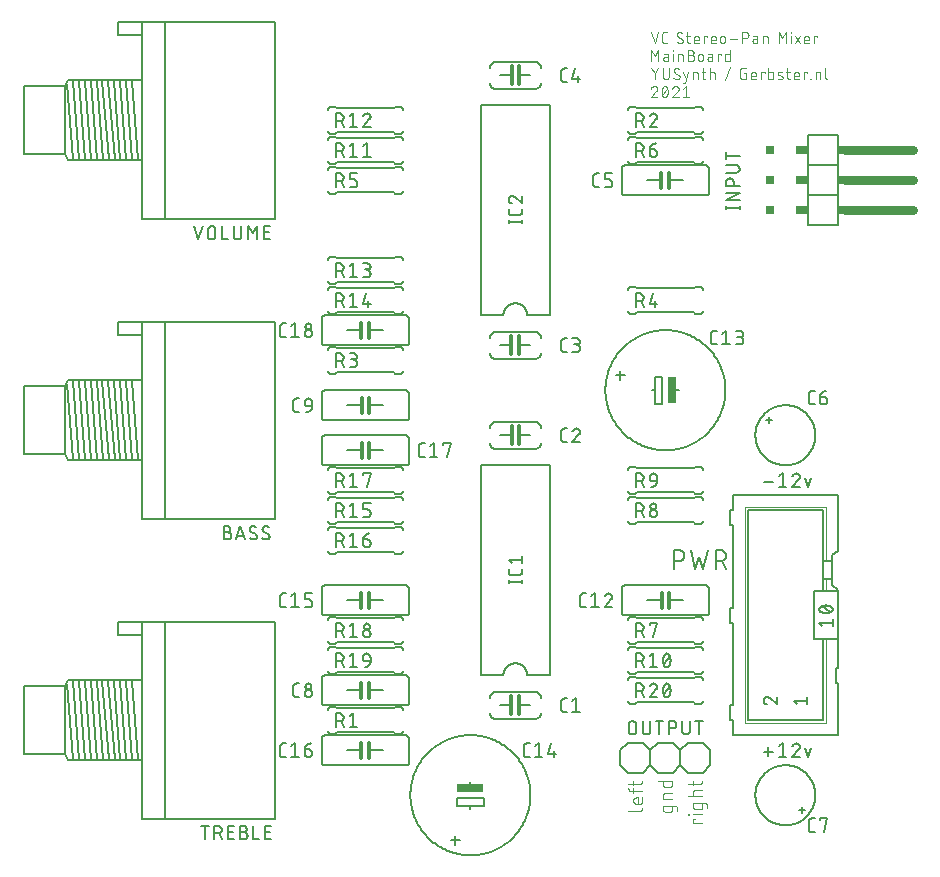
<source format=gto>
G04 EAGLE Gerber RS-274X export*
G75*
%MOMM*%
%FSLAX34Y34*%
%LPD*%
%INSilkscreen Top*%
%IPPOS*%
%AMOC8*
5,1,8,0,0,1.08239X$1,22.5*%
G01*
%ADD10C,0.127000*%
%ADD11C,0.076200*%
%ADD12C,0.101600*%
%ADD13C,0.152400*%
%ADD14C,0.203200*%
%ADD15C,0.762000*%
%ADD16R,0.508000X0.762000*%
%ADD17R,1.016000X0.762000*%
%ADD18R,0.762000X0.762000*%
%ADD19C,0.050800*%
%ADD20C,0.177800*%
%ADD21C,0.304800*%
%ADD22R,0.635000X2.286000*%
%ADD23R,2.286000X0.635000*%


D10*
X514985Y322580D02*
X522605Y322580D01*
X527812Y327025D02*
X530987Y329565D01*
X530987Y318135D01*
X527812Y318135D02*
X534162Y318135D01*
X545593Y326708D02*
X545591Y326812D01*
X545585Y326917D01*
X545576Y327021D01*
X545563Y327124D01*
X545545Y327227D01*
X545525Y327329D01*
X545500Y327431D01*
X545472Y327531D01*
X545440Y327631D01*
X545404Y327729D01*
X545365Y327826D01*
X545323Y327921D01*
X545277Y328015D01*
X545227Y328107D01*
X545175Y328197D01*
X545119Y328285D01*
X545059Y328371D01*
X544997Y328455D01*
X544932Y328536D01*
X544864Y328615D01*
X544792Y328692D01*
X544719Y328765D01*
X544642Y328837D01*
X544563Y328905D01*
X544482Y328970D01*
X544398Y329032D01*
X544312Y329092D01*
X544224Y329148D01*
X544134Y329200D01*
X544042Y329250D01*
X543948Y329296D01*
X543853Y329338D01*
X543756Y329377D01*
X543658Y329413D01*
X543558Y329445D01*
X543458Y329473D01*
X543356Y329498D01*
X543254Y329518D01*
X543151Y329536D01*
X543048Y329549D01*
X542944Y329558D01*
X542839Y329564D01*
X542735Y329566D01*
X542735Y329565D02*
X542617Y329563D01*
X542498Y329557D01*
X542380Y329548D01*
X542263Y329535D01*
X542146Y329517D01*
X542029Y329497D01*
X541913Y329472D01*
X541798Y329444D01*
X541685Y329411D01*
X541572Y329376D01*
X541460Y329336D01*
X541350Y329294D01*
X541241Y329247D01*
X541133Y329197D01*
X541028Y329144D01*
X540924Y329087D01*
X540822Y329027D01*
X540722Y328964D01*
X540624Y328897D01*
X540528Y328828D01*
X540435Y328755D01*
X540344Y328679D01*
X540255Y328601D01*
X540169Y328519D01*
X540086Y328435D01*
X540005Y328349D01*
X539928Y328259D01*
X539853Y328168D01*
X539781Y328074D01*
X539712Y327977D01*
X539647Y327879D01*
X539584Y327778D01*
X539525Y327675D01*
X539469Y327571D01*
X539417Y327465D01*
X539368Y327357D01*
X539323Y327248D01*
X539281Y327137D01*
X539243Y327025D01*
X544640Y324486D02*
X544716Y324561D01*
X544791Y324640D01*
X544862Y324721D01*
X544931Y324805D01*
X544996Y324891D01*
X545058Y324979D01*
X545118Y325069D01*
X545174Y325161D01*
X545227Y325256D01*
X545276Y325352D01*
X545322Y325450D01*
X545365Y325549D01*
X545404Y325650D01*
X545439Y325752D01*
X545471Y325855D01*
X545499Y325959D01*
X545524Y326064D01*
X545545Y326171D01*
X545562Y326277D01*
X545575Y326384D01*
X545584Y326492D01*
X545590Y326600D01*
X545592Y326708D01*
X544640Y324485D02*
X539242Y318135D01*
X545592Y318135D01*
X552704Y318135D02*
X550164Y325755D01*
X555244Y325755D02*
X552704Y318135D01*
X522605Y93980D02*
X514985Y93980D01*
X518795Y90170D02*
X518795Y97790D01*
X527812Y98425D02*
X530987Y100965D01*
X530987Y89535D01*
X527812Y89535D02*
X534162Y89535D01*
X545593Y98108D02*
X545591Y98212D01*
X545585Y98317D01*
X545576Y98421D01*
X545563Y98524D01*
X545545Y98627D01*
X545525Y98729D01*
X545500Y98831D01*
X545472Y98931D01*
X545440Y99031D01*
X545404Y99129D01*
X545365Y99226D01*
X545323Y99321D01*
X545277Y99415D01*
X545227Y99507D01*
X545175Y99597D01*
X545119Y99685D01*
X545059Y99771D01*
X544997Y99855D01*
X544932Y99936D01*
X544864Y100015D01*
X544792Y100092D01*
X544719Y100165D01*
X544642Y100237D01*
X544563Y100305D01*
X544482Y100370D01*
X544398Y100432D01*
X544312Y100492D01*
X544224Y100548D01*
X544134Y100600D01*
X544042Y100650D01*
X543948Y100696D01*
X543853Y100738D01*
X543756Y100777D01*
X543658Y100813D01*
X543558Y100845D01*
X543458Y100873D01*
X543356Y100898D01*
X543254Y100918D01*
X543151Y100936D01*
X543048Y100949D01*
X542944Y100958D01*
X542839Y100964D01*
X542735Y100966D01*
X542735Y100965D02*
X542617Y100963D01*
X542498Y100957D01*
X542380Y100948D01*
X542263Y100935D01*
X542146Y100917D01*
X542029Y100897D01*
X541913Y100872D01*
X541798Y100844D01*
X541685Y100811D01*
X541572Y100776D01*
X541460Y100736D01*
X541350Y100694D01*
X541241Y100647D01*
X541133Y100597D01*
X541028Y100544D01*
X540924Y100487D01*
X540822Y100427D01*
X540722Y100364D01*
X540624Y100297D01*
X540528Y100228D01*
X540435Y100155D01*
X540344Y100079D01*
X540255Y100001D01*
X540169Y99919D01*
X540086Y99835D01*
X540005Y99749D01*
X539928Y99659D01*
X539853Y99568D01*
X539781Y99474D01*
X539712Y99377D01*
X539647Y99279D01*
X539584Y99178D01*
X539525Y99075D01*
X539469Y98971D01*
X539417Y98865D01*
X539368Y98757D01*
X539323Y98648D01*
X539281Y98537D01*
X539243Y98425D01*
X544640Y95886D02*
X544716Y95961D01*
X544791Y96040D01*
X544862Y96121D01*
X544931Y96205D01*
X544996Y96291D01*
X545058Y96379D01*
X545118Y96469D01*
X545174Y96561D01*
X545227Y96656D01*
X545276Y96752D01*
X545322Y96850D01*
X545365Y96949D01*
X545404Y97050D01*
X545439Y97152D01*
X545471Y97255D01*
X545499Y97359D01*
X545524Y97464D01*
X545545Y97571D01*
X545562Y97677D01*
X545575Y97784D01*
X545584Y97892D01*
X545590Y98000D01*
X545592Y98108D01*
X544640Y95885D02*
X539242Y89535D01*
X545592Y89535D01*
X552704Y89535D02*
X550164Y97155D01*
X555244Y97155D02*
X552704Y89535D01*
D11*
X422614Y693801D02*
X419481Y703199D01*
X425746Y703199D02*
X422614Y693801D01*
X431210Y693801D02*
X433298Y693801D01*
X431210Y693801D02*
X431121Y693803D01*
X431033Y693809D01*
X430945Y693818D01*
X430857Y693831D01*
X430770Y693848D01*
X430684Y693868D01*
X430599Y693893D01*
X430514Y693920D01*
X430431Y693952D01*
X430350Y693986D01*
X430270Y694025D01*
X430192Y694066D01*
X430115Y694111D01*
X430041Y694159D01*
X429968Y694210D01*
X429898Y694264D01*
X429831Y694322D01*
X429765Y694382D01*
X429703Y694444D01*
X429643Y694510D01*
X429585Y694577D01*
X429531Y694647D01*
X429480Y694720D01*
X429432Y694794D01*
X429387Y694871D01*
X429346Y694949D01*
X429307Y695029D01*
X429273Y695110D01*
X429241Y695193D01*
X429214Y695278D01*
X429189Y695363D01*
X429169Y695449D01*
X429152Y695536D01*
X429139Y695624D01*
X429130Y695712D01*
X429124Y695800D01*
X429122Y695889D01*
X429121Y695889D02*
X429121Y701111D01*
X429122Y701111D02*
X429124Y701202D01*
X429130Y701293D01*
X429140Y701384D01*
X429154Y701474D01*
X429171Y701563D01*
X429193Y701651D01*
X429219Y701739D01*
X429248Y701825D01*
X429281Y701910D01*
X429318Y701993D01*
X429358Y702075D01*
X429402Y702155D01*
X429449Y702233D01*
X429500Y702309D01*
X429553Y702382D01*
X429610Y702453D01*
X429671Y702522D01*
X429734Y702587D01*
X429799Y702650D01*
X429868Y702710D01*
X429939Y702768D01*
X430012Y702821D01*
X430088Y702872D01*
X430166Y702919D01*
X430246Y702963D01*
X430328Y703003D01*
X430411Y703040D01*
X430496Y703073D01*
X430582Y703102D01*
X430670Y703128D01*
X430758Y703150D01*
X430847Y703167D01*
X430937Y703181D01*
X431028Y703191D01*
X431119Y703197D01*
X431210Y703199D01*
X433298Y703199D01*
X444472Y693801D02*
X444561Y693803D01*
X444649Y693809D01*
X444737Y693818D01*
X444825Y693831D01*
X444912Y693848D01*
X444998Y693868D01*
X445083Y693893D01*
X445168Y693920D01*
X445251Y693952D01*
X445332Y693986D01*
X445412Y694025D01*
X445490Y694066D01*
X445567Y694111D01*
X445641Y694159D01*
X445714Y694210D01*
X445784Y694264D01*
X445851Y694322D01*
X445917Y694382D01*
X445979Y694444D01*
X446039Y694510D01*
X446097Y694577D01*
X446151Y694647D01*
X446202Y694720D01*
X446250Y694794D01*
X446295Y694871D01*
X446336Y694949D01*
X446375Y695029D01*
X446409Y695110D01*
X446441Y695193D01*
X446468Y695278D01*
X446493Y695363D01*
X446513Y695449D01*
X446530Y695536D01*
X446543Y695624D01*
X446552Y695712D01*
X446558Y695800D01*
X446560Y695889D01*
X444472Y693801D02*
X444343Y693803D01*
X444214Y693809D01*
X444085Y693818D01*
X443957Y693831D01*
X443829Y693848D01*
X443702Y693869D01*
X443575Y693893D01*
X443449Y693921D01*
X443324Y693953D01*
X443200Y693988D01*
X443077Y694027D01*
X442955Y694070D01*
X442835Y694116D01*
X442716Y694166D01*
X442598Y694219D01*
X442482Y694275D01*
X442368Y694335D01*
X442255Y694398D01*
X442145Y694465D01*
X442036Y694534D01*
X441930Y694607D01*
X441825Y694683D01*
X441723Y694762D01*
X441624Y694844D01*
X441526Y694928D01*
X441431Y695016D01*
X441339Y695106D01*
X441600Y701111D02*
X441602Y701200D01*
X441608Y701288D01*
X441617Y701376D01*
X441630Y701464D01*
X441647Y701551D01*
X441667Y701637D01*
X441692Y701722D01*
X441719Y701807D01*
X441751Y701890D01*
X441785Y701971D01*
X441824Y702051D01*
X441865Y702129D01*
X441910Y702206D01*
X441958Y702280D01*
X442009Y702353D01*
X442063Y702423D01*
X442121Y702490D01*
X442181Y702556D01*
X442243Y702618D01*
X442309Y702678D01*
X442376Y702736D01*
X442446Y702790D01*
X442519Y702841D01*
X442593Y702889D01*
X442670Y702934D01*
X442748Y702975D01*
X442828Y703014D01*
X442909Y703048D01*
X442992Y703080D01*
X443077Y703107D01*
X443162Y703132D01*
X443248Y703152D01*
X443335Y703169D01*
X443423Y703182D01*
X443511Y703191D01*
X443599Y703197D01*
X443688Y703199D01*
X443808Y703197D01*
X443928Y703192D01*
X444048Y703182D01*
X444167Y703170D01*
X444286Y703153D01*
X444404Y703133D01*
X444522Y703109D01*
X444638Y703082D01*
X444754Y703051D01*
X444869Y703017D01*
X444983Y702979D01*
X445096Y702937D01*
X445207Y702892D01*
X445317Y702844D01*
X445425Y702793D01*
X445532Y702738D01*
X445637Y702680D01*
X445740Y702618D01*
X445841Y702554D01*
X445941Y702486D01*
X446038Y702416D01*
X442644Y699284D02*
X442566Y699332D01*
X442490Y699384D01*
X442417Y699438D01*
X442346Y699496D01*
X442277Y699557D01*
X442211Y699621D01*
X442148Y699688D01*
X442088Y699757D01*
X442031Y699829D01*
X441977Y699903D01*
X441927Y699980D01*
X441879Y700059D01*
X441836Y700139D01*
X441795Y700222D01*
X441759Y700306D01*
X441726Y700391D01*
X441697Y700478D01*
X441671Y700567D01*
X441649Y700656D01*
X441632Y700746D01*
X441618Y700836D01*
X441608Y700928D01*
X441602Y701019D01*
X441600Y701111D01*
X445516Y697716D02*
X445594Y697668D01*
X445670Y697616D01*
X445743Y697562D01*
X445814Y697504D01*
X445883Y697443D01*
X445949Y697379D01*
X446012Y697312D01*
X446072Y697243D01*
X446129Y697171D01*
X446183Y697097D01*
X446233Y697020D01*
X446281Y696941D01*
X446324Y696861D01*
X446365Y696778D01*
X446401Y696694D01*
X446434Y696609D01*
X446463Y696522D01*
X446489Y696433D01*
X446511Y696344D01*
X446528Y696254D01*
X446542Y696164D01*
X446552Y696072D01*
X446558Y695981D01*
X446560Y695889D01*
X445516Y697717D02*
X442644Y699283D01*
X449322Y700066D02*
X452455Y700066D01*
X450366Y703199D02*
X450366Y695367D01*
X450368Y695290D01*
X450374Y695214D01*
X450383Y695137D01*
X450396Y695061D01*
X450413Y694986D01*
X450433Y694912D01*
X450458Y694839D01*
X450485Y694768D01*
X450516Y694697D01*
X450551Y694629D01*
X450589Y694562D01*
X450630Y694497D01*
X450674Y694434D01*
X450721Y694374D01*
X450772Y694315D01*
X450825Y694260D01*
X450880Y694207D01*
X450939Y694156D01*
X450999Y694109D01*
X451062Y694065D01*
X451127Y694024D01*
X451194Y693986D01*
X451262Y693951D01*
X451333Y693920D01*
X451404Y693893D01*
X451477Y693868D01*
X451551Y693848D01*
X451626Y693831D01*
X451702Y693818D01*
X451779Y693809D01*
X451855Y693803D01*
X451932Y693801D01*
X452455Y693801D01*
X457448Y693801D02*
X460059Y693801D01*
X457448Y693801D02*
X457371Y693803D01*
X457295Y693809D01*
X457218Y693818D01*
X457142Y693831D01*
X457067Y693848D01*
X456993Y693868D01*
X456920Y693893D01*
X456849Y693920D01*
X456778Y693951D01*
X456710Y693986D01*
X456643Y694024D01*
X456578Y694065D01*
X456515Y694109D01*
X456455Y694156D01*
X456396Y694207D01*
X456341Y694260D01*
X456288Y694315D01*
X456237Y694374D01*
X456190Y694434D01*
X456146Y694497D01*
X456105Y694562D01*
X456067Y694629D01*
X456032Y694697D01*
X456001Y694768D01*
X455974Y694839D01*
X455949Y694912D01*
X455929Y694986D01*
X455912Y695061D01*
X455899Y695137D01*
X455890Y695214D01*
X455884Y695290D01*
X455882Y695367D01*
X455882Y697978D01*
X455884Y698068D01*
X455890Y698157D01*
X455899Y698247D01*
X455913Y698336D01*
X455930Y698424D01*
X455951Y698511D01*
X455976Y698598D01*
X456005Y698683D01*
X456037Y698767D01*
X456072Y698849D01*
X456112Y698930D01*
X456154Y699009D01*
X456200Y699086D01*
X456250Y699161D01*
X456302Y699234D01*
X456358Y699305D01*
X456416Y699373D01*
X456478Y699438D01*
X456542Y699501D01*
X456609Y699561D01*
X456678Y699618D01*
X456750Y699672D01*
X456824Y699723D01*
X456900Y699771D01*
X456978Y699815D01*
X457058Y699856D01*
X457140Y699894D01*
X457223Y699928D01*
X457308Y699958D01*
X457394Y699985D01*
X457480Y700008D01*
X457568Y700027D01*
X457657Y700042D01*
X457746Y700054D01*
X457835Y700062D01*
X457925Y700066D01*
X458015Y700066D01*
X458105Y700062D01*
X458194Y700054D01*
X458283Y700042D01*
X458372Y700027D01*
X458460Y700008D01*
X458546Y699985D01*
X458632Y699958D01*
X458717Y699928D01*
X458800Y699894D01*
X458882Y699856D01*
X458962Y699815D01*
X459040Y699771D01*
X459116Y699723D01*
X459190Y699672D01*
X459262Y699618D01*
X459331Y699561D01*
X459398Y699501D01*
X459462Y699438D01*
X459524Y699373D01*
X459582Y699305D01*
X459638Y699234D01*
X459690Y699161D01*
X459740Y699086D01*
X459786Y699009D01*
X459828Y698930D01*
X459868Y698849D01*
X459903Y698767D01*
X459935Y698683D01*
X459964Y698598D01*
X459989Y698511D01*
X460010Y698424D01*
X460027Y698336D01*
X460041Y698247D01*
X460050Y698157D01*
X460056Y698068D01*
X460058Y697978D01*
X460059Y697978D02*
X460059Y696934D01*
X455882Y696934D01*
X464163Y693801D02*
X464163Y700066D01*
X467295Y700066D01*
X467295Y699022D01*
X471774Y693801D02*
X474384Y693801D01*
X471774Y693801D02*
X471697Y693803D01*
X471621Y693809D01*
X471544Y693818D01*
X471468Y693831D01*
X471393Y693848D01*
X471319Y693868D01*
X471246Y693893D01*
X471175Y693920D01*
X471104Y693951D01*
X471036Y693986D01*
X470969Y694024D01*
X470904Y694065D01*
X470841Y694109D01*
X470781Y694156D01*
X470722Y694207D01*
X470667Y694260D01*
X470614Y694315D01*
X470563Y694374D01*
X470516Y694434D01*
X470472Y694497D01*
X470431Y694562D01*
X470393Y694629D01*
X470358Y694697D01*
X470327Y694768D01*
X470300Y694839D01*
X470275Y694912D01*
X470255Y694986D01*
X470238Y695061D01*
X470225Y695137D01*
X470216Y695214D01*
X470210Y695290D01*
X470208Y695367D01*
X470207Y695367D02*
X470207Y697978D01*
X470208Y697978D02*
X470210Y698068D01*
X470216Y698157D01*
X470225Y698247D01*
X470239Y698336D01*
X470256Y698424D01*
X470277Y698511D01*
X470302Y698598D01*
X470331Y698683D01*
X470363Y698767D01*
X470398Y698849D01*
X470438Y698930D01*
X470480Y699009D01*
X470526Y699086D01*
X470576Y699161D01*
X470628Y699234D01*
X470684Y699305D01*
X470742Y699373D01*
X470804Y699438D01*
X470868Y699501D01*
X470935Y699561D01*
X471004Y699618D01*
X471076Y699672D01*
X471150Y699723D01*
X471226Y699771D01*
X471304Y699815D01*
X471384Y699856D01*
X471466Y699894D01*
X471549Y699928D01*
X471634Y699958D01*
X471720Y699985D01*
X471806Y700008D01*
X471894Y700027D01*
X471983Y700042D01*
X472072Y700054D01*
X472161Y700062D01*
X472251Y700066D01*
X472341Y700066D01*
X472431Y700062D01*
X472520Y700054D01*
X472609Y700042D01*
X472698Y700027D01*
X472786Y700008D01*
X472872Y699985D01*
X472958Y699958D01*
X473043Y699928D01*
X473126Y699894D01*
X473208Y699856D01*
X473288Y699815D01*
X473366Y699771D01*
X473442Y699723D01*
X473516Y699672D01*
X473588Y699618D01*
X473657Y699561D01*
X473724Y699501D01*
X473788Y699438D01*
X473850Y699373D01*
X473908Y699305D01*
X473964Y699234D01*
X474016Y699161D01*
X474066Y699086D01*
X474112Y699009D01*
X474154Y698930D01*
X474194Y698849D01*
X474229Y698767D01*
X474261Y698683D01*
X474290Y698598D01*
X474315Y698511D01*
X474336Y698424D01*
X474353Y698336D01*
X474367Y698247D01*
X474376Y698157D01*
X474382Y698068D01*
X474384Y697978D01*
X474384Y696934D01*
X470207Y696934D01*
X478132Y695889D02*
X478132Y697978D01*
X478134Y698068D01*
X478140Y698157D01*
X478149Y698247D01*
X478163Y698336D01*
X478180Y698424D01*
X478201Y698511D01*
X478226Y698598D01*
X478255Y698683D01*
X478287Y698767D01*
X478322Y698849D01*
X478362Y698930D01*
X478404Y699009D01*
X478450Y699086D01*
X478500Y699161D01*
X478552Y699234D01*
X478608Y699305D01*
X478666Y699373D01*
X478728Y699438D01*
X478792Y699501D01*
X478859Y699561D01*
X478928Y699618D01*
X479000Y699672D01*
X479074Y699723D01*
X479150Y699771D01*
X479228Y699815D01*
X479308Y699856D01*
X479390Y699894D01*
X479473Y699928D01*
X479558Y699958D01*
X479644Y699985D01*
X479730Y700008D01*
X479818Y700027D01*
X479907Y700042D01*
X479996Y700054D01*
X480085Y700062D01*
X480175Y700066D01*
X480265Y700066D01*
X480355Y700062D01*
X480444Y700054D01*
X480533Y700042D01*
X480622Y700027D01*
X480710Y700008D01*
X480796Y699985D01*
X480882Y699958D01*
X480967Y699928D01*
X481050Y699894D01*
X481132Y699856D01*
X481212Y699815D01*
X481290Y699771D01*
X481366Y699723D01*
X481440Y699672D01*
X481512Y699618D01*
X481581Y699561D01*
X481648Y699501D01*
X481712Y699438D01*
X481774Y699373D01*
X481832Y699305D01*
X481888Y699234D01*
X481940Y699161D01*
X481990Y699086D01*
X482036Y699009D01*
X482078Y698930D01*
X482118Y698849D01*
X482153Y698767D01*
X482185Y698683D01*
X482214Y698598D01*
X482239Y698511D01*
X482260Y698424D01*
X482277Y698336D01*
X482291Y698247D01*
X482300Y698157D01*
X482306Y698068D01*
X482308Y697978D01*
X482309Y697978D02*
X482309Y695889D01*
X482308Y695889D02*
X482306Y695799D01*
X482300Y695710D01*
X482291Y695620D01*
X482277Y695531D01*
X482260Y695443D01*
X482239Y695356D01*
X482214Y695269D01*
X482185Y695184D01*
X482153Y695100D01*
X482118Y695018D01*
X482078Y694937D01*
X482036Y694858D01*
X481990Y694781D01*
X481940Y694706D01*
X481888Y694633D01*
X481832Y694562D01*
X481774Y694494D01*
X481712Y694429D01*
X481648Y694366D01*
X481581Y694306D01*
X481512Y694249D01*
X481440Y694195D01*
X481366Y694144D01*
X481290Y694096D01*
X481212Y694052D01*
X481132Y694011D01*
X481050Y693973D01*
X480967Y693939D01*
X480882Y693909D01*
X480796Y693882D01*
X480710Y693859D01*
X480622Y693840D01*
X480533Y693825D01*
X480444Y693813D01*
X480355Y693805D01*
X480265Y693801D01*
X480175Y693801D01*
X480085Y693805D01*
X479996Y693813D01*
X479907Y693825D01*
X479818Y693840D01*
X479730Y693859D01*
X479644Y693882D01*
X479558Y693909D01*
X479473Y693939D01*
X479390Y693973D01*
X479308Y694011D01*
X479228Y694052D01*
X479150Y694096D01*
X479074Y694144D01*
X479000Y694195D01*
X478928Y694249D01*
X478859Y694306D01*
X478792Y694366D01*
X478728Y694429D01*
X478666Y694494D01*
X478608Y694562D01*
X478552Y694633D01*
X478500Y694706D01*
X478450Y694781D01*
X478404Y694858D01*
X478362Y694937D01*
X478322Y695018D01*
X478287Y695100D01*
X478255Y695184D01*
X478226Y695269D01*
X478201Y695356D01*
X478180Y695443D01*
X478163Y695531D01*
X478149Y695620D01*
X478140Y695710D01*
X478134Y695799D01*
X478132Y695889D01*
X486232Y697456D02*
X492497Y697456D01*
X496944Y693801D02*
X496944Y703199D01*
X499554Y703199D01*
X499655Y703197D01*
X499756Y703191D01*
X499857Y703181D01*
X499957Y703168D01*
X500057Y703150D01*
X500156Y703129D01*
X500254Y703103D01*
X500351Y703074D01*
X500447Y703042D01*
X500541Y703005D01*
X500634Y702965D01*
X500726Y702921D01*
X500815Y702874D01*
X500903Y702823D01*
X500989Y702769D01*
X501072Y702712D01*
X501154Y702652D01*
X501232Y702588D01*
X501309Y702522D01*
X501382Y702452D01*
X501453Y702380D01*
X501521Y702305D01*
X501586Y702227D01*
X501648Y702147D01*
X501707Y702065D01*
X501763Y701980D01*
X501815Y701894D01*
X501864Y701805D01*
X501910Y701714D01*
X501951Y701622D01*
X501990Y701528D01*
X502024Y701433D01*
X502055Y701337D01*
X502082Y701239D01*
X502106Y701141D01*
X502125Y701041D01*
X502141Y700941D01*
X502153Y700841D01*
X502161Y700740D01*
X502165Y700639D01*
X502165Y700537D01*
X502161Y700436D01*
X502153Y700335D01*
X502141Y700235D01*
X502125Y700135D01*
X502106Y700035D01*
X502082Y699937D01*
X502055Y699839D01*
X502024Y699743D01*
X501990Y699648D01*
X501951Y699554D01*
X501910Y699462D01*
X501864Y699371D01*
X501815Y699283D01*
X501763Y699196D01*
X501707Y699111D01*
X501648Y699029D01*
X501586Y698949D01*
X501521Y698871D01*
X501453Y698796D01*
X501382Y698724D01*
X501309Y698654D01*
X501232Y698588D01*
X501154Y698524D01*
X501072Y698464D01*
X500989Y698407D01*
X500903Y698353D01*
X500815Y698302D01*
X500726Y698255D01*
X500634Y698211D01*
X500541Y698171D01*
X500447Y698134D01*
X500351Y698102D01*
X500254Y698073D01*
X500156Y698047D01*
X500057Y698026D01*
X499957Y698008D01*
X499857Y697995D01*
X499756Y697985D01*
X499655Y697979D01*
X499554Y697977D01*
X499554Y697978D02*
X496944Y697978D01*
X507346Y697456D02*
X509695Y697456D01*
X507346Y697455D02*
X507262Y697453D01*
X507177Y697447D01*
X507094Y697437D01*
X507010Y697424D01*
X506928Y697406D01*
X506846Y697385D01*
X506765Y697360D01*
X506686Y697332D01*
X506608Y697299D01*
X506532Y697263D01*
X506457Y697224D01*
X506384Y697181D01*
X506313Y697135D01*
X506245Y697086D01*
X506179Y697034D01*
X506115Y696978D01*
X506054Y696920D01*
X505996Y696859D01*
X505940Y696795D01*
X505888Y696729D01*
X505839Y696661D01*
X505793Y696590D01*
X505750Y696517D01*
X505711Y696442D01*
X505675Y696366D01*
X505642Y696288D01*
X505614Y696209D01*
X505589Y696128D01*
X505568Y696046D01*
X505550Y695964D01*
X505537Y695880D01*
X505527Y695797D01*
X505521Y695712D01*
X505519Y695628D01*
X505521Y695544D01*
X505527Y695459D01*
X505537Y695376D01*
X505550Y695292D01*
X505568Y695210D01*
X505589Y695128D01*
X505614Y695047D01*
X505642Y694968D01*
X505675Y694890D01*
X505711Y694814D01*
X505750Y694739D01*
X505793Y694666D01*
X505839Y694595D01*
X505888Y694527D01*
X505940Y694461D01*
X505996Y694397D01*
X506054Y694336D01*
X506115Y694278D01*
X506179Y694222D01*
X506245Y694170D01*
X506313Y694121D01*
X506384Y694075D01*
X506457Y694032D01*
X506532Y693993D01*
X506608Y693957D01*
X506686Y693924D01*
X506765Y693896D01*
X506846Y693871D01*
X506928Y693850D01*
X507010Y693832D01*
X507094Y693819D01*
X507177Y693809D01*
X507262Y693803D01*
X507346Y693801D01*
X509695Y693801D01*
X509695Y698500D01*
X509693Y698577D01*
X509687Y698653D01*
X509678Y698730D01*
X509665Y698806D01*
X509648Y698881D01*
X509628Y698955D01*
X509603Y699028D01*
X509576Y699099D01*
X509545Y699170D01*
X509510Y699238D01*
X509472Y699305D01*
X509431Y699370D01*
X509387Y699433D01*
X509340Y699493D01*
X509289Y699552D01*
X509236Y699607D01*
X509181Y699660D01*
X509122Y699711D01*
X509062Y699758D01*
X508999Y699802D01*
X508934Y699843D01*
X508867Y699881D01*
X508799Y699916D01*
X508728Y699947D01*
X508657Y699974D01*
X508584Y699999D01*
X508510Y700019D01*
X508435Y700036D01*
X508359Y700049D01*
X508282Y700058D01*
X508206Y700064D01*
X508129Y700066D01*
X506040Y700066D01*
X514098Y700066D02*
X514098Y693801D01*
X514098Y700066D02*
X516709Y700066D01*
X516786Y700064D01*
X516862Y700058D01*
X516939Y700049D01*
X517015Y700036D01*
X517090Y700019D01*
X517164Y699999D01*
X517237Y699974D01*
X517308Y699947D01*
X517379Y699916D01*
X517447Y699881D01*
X517514Y699843D01*
X517579Y699802D01*
X517642Y699758D01*
X517702Y699711D01*
X517761Y699660D01*
X517816Y699607D01*
X517869Y699552D01*
X517920Y699493D01*
X517967Y699433D01*
X518011Y699370D01*
X518052Y699305D01*
X518090Y699238D01*
X518125Y699170D01*
X518156Y699099D01*
X518183Y699028D01*
X518208Y698955D01*
X518228Y698881D01*
X518245Y698806D01*
X518258Y698730D01*
X518267Y698654D01*
X518273Y698577D01*
X518275Y698500D01*
X518275Y693801D01*
X527684Y693801D02*
X527684Y703199D01*
X530817Y697978D01*
X533950Y703199D01*
X533950Y693801D01*
X538132Y693801D02*
X538132Y700066D01*
X537871Y702677D02*
X537871Y703199D01*
X538393Y703199D01*
X538393Y702677D01*
X537871Y702677D01*
X545707Y700066D02*
X541530Y693801D01*
X545707Y693801D02*
X541530Y700066D01*
X550716Y693801D02*
X553327Y693801D01*
X550716Y693801D02*
X550639Y693803D01*
X550563Y693809D01*
X550486Y693818D01*
X550410Y693831D01*
X550335Y693848D01*
X550261Y693868D01*
X550188Y693893D01*
X550117Y693920D01*
X550046Y693951D01*
X549978Y693986D01*
X549911Y694024D01*
X549846Y694065D01*
X549783Y694109D01*
X549723Y694156D01*
X549664Y694207D01*
X549609Y694260D01*
X549556Y694315D01*
X549505Y694374D01*
X549458Y694434D01*
X549414Y694497D01*
X549373Y694562D01*
X549335Y694629D01*
X549300Y694697D01*
X549269Y694768D01*
X549242Y694839D01*
X549217Y694912D01*
X549197Y694986D01*
X549180Y695061D01*
X549167Y695137D01*
X549158Y695214D01*
X549152Y695290D01*
X549150Y695367D01*
X549150Y697978D01*
X549151Y697978D02*
X549153Y698068D01*
X549159Y698157D01*
X549168Y698247D01*
X549182Y698336D01*
X549199Y698424D01*
X549220Y698511D01*
X549245Y698598D01*
X549274Y698683D01*
X549306Y698767D01*
X549341Y698849D01*
X549381Y698930D01*
X549423Y699009D01*
X549469Y699086D01*
X549519Y699161D01*
X549571Y699234D01*
X549627Y699305D01*
X549685Y699373D01*
X549747Y699438D01*
X549811Y699501D01*
X549878Y699561D01*
X549947Y699618D01*
X550019Y699672D01*
X550093Y699723D01*
X550169Y699771D01*
X550247Y699815D01*
X550327Y699856D01*
X550409Y699894D01*
X550492Y699928D01*
X550577Y699958D01*
X550663Y699985D01*
X550749Y700008D01*
X550837Y700027D01*
X550926Y700042D01*
X551015Y700054D01*
X551104Y700062D01*
X551194Y700066D01*
X551284Y700066D01*
X551374Y700062D01*
X551463Y700054D01*
X551552Y700042D01*
X551641Y700027D01*
X551729Y700008D01*
X551815Y699985D01*
X551901Y699958D01*
X551986Y699928D01*
X552069Y699894D01*
X552151Y699856D01*
X552231Y699815D01*
X552309Y699771D01*
X552385Y699723D01*
X552459Y699672D01*
X552531Y699618D01*
X552600Y699561D01*
X552667Y699501D01*
X552731Y699438D01*
X552793Y699373D01*
X552851Y699305D01*
X552907Y699234D01*
X552959Y699161D01*
X553009Y699086D01*
X553055Y699009D01*
X553097Y698930D01*
X553137Y698849D01*
X553172Y698767D01*
X553204Y698683D01*
X553233Y698598D01*
X553258Y698511D01*
X553279Y698424D01*
X553296Y698336D01*
X553310Y698247D01*
X553319Y698157D01*
X553325Y698068D01*
X553327Y697978D01*
X553327Y696934D01*
X549150Y696934D01*
X557431Y693801D02*
X557431Y700066D01*
X560564Y700066D01*
X560564Y699022D01*
X419481Y687959D02*
X419481Y678561D01*
X422614Y682738D02*
X419481Y687959D01*
X422614Y682738D02*
X425746Y687959D01*
X425746Y678561D01*
X431756Y682216D02*
X434105Y682216D01*
X431756Y682215D02*
X431672Y682213D01*
X431587Y682207D01*
X431504Y682197D01*
X431420Y682184D01*
X431338Y682166D01*
X431256Y682145D01*
X431175Y682120D01*
X431096Y682092D01*
X431018Y682059D01*
X430942Y682023D01*
X430867Y681984D01*
X430794Y681941D01*
X430723Y681895D01*
X430655Y681846D01*
X430589Y681794D01*
X430525Y681738D01*
X430464Y681680D01*
X430406Y681619D01*
X430350Y681555D01*
X430298Y681489D01*
X430249Y681421D01*
X430203Y681350D01*
X430160Y681277D01*
X430121Y681202D01*
X430085Y681126D01*
X430052Y681048D01*
X430024Y680969D01*
X429999Y680888D01*
X429978Y680806D01*
X429960Y680724D01*
X429947Y680640D01*
X429937Y680557D01*
X429931Y680472D01*
X429929Y680388D01*
X429931Y680304D01*
X429937Y680219D01*
X429947Y680136D01*
X429960Y680052D01*
X429978Y679970D01*
X429999Y679888D01*
X430024Y679807D01*
X430052Y679728D01*
X430085Y679650D01*
X430121Y679574D01*
X430160Y679499D01*
X430203Y679426D01*
X430249Y679355D01*
X430298Y679287D01*
X430350Y679221D01*
X430406Y679157D01*
X430464Y679096D01*
X430525Y679038D01*
X430589Y678982D01*
X430655Y678930D01*
X430723Y678881D01*
X430794Y678835D01*
X430867Y678792D01*
X430942Y678753D01*
X431018Y678717D01*
X431096Y678684D01*
X431175Y678656D01*
X431256Y678631D01*
X431338Y678610D01*
X431420Y678592D01*
X431504Y678579D01*
X431587Y678569D01*
X431672Y678563D01*
X431756Y678561D01*
X434105Y678561D01*
X434105Y683260D01*
X434103Y683337D01*
X434097Y683413D01*
X434088Y683490D01*
X434075Y683566D01*
X434058Y683641D01*
X434038Y683715D01*
X434013Y683788D01*
X433986Y683859D01*
X433955Y683930D01*
X433920Y683998D01*
X433882Y684065D01*
X433841Y684130D01*
X433797Y684193D01*
X433750Y684253D01*
X433699Y684312D01*
X433646Y684367D01*
X433591Y684420D01*
X433532Y684471D01*
X433472Y684518D01*
X433409Y684562D01*
X433344Y684603D01*
X433277Y684641D01*
X433209Y684676D01*
X433138Y684707D01*
X433067Y684734D01*
X432994Y684759D01*
X432920Y684779D01*
X432845Y684796D01*
X432769Y684809D01*
X432692Y684818D01*
X432616Y684824D01*
X432539Y684826D01*
X430450Y684826D01*
X438158Y684826D02*
X438158Y678561D01*
X437897Y687437D02*
X437897Y687959D01*
X438419Y687959D01*
X438419Y687437D01*
X437897Y687437D01*
X442166Y684826D02*
X442166Y678561D01*
X442166Y684826D02*
X444776Y684826D01*
X444853Y684824D01*
X444929Y684818D01*
X445006Y684809D01*
X445082Y684796D01*
X445157Y684779D01*
X445231Y684759D01*
X445304Y684734D01*
X445375Y684707D01*
X445446Y684676D01*
X445514Y684641D01*
X445581Y684603D01*
X445646Y684562D01*
X445709Y684518D01*
X445769Y684471D01*
X445828Y684420D01*
X445883Y684367D01*
X445936Y684312D01*
X445987Y684253D01*
X446034Y684193D01*
X446078Y684130D01*
X446119Y684065D01*
X446157Y683998D01*
X446192Y683930D01*
X446223Y683859D01*
X446250Y683788D01*
X446275Y683715D01*
X446295Y683641D01*
X446312Y683566D01*
X446325Y683490D01*
X446334Y683414D01*
X446340Y683337D01*
X446342Y683260D01*
X446343Y683260D02*
X446343Y678561D01*
X450919Y683782D02*
X453530Y683782D01*
X453530Y683783D02*
X453631Y683781D01*
X453732Y683775D01*
X453833Y683765D01*
X453933Y683752D01*
X454033Y683734D01*
X454132Y683713D01*
X454230Y683687D01*
X454327Y683658D01*
X454423Y683626D01*
X454517Y683589D01*
X454610Y683549D01*
X454702Y683505D01*
X454791Y683458D01*
X454879Y683407D01*
X454965Y683353D01*
X455048Y683296D01*
X455130Y683236D01*
X455208Y683172D01*
X455285Y683106D01*
X455358Y683036D01*
X455429Y682964D01*
X455497Y682889D01*
X455562Y682811D01*
X455624Y682731D01*
X455683Y682649D01*
X455739Y682564D01*
X455791Y682478D01*
X455840Y682389D01*
X455886Y682298D01*
X455927Y682206D01*
X455966Y682112D01*
X456000Y682017D01*
X456031Y681921D01*
X456058Y681823D01*
X456082Y681725D01*
X456101Y681625D01*
X456117Y681525D01*
X456129Y681425D01*
X456137Y681324D01*
X456141Y681223D01*
X456141Y681121D01*
X456137Y681020D01*
X456129Y680919D01*
X456117Y680819D01*
X456101Y680719D01*
X456082Y680619D01*
X456058Y680521D01*
X456031Y680423D01*
X456000Y680327D01*
X455966Y680232D01*
X455927Y680138D01*
X455886Y680046D01*
X455840Y679955D01*
X455791Y679867D01*
X455739Y679780D01*
X455683Y679695D01*
X455624Y679613D01*
X455562Y679533D01*
X455497Y679455D01*
X455429Y679380D01*
X455358Y679308D01*
X455285Y679238D01*
X455208Y679172D01*
X455130Y679108D01*
X455048Y679048D01*
X454965Y678991D01*
X454879Y678937D01*
X454791Y678886D01*
X454702Y678839D01*
X454610Y678795D01*
X454517Y678755D01*
X454423Y678718D01*
X454327Y678686D01*
X454230Y678657D01*
X454132Y678631D01*
X454033Y678610D01*
X453933Y678592D01*
X453833Y678579D01*
X453732Y678569D01*
X453631Y678563D01*
X453530Y678561D01*
X450919Y678561D01*
X450919Y687959D01*
X453530Y687959D01*
X453620Y687957D01*
X453709Y687951D01*
X453799Y687942D01*
X453888Y687928D01*
X453976Y687911D01*
X454063Y687890D01*
X454150Y687865D01*
X454235Y687836D01*
X454319Y687804D01*
X454401Y687769D01*
X454482Y687729D01*
X454561Y687687D01*
X454638Y687641D01*
X454713Y687591D01*
X454786Y687539D01*
X454857Y687483D01*
X454925Y687425D01*
X454990Y687363D01*
X455053Y687299D01*
X455113Y687232D01*
X455170Y687163D01*
X455224Y687091D01*
X455275Y687017D01*
X455323Y686941D01*
X455367Y686863D01*
X455408Y686783D01*
X455446Y686701D01*
X455480Y686618D01*
X455510Y686533D01*
X455537Y686447D01*
X455560Y686361D01*
X455579Y686273D01*
X455594Y686184D01*
X455606Y686095D01*
X455614Y686006D01*
X455618Y685916D01*
X455618Y685826D01*
X455614Y685736D01*
X455606Y685647D01*
X455594Y685558D01*
X455579Y685469D01*
X455560Y685381D01*
X455537Y685295D01*
X455510Y685209D01*
X455480Y685124D01*
X455446Y685041D01*
X455408Y684959D01*
X455367Y684879D01*
X455323Y684801D01*
X455275Y684725D01*
X455224Y684651D01*
X455170Y684579D01*
X455113Y684510D01*
X455053Y684443D01*
X454990Y684379D01*
X454925Y684317D01*
X454857Y684259D01*
X454786Y684203D01*
X454713Y684151D01*
X454638Y684101D01*
X454561Y684055D01*
X454482Y684013D01*
X454401Y683973D01*
X454319Y683938D01*
X454235Y683906D01*
X454150Y683877D01*
X454063Y683852D01*
X453976Y683831D01*
X453888Y683814D01*
X453799Y683800D01*
X453709Y683791D01*
X453620Y683785D01*
X453530Y683783D01*
X459539Y682738D02*
X459539Y680649D01*
X459540Y682738D02*
X459542Y682828D01*
X459548Y682917D01*
X459557Y683007D01*
X459571Y683096D01*
X459588Y683184D01*
X459609Y683271D01*
X459634Y683358D01*
X459663Y683443D01*
X459695Y683527D01*
X459730Y683609D01*
X459770Y683690D01*
X459812Y683769D01*
X459858Y683846D01*
X459908Y683921D01*
X459960Y683994D01*
X460016Y684065D01*
X460074Y684133D01*
X460136Y684198D01*
X460200Y684261D01*
X460267Y684321D01*
X460336Y684378D01*
X460408Y684432D01*
X460482Y684483D01*
X460558Y684531D01*
X460636Y684575D01*
X460716Y684616D01*
X460798Y684654D01*
X460881Y684688D01*
X460966Y684718D01*
X461052Y684745D01*
X461138Y684768D01*
X461226Y684787D01*
X461315Y684802D01*
X461404Y684814D01*
X461493Y684822D01*
X461583Y684826D01*
X461673Y684826D01*
X461763Y684822D01*
X461852Y684814D01*
X461941Y684802D01*
X462030Y684787D01*
X462118Y684768D01*
X462204Y684745D01*
X462290Y684718D01*
X462375Y684688D01*
X462458Y684654D01*
X462540Y684616D01*
X462620Y684575D01*
X462698Y684531D01*
X462774Y684483D01*
X462848Y684432D01*
X462920Y684378D01*
X462989Y684321D01*
X463056Y684261D01*
X463120Y684198D01*
X463182Y684133D01*
X463240Y684065D01*
X463296Y683994D01*
X463348Y683921D01*
X463398Y683846D01*
X463444Y683769D01*
X463486Y683690D01*
X463526Y683609D01*
X463561Y683527D01*
X463593Y683443D01*
X463622Y683358D01*
X463647Y683271D01*
X463668Y683184D01*
X463685Y683096D01*
X463699Y683007D01*
X463708Y682917D01*
X463714Y682828D01*
X463716Y682738D01*
X463716Y680649D01*
X463714Y680559D01*
X463708Y680470D01*
X463699Y680380D01*
X463685Y680291D01*
X463668Y680203D01*
X463647Y680116D01*
X463622Y680029D01*
X463593Y679944D01*
X463561Y679860D01*
X463526Y679778D01*
X463486Y679697D01*
X463444Y679618D01*
X463398Y679541D01*
X463348Y679466D01*
X463296Y679393D01*
X463240Y679322D01*
X463182Y679254D01*
X463120Y679189D01*
X463056Y679126D01*
X462989Y679066D01*
X462920Y679009D01*
X462848Y678955D01*
X462774Y678904D01*
X462698Y678856D01*
X462620Y678812D01*
X462540Y678771D01*
X462458Y678733D01*
X462375Y678699D01*
X462290Y678669D01*
X462204Y678642D01*
X462118Y678619D01*
X462030Y678600D01*
X461941Y678585D01*
X461852Y678573D01*
X461763Y678565D01*
X461673Y678561D01*
X461583Y678561D01*
X461493Y678565D01*
X461404Y678573D01*
X461315Y678585D01*
X461226Y678600D01*
X461138Y678619D01*
X461052Y678642D01*
X460966Y678669D01*
X460881Y678699D01*
X460798Y678733D01*
X460716Y678771D01*
X460636Y678812D01*
X460558Y678856D01*
X460482Y678904D01*
X460408Y678955D01*
X460336Y679009D01*
X460267Y679066D01*
X460200Y679126D01*
X460136Y679189D01*
X460074Y679254D01*
X460016Y679322D01*
X459960Y679393D01*
X459908Y679466D01*
X459858Y679541D01*
X459812Y679618D01*
X459770Y679697D01*
X459730Y679778D01*
X459695Y679860D01*
X459663Y679944D01*
X459634Y680029D01*
X459609Y680116D01*
X459588Y680203D01*
X459571Y680291D01*
X459557Y680380D01*
X459548Y680470D01*
X459542Y680559D01*
X459540Y680649D01*
X469246Y682216D02*
X471595Y682216D01*
X469246Y682215D02*
X469162Y682213D01*
X469077Y682207D01*
X468994Y682197D01*
X468910Y682184D01*
X468828Y682166D01*
X468746Y682145D01*
X468665Y682120D01*
X468586Y682092D01*
X468508Y682059D01*
X468432Y682023D01*
X468357Y681984D01*
X468284Y681941D01*
X468213Y681895D01*
X468145Y681846D01*
X468079Y681794D01*
X468015Y681738D01*
X467954Y681680D01*
X467896Y681619D01*
X467840Y681555D01*
X467788Y681489D01*
X467739Y681421D01*
X467693Y681350D01*
X467650Y681277D01*
X467611Y681202D01*
X467575Y681126D01*
X467542Y681048D01*
X467514Y680969D01*
X467489Y680888D01*
X467468Y680806D01*
X467450Y680724D01*
X467437Y680640D01*
X467427Y680557D01*
X467421Y680472D01*
X467419Y680388D01*
X467421Y680304D01*
X467427Y680219D01*
X467437Y680136D01*
X467450Y680052D01*
X467468Y679970D01*
X467489Y679888D01*
X467514Y679807D01*
X467542Y679728D01*
X467575Y679650D01*
X467611Y679574D01*
X467650Y679499D01*
X467693Y679426D01*
X467739Y679355D01*
X467788Y679287D01*
X467840Y679221D01*
X467896Y679157D01*
X467954Y679096D01*
X468015Y679038D01*
X468079Y678982D01*
X468145Y678930D01*
X468213Y678881D01*
X468284Y678835D01*
X468357Y678792D01*
X468432Y678753D01*
X468508Y678717D01*
X468586Y678684D01*
X468665Y678656D01*
X468746Y678631D01*
X468828Y678610D01*
X468910Y678592D01*
X468994Y678579D01*
X469077Y678569D01*
X469162Y678563D01*
X469246Y678561D01*
X471595Y678561D01*
X471595Y683260D01*
X471593Y683337D01*
X471587Y683413D01*
X471578Y683490D01*
X471565Y683566D01*
X471548Y683641D01*
X471528Y683715D01*
X471503Y683788D01*
X471476Y683859D01*
X471445Y683930D01*
X471410Y683998D01*
X471372Y684065D01*
X471331Y684130D01*
X471287Y684193D01*
X471240Y684253D01*
X471189Y684312D01*
X471136Y684367D01*
X471081Y684420D01*
X471022Y684471D01*
X470962Y684518D01*
X470899Y684562D01*
X470834Y684603D01*
X470767Y684641D01*
X470699Y684676D01*
X470628Y684707D01*
X470557Y684734D01*
X470484Y684759D01*
X470410Y684779D01*
X470335Y684796D01*
X470259Y684809D01*
X470182Y684818D01*
X470106Y684824D01*
X470029Y684826D01*
X467941Y684826D01*
X476050Y684826D02*
X476050Y678561D01*
X476050Y684826D02*
X479183Y684826D01*
X479183Y683782D01*
X486226Y687959D02*
X486226Y678561D01*
X483615Y678561D01*
X483538Y678563D01*
X483462Y678569D01*
X483385Y678578D01*
X483309Y678591D01*
X483234Y678608D01*
X483160Y678628D01*
X483087Y678653D01*
X483016Y678680D01*
X482945Y678711D01*
X482877Y678746D01*
X482810Y678784D01*
X482745Y678825D01*
X482682Y678869D01*
X482622Y678916D01*
X482563Y678967D01*
X482508Y679020D01*
X482455Y679075D01*
X482404Y679134D01*
X482357Y679194D01*
X482313Y679257D01*
X482272Y679322D01*
X482234Y679389D01*
X482199Y679457D01*
X482168Y679528D01*
X482141Y679599D01*
X482116Y679672D01*
X482096Y679746D01*
X482079Y679821D01*
X482066Y679897D01*
X482057Y679974D01*
X482051Y680050D01*
X482049Y680127D01*
X482049Y683260D01*
X482051Y683337D01*
X482057Y683413D01*
X482066Y683490D01*
X482079Y683566D01*
X482096Y683641D01*
X482116Y683715D01*
X482141Y683788D01*
X482168Y683859D01*
X482199Y683930D01*
X482234Y683998D01*
X482272Y684065D01*
X482313Y684130D01*
X482357Y684193D01*
X482404Y684253D01*
X482455Y684312D01*
X482508Y684367D01*
X482563Y684420D01*
X482622Y684471D01*
X482682Y684518D01*
X482745Y684562D01*
X482810Y684603D01*
X482877Y684641D01*
X482945Y684676D01*
X483016Y684707D01*
X483087Y684734D01*
X483160Y684759D01*
X483234Y684779D01*
X483309Y684796D01*
X483385Y684809D01*
X483462Y684818D01*
X483538Y684824D01*
X483615Y684826D01*
X486226Y684826D01*
X422614Y668281D02*
X419481Y672719D01*
X422614Y668281D02*
X425746Y672719D01*
X422614Y668281D02*
X422614Y663321D01*
X429452Y665932D02*
X429452Y672719D01*
X429451Y665932D02*
X429453Y665831D01*
X429459Y665730D01*
X429469Y665629D01*
X429482Y665529D01*
X429500Y665429D01*
X429521Y665330D01*
X429547Y665232D01*
X429576Y665135D01*
X429608Y665039D01*
X429645Y664945D01*
X429685Y664852D01*
X429729Y664760D01*
X429776Y664671D01*
X429827Y664583D01*
X429881Y664497D01*
X429938Y664414D01*
X429998Y664332D01*
X430062Y664254D01*
X430128Y664177D01*
X430198Y664104D01*
X430270Y664033D01*
X430345Y663965D01*
X430423Y663900D01*
X430503Y663838D01*
X430585Y663779D01*
X430670Y663723D01*
X430757Y663671D01*
X430845Y663622D01*
X430936Y663576D01*
X431028Y663535D01*
X431122Y663496D01*
X431217Y663462D01*
X431313Y663431D01*
X431411Y663404D01*
X431509Y663380D01*
X431609Y663361D01*
X431709Y663345D01*
X431809Y663333D01*
X431910Y663325D01*
X432011Y663321D01*
X432113Y663321D01*
X432214Y663325D01*
X432315Y663333D01*
X432415Y663345D01*
X432515Y663361D01*
X432615Y663380D01*
X432713Y663404D01*
X432811Y663431D01*
X432907Y663462D01*
X433002Y663496D01*
X433096Y663535D01*
X433188Y663576D01*
X433279Y663622D01*
X433367Y663671D01*
X433454Y663723D01*
X433539Y663779D01*
X433621Y663838D01*
X433701Y663900D01*
X433779Y663965D01*
X433854Y664033D01*
X433926Y664104D01*
X433996Y664177D01*
X434062Y664254D01*
X434126Y664332D01*
X434186Y664414D01*
X434243Y664497D01*
X434297Y664583D01*
X434348Y664671D01*
X434395Y664760D01*
X434439Y664852D01*
X434479Y664945D01*
X434516Y665039D01*
X434548Y665135D01*
X434577Y665232D01*
X434603Y665330D01*
X434624Y665429D01*
X434642Y665529D01*
X434655Y665629D01*
X434665Y665730D01*
X434671Y665831D01*
X434673Y665932D01*
X434673Y672719D01*
X443817Y665409D02*
X443815Y665320D01*
X443809Y665232D01*
X443800Y665144D01*
X443787Y665056D01*
X443770Y664969D01*
X443750Y664883D01*
X443725Y664798D01*
X443698Y664713D01*
X443666Y664630D01*
X443632Y664549D01*
X443593Y664469D01*
X443552Y664391D01*
X443507Y664314D01*
X443459Y664240D01*
X443408Y664167D01*
X443354Y664097D01*
X443296Y664030D01*
X443236Y663964D01*
X443174Y663902D01*
X443108Y663842D01*
X443041Y663784D01*
X442971Y663730D01*
X442898Y663679D01*
X442824Y663631D01*
X442747Y663586D01*
X442669Y663545D01*
X442589Y663506D01*
X442508Y663472D01*
X442425Y663440D01*
X442340Y663413D01*
X442255Y663388D01*
X442169Y663368D01*
X442082Y663351D01*
X441994Y663338D01*
X441906Y663329D01*
X441818Y663323D01*
X441729Y663321D01*
X441600Y663323D01*
X441471Y663329D01*
X441342Y663338D01*
X441214Y663351D01*
X441086Y663368D01*
X440959Y663389D01*
X440832Y663413D01*
X440706Y663441D01*
X440581Y663473D01*
X440457Y663508D01*
X440334Y663547D01*
X440212Y663590D01*
X440092Y663636D01*
X439973Y663686D01*
X439855Y663739D01*
X439739Y663795D01*
X439625Y663855D01*
X439512Y663918D01*
X439402Y663985D01*
X439293Y664054D01*
X439187Y664127D01*
X439082Y664203D01*
X438980Y664282D01*
X438881Y664364D01*
X438783Y664448D01*
X438688Y664536D01*
X438596Y664626D01*
X438857Y670631D02*
X438859Y670720D01*
X438865Y670808D01*
X438874Y670896D01*
X438887Y670984D01*
X438904Y671071D01*
X438924Y671157D01*
X438949Y671242D01*
X438976Y671327D01*
X439008Y671410D01*
X439042Y671491D01*
X439081Y671571D01*
X439122Y671649D01*
X439167Y671726D01*
X439215Y671800D01*
X439266Y671873D01*
X439320Y671943D01*
X439378Y672010D01*
X439438Y672076D01*
X439500Y672138D01*
X439566Y672198D01*
X439633Y672256D01*
X439703Y672310D01*
X439776Y672361D01*
X439850Y672409D01*
X439927Y672454D01*
X440005Y672495D01*
X440085Y672534D01*
X440166Y672568D01*
X440249Y672600D01*
X440334Y672627D01*
X440419Y672652D01*
X440505Y672672D01*
X440592Y672689D01*
X440680Y672702D01*
X440768Y672711D01*
X440856Y672717D01*
X440945Y672719D01*
X441065Y672717D01*
X441185Y672712D01*
X441305Y672702D01*
X441424Y672690D01*
X441543Y672673D01*
X441661Y672653D01*
X441779Y672629D01*
X441895Y672602D01*
X442011Y672571D01*
X442126Y672537D01*
X442240Y672499D01*
X442353Y672457D01*
X442464Y672412D01*
X442574Y672364D01*
X442682Y672313D01*
X442789Y672258D01*
X442894Y672200D01*
X442997Y672138D01*
X443098Y672074D01*
X443198Y672006D01*
X443295Y671936D01*
X439901Y668804D02*
X439823Y668852D01*
X439747Y668904D01*
X439674Y668958D01*
X439603Y669016D01*
X439534Y669077D01*
X439468Y669141D01*
X439405Y669208D01*
X439345Y669277D01*
X439288Y669349D01*
X439234Y669423D01*
X439184Y669500D01*
X439136Y669579D01*
X439093Y669659D01*
X439052Y669742D01*
X439016Y669826D01*
X438983Y669911D01*
X438954Y669998D01*
X438928Y670087D01*
X438906Y670176D01*
X438889Y670266D01*
X438875Y670356D01*
X438865Y670448D01*
X438859Y670539D01*
X438857Y670631D01*
X442773Y667236D02*
X442851Y667188D01*
X442927Y667136D01*
X443000Y667082D01*
X443071Y667024D01*
X443140Y666963D01*
X443206Y666899D01*
X443269Y666832D01*
X443329Y666763D01*
X443386Y666691D01*
X443440Y666617D01*
X443490Y666540D01*
X443538Y666461D01*
X443581Y666381D01*
X443622Y666298D01*
X443658Y666214D01*
X443691Y666129D01*
X443720Y666042D01*
X443746Y665953D01*
X443768Y665864D01*
X443785Y665774D01*
X443799Y665684D01*
X443809Y665592D01*
X443815Y665501D01*
X443817Y665409D01*
X442773Y667237D02*
X439901Y668803D01*
X447043Y660188D02*
X448087Y660188D01*
X451220Y669586D01*
X447043Y669586D02*
X449131Y663321D01*
X454967Y663321D02*
X454967Y669586D01*
X457578Y669586D01*
X457655Y669584D01*
X457731Y669578D01*
X457808Y669569D01*
X457884Y669556D01*
X457959Y669539D01*
X458033Y669519D01*
X458106Y669494D01*
X458177Y669467D01*
X458248Y669436D01*
X458316Y669401D01*
X458383Y669363D01*
X458448Y669322D01*
X458511Y669278D01*
X458571Y669231D01*
X458630Y669180D01*
X458685Y669127D01*
X458738Y669072D01*
X458789Y669013D01*
X458836Y668953D01*
X458880Y668890D01*
X458921Y668825D01*
X458959Y668758D01*
X458994Y668690D01*
X459025Y668619D01*
X459052Y668548D01*
X459077Y668475D01*
X459097Y668401D01*
X459114Y668326D01*
X459127Y668250D01*
X459136Y668174D01*
X459142Y668097D01*
X459144Y668020D01*
X459144Y663321D01*
X462428Y669586D02*
X465561Y669586D01*
X463473Y672719D02*
X463473Y664887D01*
X463475Y664810D01*
X463481Y664734D01*
X463490Y664657D01*
X463503Y664581D01*
X463520Y664506D01*
X463540Y664432D01*
X463565Y664359D01*
X463592Y664288D01*
X463623Y664217D01*
X463658Y664149D01*
X463696Y664082D01*
X463737Y664017D01*
X463781Y663954D01*
X463828Y663894D01*
X463879Y663835D01*
X463932Y663780D01*
X463987Y663727D01*
X464046Y663676D01*
X464106Y663629D01*
X464169Y663585D01*
X464234Y663544D01*
X464301Y663506D01*
X464369Y663471D01*
X464440Y663440D01*
X464511Y663413D01*
X464584Y663388D01*
X464658Y663368D01*
X464733Y663351D01*
X464809Y663338D01*
X464886Y663329D01*
X464962Y663323D01*
X465039Y663321D01*
X465561Y663321D01*
X469293Y663321D02*
X469293Y672719D01*
X469293Y669586D02*
X471904Y669586D01*
X471981Y669584D01*
X472057Y669578D01*
X472134Y669569D01*
X472210Y669556D01*
X472285Y669539D01*
X472359Y669519D01*
X472432Y669494D01*
X472503Y669467D01*
X472574Y669436D01*
X472642Y669401D01*
X472709Y669363D01*
X472774Y669322D01*
X472837Y669278D01*
X472897Y669231D01*
X472956Y669180D01*
X473011Y669127D01*
X473064Y669072D01*
X473115Y669013D01*
X473162Y668953D01*
X473206Y668890D01*
X473247Y668825D01*
X473285Y668758D01*
X473320Y668690D01*
X473351Y668619D01*
X473378Y668548D01*
X473403Y668475D01*
X473423Y668401D01*
X473440Y668326D01*
X473453Y668250D01*
X473462Y668174D01*
X473468Y668097D01*
X473470Y668020D01*
X473470Y663321D01*
X482094Y662277D02*
X486271Y673763D01*
X498638Y668542D02*
X500205Y668542D01*
X500205Y663321D01*
X497072Y663321D01*
X496983Y663323D01*
X496895Y663329D01*
X496807Y663338D01*
X496719Y663351D01*
X496632Y663368D01*
X496546Y663388D01*
X496461Y663413D01*
X496376Y663440D01*
X496293Y663472D01*
X496212Y663506D01*
X496132Y663545D01*
X496054Y663586D01*
X495977Y663631D01*
X495903Y663679D01*
X495830Y663730D01*
X495760Y663784D01*
X495693Y663842D01*
X495627Y663902D01*
X495565Y663964D01*
X495505Y664030D01*
X495447Y664097D01*
X495393Y664167D01*
X495342Y664240D01*
X495294Y664314D01*
X495249Y664391D01*
X495208Y664469D01*
X495169Y664549D01*
X495135Y664630D01*
X495103Y664713D01*
X495076Y664798D01*
X495051Y664883D01*
X495031Y664969D01*
X495014Y665056D01*
X495001Y665144D01*
X494992Y665232D01*
X494986Y665320D01*
X494984Y665409D01*
X494983Y665409D02*
X494983Y670631D01*
X494984Y670631D02*
X494986Y670722D01*
X494992Y670813D01*
X495002Y670904D01*
X495016Y670994D01*
X495033Y671083D01*
X495055Y671171D01*
X495081Y671259D01*
X495110Y671345D01*
X495143Y671430D01*
X495180Y671513D01*
X495220Y671595D01*
X495264Y671675D01*
X495311Y671753D01*
X495362Y671829D01*
X495415Y671902D01*
X495472Y671973D01*
X495533Y672042D01*
X495596Y672107D01*
X495661Y672170D01*
X495730Y672230D01*
X495801Y672288D01*
X495874Y672341D01*
X495950Y672392D01*
X496028Y672439D01*
X496108Y672483D01*
X496190Y672523D01*
X496273Y672560D01*
X496358Y672593D01*
X496444Y672622D01*
X496532Y672648D01*
X496620Y672670D01*
X496709Y672687D01*
X496799Y672701D01*
X496890Y672711D01*
X496981Y672717D01*
X497072Y672719D01*
X500205Y672719D01*
X505911Y663321D02*
X508522Y663321D01*
X505911Y663321D02*
X505834Y663323D01*
X505758Y663329D01*
X505681Y663338D01*
X505605Y663351D01*
X505530Y663368D01*
X505456Y663388D01*
X505383Y663413D01*
X505312Y663440D01*
X505241Y663471D01*
X505173Y663506D01*
X505106Y663544D01*
X505041Y663585D01*
X504978Y663629D01*
X504918Y663676D01*
X504859Y663727D01*
X504804Y663780D01*
X504751Y663835D01*
X504700Y663894D01*
X504653Y663954D01*
X504609Y664017D01*
X504568Y664082D01*
X504530Y664149D01*
X504495Y664217D01*
X504464Y664288D01*
X504437Y664359D01*
X504412Y664432D01*
X504392Y664506D01*
X504375Y664581D01*
X504362Y664657D01*
X504353Y664734D01*
X504347Y664810D01*
X504345Y664887D01*
X504345Y667498D01*
X504347Y667588D01*
X504353Y667677D01*
X504362Y667767D01*
X504376Y667856D01*
X504393Y667944D01*
X504414Y668031D01*
X504439Y668118D01*
X504468Y668203D01*
X504500Y668287D01*
X504535Y668369D01*
X504575Y668450D01*
X504617Y668529D01*
X504663Y668606D01*
X504713Y668681D01*
X504765Y668754D01*
X504821Y668825D01*
X504879Y668893D01*
X504941Y668958D01*
X505005Y669021D01*
X505072Y669081D01*
X505141Y669138D01*
X505213Y669192D01*
X505287Y669243D01*
X505363Y669291D01*
X505441Y669335D01*
X505521Y669376D01*
X505603Y669414D01*
X505686Y669448D01*
X505771Y669478D01*
X505857Y669505D01*
X505943Y669528D01*
X506031Y669547D01*
X506120Y669562D01*
X506209Y669574D01*
X506298Y669582D01*
X506388Y669586D01*
X506478Y669586D01*
X506568Y669582D01*
X506657Y669574D01*
X506746Y669562D01*
X506835Y669547D01*
X506923Y669528D01*
X507009Y669505D01*
X507095Y669478D01*
X507180Y669448D01*
X507263Y669414D01*
X507345Y669376D01*
X507425Y669335D01*
X507503Y669291D01*
X507579Y669243D01*
X507653Y669192D01*
X507725Y669138D01*
X507794Y669081D01*
X507861Y669021D01*
X507925Y668958D01*
X507987Y668893D01*
X508045Y668825D01*
X508101Y668754D01*
X508153Y668681D01*
X508203Y668606D01*
X508249Y668529D01*
X508291Y668450D01*
X508331Y668369D01*
X508366Y668287D01*
X508398Y668203D01*
X508427Y668118D01*
X508452Y668031D01*
X508473Y667944D01*
X508490Y667856D01*
X508504Y667767D01*
X508513Y667677D01*
X508519Y667588D01*
X508521Y667498D01*
X508522Y667498D02*
X508522Y666454D01*
X504345Y666454D01*
X512626Y663321D02*
X512626Y669586D01*
X515758Y669586D01*
X515758Y668542D01*
X519021Y672719D02*
X519021Y663321D01*
X521631Y663321D01*
X521708Y663323D01*
X521784Y663329D01*
X521861Y663338D01*
X521937Y663351D01*
X522012Y663368D01*
X522086Y663388D01*
X522159Y663413D01*
X522230Y663440D01*
X522301Y663471D01*
X522369Y663506D01*
X522436Y663544D01*
X522501Y663585D01*
X522564Y663629D01*
X522624Y663676D01*
X522683Y663727D01*
X522738Y663780D01*
X522791Y663835D01*
X522842Y663894D01*
X522889Y663954D01*
X522933Y664017D01*
X522974Y664082D01*
X523012Y664149D01*
X523047Y664217D01*
X523078Y664288D01*
X523105Y664359D01*
X523130Y664432D01*
X523150Y664506D01*
X523167Y664581D01*
X523180Y664657D01*
X523189Y664733D01*
X523195Y664810D01*
X523197Y664887D01*
X523198Y664887D02*
X523198Y668020D01*
X523197Y668020D02*
X523195Y668097D01*
X523189Y668173D01*
X523180Y668250D01*
X523167Y668326D01*
X523150Y668401D01*
X523130Y668475D01*
X523105Y668548D01*
X523078Y668619D01*
X523047Y668690D01*
X523012Y668758D01*
X522974Y668825D01*
X522933Y668890D01*
X522889Y668953D01*
X522842Y669013D01*
X522791Y669072D01*
X522738Y669127D01*
X522683Y669180D01*
X522624Y669231D01*
X522564Y669278D01*
X522501Y669322D01*
X522436Y669363D01*
X522369Y669401D01*
X522301Y669436D01*
X522230Y669467D01*
X522159Y669494D01*
X522086Y669519D01*
X522012Y669539D01*
X521937Y669556D01*
X521861Y669569D01*
X521784Y669578D01*
X521708Y669584D01*
X521631Y669586D01*
X519021Y669586D01*
X527683Y666976D02*
X530294Y665932D01*
X527683Y666976D02*
X527617Y667004D01*
X527552Y667037D01*
X527489Y667072D01*
X527428Y667111D01*
X527369Y667153D01*
X527313Y667198D01*
X527259Y667246D01*
X527208Y667297D01*
X527159Y667350D01*
X527114Y667407D01*
X527071Y667465D01*
X527032Y667525D01*
X526995Y667588D01*
X526963Y667653D01*
X526934Y667719D01*
X526908Y667786D01*
X526886Y667855D01*
X526868Y667925D01*
X526853Y667996D01*
X526842Y668067D01*
X526835Y668139D01*
X526832Y668211D01*
X526833Y668283D01*
X526838Y668356D01*
X526846Y668427D01*
X526858Y668499D01*
X526874Y668569D01*
X526894Y668638D01*
X526918Y668707D01*
X526945Y668774D01*
X526975Y668839D01*
X527009Y668903D01*
X527047Y668965D01*
X527087Y669025D01*
X527131Y669082D01*
X527178Y669137D01*
X527228Y669190D01*
X527280Y669239D01*
X527335Y669286D01*
X527392Y669330D01*
X527452Y669371D01*
X527514Y669408D01*
X527578Y669443D01*
X527643Y669473D01*
X527710Y669501D01*
X527778Y669524D01*
X527848Y669544D01*
X527918Y669560D01*
X527989Y669573D01*
X528061Y669581D01*
X528133Y669586D01*
X528205Y669587D01*
X528205Y669586D02*
X528356Y669582D01*
X528507Y669574D01*
X528658Y669563D01*
X528809Y669547D01*
X528959Y669527D01*
X529109Y669504D01*
X529258Y669477D01*
X529406Y669446D01*
X529554Y669411D01*
X529700Y669373D01*
X529846Y669330D01*
X529990Y669284D01*
X530133Y669235D01*
X530275Y669182D01*
X530415Y669125D01*
X530554Y669064D01*
X530294Y665932D02*
X530360Y665904D01*
X530425Y665871D01*
X530488Y665836D01*
X530549Y665797D01*
X530608Y665755D01*
X530664Y665710D01*
X530718Y665662D01*
X530769Y665611D01*
X530818Y665558D01*
X530863Y665501D01*
X530906Y665443D01*
X530945Y665383D01*
X530982Y665320D01*
X531014Y665255D01*
X531043Y665189D01*
X531069Y665122D01*
X531091Y665053D01*
X531109Y664983D01*
X531124Y664912D01*
X531135Y664841D01*
X531142Y664769D01*
X531145Y664697D01*
X531144Y664625D01*
X531139Y664552D01*
X531131Y664481D01*
X531119Y664409D01*
X531103Y664339D01*
X531083Y664270D01*
X531059Y664201D01*
X531032Y664134D01*
X531002Y664069D01*
X530968Y664005D01*
X530930Y663943D01*
X530890Y663883D01*
X530846Y663826D01*
X530799Y663771D01*
X530749Y663718D01*
X530697Y663669D01*
X530642Y663622D01*
X530585Y663578D01*
X530525Y663537D01*
X530463Y663500D01*
X530399Y663465D01*
X530334Y663435D01*
X530267Y663407D01*
X530199Y663384D01*
X530129Y663364D01*
X530059Y663348D01*
X529988Y663335D01*
X529916Y663327D01*
X529844Y663322D01*
X529772Y663321D01*
X529562Y663326D01*
X529353Y663337D01*
X529144Y663352D01*
X528936Y663372D01*
X528728Y663398D01*
X528521Y663428D01*
X528314Y663463D01*
X528109Y663503D01*
X527904Y663547D01*
X527701Y663597D01*
X527498Y663651D01*
X527297Y663711D01*
X527098Y663774D01*
X526900Y663843D01*
X534056Y669586D02*
X537189Y669586D01*
X535100Y672719D02*
X535100Y664887D01*
X535102Y664810D01*
X535108Y664734D01*
X535117Y664657D01*
X535130Y664581D01*
X535147Y664506D01*
X535167Y664432D01*
X535192Y664359D01*
X535219Y664288D01*
X535250Y664217D01*
X535285Y664149D01*
X535323Y664082D01*
X535364Y664017D01*
X535408Y663954D01*
X535455Y663894D01*
X535506Y663835D01*
X535559Y663780D01*
X535614Y663727D01*
X535673Y663676D01*
X535733Y663629D01*
X535796Y663585D01*
X535861Y663544D01*
X535928Y663506D01*
X535996Y663471D01*
X536067Y663440D01*
X536138Y663413D01*
X536211Y663388D01*
X536285Y663368D01*
X536360Y663351D01*
X536436Y663338D01*
X536513Y663329D01*
X536589Y663323D01*
X536666Y663321D01*
X537189Y663321D01*
X542182Y663321D02*
X544793Y663321D01*
X542182Y663321D02*
X542105Y663323D01*
X542029Y663329D01*
X541952Y663338D01*
X541876Y663351D01*
X541801Y663368D01*
X541727Y663388D01*
X541654Y663413D01*
X541583Y663440D01*
X541512Y663471D01*
X541444Y663506D01*
X541377Y663544D01*
X541312Y663585D01*
X541249Y663629D01*
X541189Y663676D01*
X541130Y663727D01*
X541075Y663780D01*
X541022Y663835D01*
X540971Y663894D01*
X540924Y663954D01*
X540880Y664017D01*
X540839Y664082D01*
X540801Y664149D01*
X540766Y664217D01*
X540735Y664288D01*
X540708Y664359D01*
X540683Y664432D01*
X540663Y664506D01*
X540646Y664581D01*
X540633Y664657D01*
X540624Y664734D01*
X540618Y664810D01*
X540616Y664887D01*
X540616Y667498D01*
X540618Y667588D01*
X540624Y667677D01*
X540633Y667767D01*
X540647Y667856D01*
X540664Y667944D01*
X540685Y668031D01*
X540710Y668118D01*
X540739Y668203D01*
X540771Y668287D01*
X540806Y668369D01*
X540846Y668450D01*
X540888Y668529D01*
X540934Y668606D01*
X540984Y668681D01*
X541036Y668754D01*
X541092Y668825D01*
X541150Y668893D01*
X541212Y668958D01*
X541276Y669021D01*
X541343Y669081D01*
X541412Y669138D01*
X541484Y669192D01*
X541558Y669243D01*
X541634Y669291D01*
X541712Y669335D01*
X541792Y669376D01*
X541874Y669414D01*
X541957Y669448D01*
X542042Y669478D01*
X542128Y669505D01*
X542214Y669528D01*
X542302Y669547D01*
X542391Y669562D01*
X542480Y669574D01*
X542569Y669582D01*
X542659Y669586D01*
X542749Y669586D01*
X542839Y669582D01*
X542928Y669574D01*
X543017Y669562D01*
X543106Y669547D01*
X543194Y669528D01*
X543280Y669505D01*
X543366Y669478D01*
X543451Y669448D01*
X543534Y669414D01*
X543616Y669376D01*
X543696Y669335D01*
X543774Y669291D01*
X543850Y669243D01*
X543924Y669192D01*
X543996Y669138D01*
X544065Y669081D01*
X544132Y669021D01*
X544196Y668958D01*
X544258Y668893D01*
X544316Y668825D01*
X544372Y668754D01*
X544424Y668681D01*
X544474Y668606D01*
X544520Y668529D01*
X544562Y668450D01*
X544602Y668369D01*
X544637Y668287D01*
X544669Y668203D01*
X544698Y668118D01*
X544723Y668031D01*
X544744Y667944D01*
X544761Y667856D01*
X544775Y667767D01*
X544784Y667677D01*
X544790Y667588D01*
X544792Y667498D01*
X544793Y667498D02*
X544793Y666454D01*
X540616Y666454D01*
X548897Y663321D02*
X548897Y669586D01*
X552029Y669586D01*
X552029Y668542D01*
X554635Y663843D02*
X554635Y663321D01*
X554635Y663843D02*
X555157Y663843D01*
X555157Y663321D01*
X554635Y663321D01*
X558904Y663321D02*
X558904Y669586D01*
X561514Y669586D01*
X561591Y669584D01*
X561667Y669578D01*
X561744Y669569D01*
X561820Y669556D01*
X561895Y669539D01*
X561969Y669519D01*
X562042Y669494D01*
X562113Y669467D01*
X562184Y669436D01*
X562252Y669401D01*
X562319Y669363D01*
X562384Y669322D01*
X562447Y669278D01*
X562507Y669231D01*
X562566Y669180D01*
X562621Y669127D01*
X562674Y669072D01*
X562725Y669013D01*
X562772Y668953D01*
X562816Y668890D01*
X562857Y668825D01*
X562895Y668758D01*
X562930Y668690D01*
X562961Y668619D01*
X562988Y668548D01*
X563013Y668475D01*
X563033Y668401D01*
X563050Y668326D01*
X563063Y668250D01*
X563072Y668174D01*
X563078Y668097D01*
X563080Y668020D01*
X563081Y668020D02*
X563081Y663321D01*
X567259Y664887D02*
X567259Y672719D01*
X567259Y664887D02*
X567261Y664810D01*
X567267Y664734D01*
X567276Y664657D01*
X567289Y664581D01*
X567306Y664506D01*
X567326Y664432D01*
X567351Y664359D01*
X567378Y664288D01*
X567409Y664217D01*
X567444Y664149D01*
X567482Y664082D01*
X567523Y664017D01*
X567567Y663954D01*
X567614Y663894D01*
X567665Y663835D01*
X567718Y663780D01*
X567773Y663727D01*
X567832Y663676D01*
X567892Y663629D01*
X567955Y663585D01*
X568020Y663544D01*
X568087Y663506D01*
X568155Y663471D01*
X568226Y663440D01*
X568297Y663413D01*
X568370Y663388D01*
X568444Y663368D01*
X568519Y663351D01*
X568595Y663338D01*
X568672Y663329D01*
X568748Y663323D01*
X568825Y663321D01*
X424703Y655130D02*
X424701Y655225D01*
X424695Y655319D01*
X424686Y655413D01*
X424673Y655507D01*
X424656Y655600D01*
X424635Y655692D01*
X424610Y655784D01*
X424582Y655874D01*
X424550Y655963D01*
X424515Y656051D01*
X424476Y656137D01*
X424434Y656222D01*
X424388Y656305D01*
X424339Y656386D01*
X424287Y656465D01*
X424232Y656542D01*
X424173Y656616D01*
X424112Y656688D01*
X424048Y656758D01*
X423981Y656825D01*
X423911Y656889D01*
X423839Y656950D01*
X423765Y657009D01*
X423688Y657064D01*
X423609Y657116D01*
X423528Y657165D01*
X423445Y657211D01*
X423360Y657253D01*
X423274Y657292D01*
X423186Y657327D01*
X423097Y657359D01*
X423007Y657387D01*
X422915Y657412D01*
X422823Y657433D01*
X422730Y657450D01*
X422636Y657463D01*
X422542Y657472D01*
X422448Y657478D01*
X422353Y657480D01*
X422353Y657479D02*
X422245Y657477D01*
X422136Y657471D01*
X422028Y657461D01*
X421921Y657448D01*
X421814Y657430D01*
X421707Y657409D01*
X421602Y657384D01*
X421497Y657355D01*
X421394Y657323D01*
X421292Y657286D01*
X421191Y657246D01*
X421092Y657203D01*
X420994Y657156D01*
X420898Y657105D01*
X420804Y657051D01*
X420712Y656994D01*
X420622Y656933D01*
X420534Y656869D01*
X420449Y656803D01*
X420366Y656733D01*
X420286Y656660D01*
X420208Y656584D01*
X420133Y656506D01*
X420061Y656425D01*
X419992Y656341D01*
X419926Y656255D01*
X419863Y656167D01*
X419804Y656076D01*
X419747Y655984D01*
X419694Y655889D01*
X419645Y655793D01*
X419599Y655694D01*
X419556Y655595D01*
X419517Y655493D01*
X419482Y655391D01*
X423919Y653302D02*
X423988Y653371D01*
X424054Y653442D01*
X424118Y653515D01*
X424179Y653591D01*
X424237Y653670D01*
X424291Y653750D01*
X424343Y653833D01*
X424391Y653917D01*
X424437Y654003D01*
X424478Y654091D01*
X424517Y654181D01*
X424552Y654272D01*
X424583Y654364D01*
X424611Y654457D01*
X424635Y654551D01*
X424655Y654646D01*
X424672Y654742D01*
X424685Y654839D01*
X424694Y654936D01*
X424700Y655033D01*
X424702Y655130D01*
X423919Y653302D02*
X419481Y648081D01*
X424702Y648081D01*
X428625Y652780D02*
X428627Y652965D01*
X428634Y653150D01*
X428645Y653334D01*
X428660Y653518D01*
X428680Y653702D01*
X428704Y653886D01*
X428733Y654068D01*
X428766Y654250D01*
X428803Y654431D01*
X428845Y654611D01*
X428891Y654791D01*
X428941Y654969D01*
X428995Y655145D01*
X429054Y655321D01*
X429116Y655495D01*
X429183Y655667D01*
X429254Y655838D01*
X429329Y656007D01*
X429408Y656174D01*
X429438Y656254D01*
X429471Y656333D01*
X429508Y656410D01*
X429548Y656486D01*
X429591Y656560D01*
X429637Y656632D01*
X429687Y656701D01*
X429739Y656769D01*
X429795Y656834D01*
X429853Y656897D01*
X429915Y656956D01*
X429978Y657014D01*
X430045Y657068D01*
X430113Y657119D01*
X430184Y657167D01*
X430257Y657212D01*
X430331Y657254D01*
X430408Y657292D01*
X430486Y657327D01*
X430565Y657359D01*
X430646Y657387D01*
X430728Y657411D01*
X430812Y657432D01*
X430895Y657449D01*
X430980Y657462D01*
X431065Y657471D01*
X431150Y657477D01*
X431236Y657479D01*
X431322Y657477D01*
X431407Y657471D01*
X431492Y657462D01*
X431577Y657449D01*
X431660Y657432D01*
X431744Y657411D01*
X431826Y657387D01*
X431907Y657359D01*
X431986Y657327D01*
X432064Y657292D01*
X432141Y657254D01*
X432215Y657212D01*
X432288Y657167D01*
X432359Y657119D01*
X432427Y657068D01*
X432494Y657014D01*
X432557Y656956D01*
X432619Y656897D01*
X432677Y656834D01*
X432733Y656769D01*
X432785Y656701D01*
X432835Y656632D01*
X432881Y656560D01*
X432924Y656486D01*
X432964Y656410D01*
X433001Y656333D01*
X433034Y656254D01*
X433064Y656174D01*
X433063Y656174D02*
X433142Y656007D01*
X433217Y655838D01*
X433288Y655667D01*
X433355Y655495D01*
X433417Y655321D01*
X433476Y655145D01*
X433530Y654969D01*
X433580Y654791D01*
X433626Y654611D01*
X433668Y654431D01*
X433705Y654250D01*
X433738Y654068D01*
X433767Y653886D01*
X433791Y653702D01*
X433811Y653518D01*
X433826Y653334D01*
X433837Y653150D01*
X433844Y652965D01*
X433846Y652780D01*
X428625Y652780D02*
X428627Y652595D01*
X428634Y652410D01*
X428645Y652226D01*
X428660Y652042D01*
X428680Y651858D01*
X428704Y651674D01*
X428733Y651492D01*
X428766Y651310D01*
X428803Y651129D01*
X428845Y650949D01*
X428891Y650769D01*
X428941Y650591D01*
X428995Y650415D01*
X429054Y650239D01*
X429116Y650065D01*
X429183Y649893D01*
X429254Y649722D01*
X429329Y649553D01*
X429408Y649386D01*
X429438Y649306D01*
X429471Y649227D01*
X429508Y649150D01*
X429548Y649074D01*
X429591Y649000D01*
X429637Y648928D01*
X429687Y648859D01*
X429740Y648791D01*
X429795Y648726D01*
X429854Y648663D01*
X429915Y648604D01*
X429978Y648546D01*
X430045Y648492D01*
X430113Y648441D01*
X430184Y648393D01*
X430257Y648348D01*
X430331Y648306D01*
X430408Y648268D01*
X430486Y648233D01*
X430565Y648201D01*
X430646Y648173D01*
X430728Y648149D01*
X430812Y648128D01*
X430895Y648111D01*
X430980Y648098D01*
X431065Y648089D01*
X431150Y648083D01*
X431236Y648081D01*
X433063Y649386D02*
X433142Y649553D01*
X433217Y649722D01*
X433288Y649893D01*
X433355Y650065D01*
X433417Y650239D01*
X433476Y650415D01*
X433530Y650591D01*
X433580Y650769D01*
X433626Y650949D01*
X433668Y651129D01*
X433705Y651310D01*
X433738Y651492D01*
X433767Y651674D01*
X433791Y651858D01*
X433811Y652042D01*
X433826Y652226D01*
X433837Y652410D01*
X433844Y652595D01*
X433846Y652780D01*
X433064Y649386D02*
X433034Y649306D01*
X433001Y649227D01*
X432964Y649150D01*
X432924Y649074D01*
X432881Y649000D01*
X432835Y648928D01*
X432785Y648859D01*
X432733Y648791D01*
X432677Y648726D01*
X432619Y648663D01*
X432557Y648604D01*
X432494Y648546D01*
X432427Y648492D01*
X432359Y648441D01*
X432288Y648393D01*
X432215Y648348D01*
X432141Y648306D01*
X432064Y648268D01*
X431986Y648233D01*
X431907Y648201D01*
X431826Y648173D01*
X431744Y648149D01*
X431660Y648128D01*
X431577Y648111D01*
X431492Y648098D01*
X431407Y648089D01*
X431322Y648083D01*
X431236Y648081D01*
X429147Y650169D02*
X433324Y655391D01*
X440641Y657480D02*
X440736Y657478D01*
X440830Y657472D01*
X440924Y657463D01*
X441018Y657450D01*
X441111Y657433D01*
X441203Y657412D01*
X441295Y657387D01*
X441385Y657359D01*
X441474Y657327D01*
X441562Y657292D01*
X441648Y657253D01*
X441733Y657211D01*
X441816Y657165D01*
X441897Y657116D01*
X441976Y657064D01*
X442053Y657009D01*
X442127Y656950D01*
X442199Y656889D01*
X442269Y656825D01*
X442336Y656758D01*
X442400Y656688D01*
X442461Y656616D01*
X442520Y656542D01*
X442575Y656465D01*
X442627Y656386D01*
X442676Y656305D01*
X442722Y656222D01*
X442764Y656137D01*
X442803Y656051D01*
X442838Y655963D01*
X442870Y655874D01*
X442898Y655784D01*
X442923Y655692D01*
X442944Y655600D01*
X442961Y655507D01*
X442974Y655413D01*
X442983Y655319D01*
X442989Y655225D01*
X442991Y655130D01*
X440641Y657479D02*
X440533Y657477D01*
X440424Y657471D01*
X440316Y657461D01*
X440209Y657448D01*
X440102Y657430D01*
X439995Y657409D01*
X439890Y657384D01*
X439785Y657355D01*
X439682Y657323D01*
X439580Y657286D01*
X439479Y657246D01*
X439380Y657203D01*
X439282Y657156D01*
X439186Y657105D01*
X439092Y657051D01*
X439000Y656994D01*
X438910Y656933D01*
X438822Y656869D01*
X438737Y656803D01*
X438654Y656733D01*
X438574Y656660D01*
X438496Y656584D01*
X438421Y656506D01*
X438349Y656425D01*
X438280Y656341D01*
X438214Y656255D01*
X438151Y656167D01*
X438092Y656076D01*
X438035Y655984D01*
X437982Y655889D01*
X437933Y655793D01*
X437887Y655694D01*
X437844Y655595D01*
X437805Y655493D01*
X437770Y655391D01*
X442207Y653302D02*
X442276Y653371D01*
X442342Y653442D01*
X442406Y653515D01*
X442467Y653591D01*
X442525Y653670D01*
X442579Y653750D01*
X442631Y653833D01*
X442679Y653917D01*
X442725Y654003D01*
X442766Y654091D01*
X442805Y654181D01*
X442840Y654272D01*
X442871Y654364D01*
X442899Y654457D01*
X442923Y654551D01*
X442943Y654646D01*
X442960Y654742D01*
X442973Y654839D01*
X442982Y654936D01*
X442988Y655033D01*
X442990Y655130D01*
X442207Y653302D02*
X437769Y648081D01*
X442990Y648081D01*
X446913Y655391D02*
X449523Y657479D01*
X449523Y648081D01*
X446913Y648081D02*
X452134Y648081D01*
D12*
X410295Y44085D02*
X400558Y44085D01*
X410295Y44086D02*
X410382Y44088D01*
X410470Y44094D01*
X410556Y44104D01*
X410643Y44117D01*
X410728Y44135D01*
X410813Y44156D01*
X410897Y44181D01*
X410979Y44210D01*
X411060Y44243D01*
X411140Y44279D01*
X411218Y44318D01*
X411294Y44362D01*
X411368Y44408D01*
X411439Y44458D01*
X411509Y44511D01*
X411576Y44567D01*
X411640Y44626D01*
X411702Y44688D01*
X411761Y44752D01*
X411817Y44819D01*
X411870Y44889D01*
X411920Y44960D01*
X411966Y45034D01*
X412010Y45110D01*
X412049Y45188D01*
X412085Y45268D01*
X412118Y45349D01*
X412147Y45431D01*
X412172Y45515D01*
X412193Y45600D01*
X412211Y45685D01*
X412224Y45772D01*
X412234Y45858D01*
X412240Y45946D01*
X412242Y46033D01*
X412242Y51979D02*
X412242Y55225D01*
X412242Y51979D02*
X412240Y51892D01*
X412234Y51804D01*
X412224Y51718D01*
X412211Y51631D01*
X412193Y51546D01*
X412172Y51461D01*
X412147Y51377D01*
X412118Y51295D01*
X412085Y51214D01*
X412049Y51134D01*
X412010Y51056D01*
X411966Y50980D01*
X411920Y50906D01*
X411870Y50835D01*
X411817Y50765D01*
X411761Y50698D01*
X411702Y50634D01*
X411640Y50572D01*
X411576Y50513D01*
X411509Y50457D01*
X411439Y50404D01*
X411368Y50354D01*
X411294Y50308D01*
X411218Y50264D01*
X411140Y50225D01*
X411060Y50189D01*
X410979Y50156D01*
X410897Y50127D01*
X410813Y50102D01*
X410728Y50081D01*
X410643Y50063D01*
X410556Y50050D01*
X410470Y50040D01*
X410382Y50034D01*
X410295Y50032D01*
X407049Y50032D01*
X406948Y50034D01*
X406848Y50040D01*
X406748Y50050D01*
X406648Y50063D01*
X406549Y50081D01*
X406450Y50102D01*
X406353Y50127D01*
X406256Y50156D01*
X406161Y50189D01*
X406067Y50225D01*
X405975Y50265D01*
X405884Y50308D01*
X405795Y50355D01*
X405708Y50405D01*
X405622Y50459D01*
X405539Y50516D01*
X405459Y50576D01*
X405380Y50639D01*
X405304Y50706D01*
X405231Y50775D01*
X405161Y50847D01*
X405093Y50921D01*
X405028Y50998D01*
X404967Y51078D01*
X404908Y51160D01*
X404853Y51244D01*
X404801Y51330D01*
X404752Y51418D01*
X404707Y51508D01*
X404665Y51600D01*
X404627Y51693D01*
X404593Y51788D01*
X404562Y51883D01*
X404535Y51980D01*
X404512Y52078D01*
X404492Y52177D01*
X404477Y52277D01*
X404465Y52377D01*
X404457Y52477D01*
X404453Y52578D01*
X404453Y52678D01*
X404457Y52779D01*
X404465Y52879D01*
X404477Y52979D01*
X404492Y53079D01*
X404512Y53178D01*
X404535Y53276D01*
X404562Y53373D01*
X404593Y53468D01*
X404627Y53563D01*
X404665Y53656D01*
X404707Y53748D01*
X404752Y53838D01*
X404801Y53926D01*
X404853Y54012D01*
X404908Y54096D01*
X404967Y54178D01*
X405028Y54258D01*
X405093Y54335D01*
X405161Y54409D01*
X405231Y54481D01*
X405304Y54550D01*
X405380Y54617D01*
X405459Y54680D01*
X405539Y54740D01*
X405622Y54797D01*
X405708Y54851D01*
X405795Y54901D01*
X405884Y54948D01*
X405975Y54991D01*
X406067Y55031D01*
X406161Y55067D01*
X406256Y55100D01*
X406353Y55129D01*
X406450Y55154D01*
X406549Y55175D01*
X406648Y55193D01*
X406748Y55206D01*
X406848Y55216D01*
X406948Y55222D01*
X407049Y55224D01*
X407049Y55225D02*
X408347Y55225D01*
X408347Y50032D01*
X412242Y60564D02*
X402505Y60564D01*
X402505Y60565D02*
X402418Y60567D01*
X402330Y60573D01*
X402244Y60583D01*
X402157Y60596D01*
X402072Y60614D01*
X401987Y60635D01*
X401903Y60660D01*
X401821Y60689D01*
X401740Y60722D01*
X401660Y60758D01*
X401582Y60797D01*
X401506Y60841D01*
X401432Y60887D01*
X401361Y60937D01*
X401291Y60990D01*
X401224Y61046D01*
X401160Y61105D01*
X401098Y61166D01*
X401039Y61231D01*
X400983Y61298D01*
X400930Y61368D01*
X400880Y61439D01*
X400834Y61513D01*
X400791Y61589D01*
X400751Y61667D01*
X400715Y61747D01*
X400682Y61828D01*
X400653Y61910D01*
X400628Y61994D01*
X400607Y62079D01*
X400589Y62164D01*
X400576Y62251D01*
X400566Y62337D01*
X400560Y62425D01*
X400558Y62512D01*
X400558Y62511D02*
X400558Y63161D01*
X404453Y63161D02*
X404453Y59266D01*
X404453Y65447D02*
X404453Y69342D01*
X400558Y66746D02*
X410295Y66746D01*
X410382Y66748D01*
X410470Y66754D01*
X410556Y66764D01*
X410643Y66777D01*
X410728Y66795D01*
X410813Y66816D01*
X410897Y66841D01*
X410979Y66870D01*
X411060Y66903D01*
X411140Y66939D01*
X411218Y66978D01*
X411294Y67022D01*
X411368Y67068D01*
X411439Y67118D01*
X411509Y67171D01*
X411576Y67227D01*
X411640Y67286D01*
X411702Y67348D01*
X411761Y67412D01*
X411817Y67479D01*
X411870Y67549D01*
X411920Y67620D01*
X411966Y67694D01*
X412010Y67770D01*
X412049Y67848D01*
X412085Y67928D01*
X412118Y68009D01*
X412147Y68091D01*
X412172Y68175D01*
X412193Y68260D01*
X412211Y68345D01*
X412224Y68432D01*
X412234Y68518D01*
X412240Y68606D01*
X412242Y68693D01*
X412242Y69342D01*
X455253Y33334D02*
X463042Y33334D01*
X455253Y33334D02*
X455253Y37229D01*
X456551Y37229D01*
X455253Y40817D02*
X463042Y40817D01*
X452007Y40493D02*
X451358Y40493D01*
X451358Y41142D01*
X452007Y41142D01*
X452007Y40493D01*
X463042Y47348D02*
X463042Y50594D01*
X463042Y47348D02*
X463040Y47261D01*
X463034Y47173D01*
X463024Y47087D01*
X463011Y47000D01*
X462993Y46915D01*
X462972Y46830D01*
X462947Y46746D01*
X462918Y46664D01*
X462885Y46583D01*
X462849Y46503D01*
X462810Y46425D01*
X462766Y46349D01*
X462720Y46275D01*
X462670Y46204D01*
X462617Y46134D01*
X462561Y46067D01*
X462502Y46003D01*
X462440Y45941D01*
X462376Y45882D01*
X462309Y45826D01*
X462239Y45773D01*
X462168Y45723D01*
X462094Y45677D01*
X462018Y45633D01*
X461940Y45594D01*
X461860Y45558D01*
X461779Y45525D01*
X461697Y45496D01*
X461613Y45471D01*
X461528Y45450D01*
X461443Y45432D01*
X461356Y45419D01*
X461270Y45409D01*
X461182Y45403D01*
X461095Y45401D01*
X457200Y45401D01*
X457113Y45403D01*
X457025Y45409D01*
X456939Y45419D01*
X456852Y45432D01*
X456767Y45450D01*
X456682Y45471D01*
X456598Y45496D01*
X456516Y45525D01*
X456435Y45558D01*
X456355Y45594D01*
X456277Y45633D01*
X456201Y45677D01*
X456127Y45723D01*
X456056Y45773D01*
X455986Y45826D01*
X455919Y45882D01*
X455855Y45941D01*
X455793Y46003D01*
X455734Y46067D01*
X455678Y46134D01*
X455625Y46204D01*
X455575Y46275D01*
X455529Y46349D01*
X455485Y46425D01*
X455446Y46503D01*
X455410Y46583D01*
X455377Y46664D01*
X455348Y46746D01*
X455323Y46830D01*
X455302Y46915D01*
X455284Y47000D01*
X455271Y47087D01*
X455261Y47173D01*
X455255Y47261D01*
X455253Y47348D01*
X455253Y50594D01*
X464989Y50594D01*
X464989Y50593D02*
X465076Y50591D01*
X465164Y50585D01*
X465250Y50575D01*
X465337Y50562D01*
X465422Y50544D01*
X465507Y50523D01*
X465591Y50498D01*
X465673Y50469D01*
X465754Y50436D01*
X465834Y50400D01*
X465912Y50361D01*
X465988Y50317D01*
X466062Y50271D01*
X466133Y50221D01*
X466203Y50168D01*
X466270Y50112D01*
X466334Y50053D01*
X466396Y49991D01*
X466455Y49927D01*
X466511Y49860D01*
X466564Y49790D01*
X466614Y49719D01*
X466660Y49645D01*
X466704Y49569D01*
X466743Y49491D01*
X466779Y49411D01*
X466812Y49330D01*
X466841Y49248D01*
X466866Y49164D01*
X466887Y49079D01*
X466905Y48994D01*
X466918Y48907D01*
X466928Y48821D01*
X466934Y48733D01*
X466936Y48646D01*
X466937Y48646D02*
X466937Y46050D01*
X463042Y56128D02*
X451358Y56128D01*
X455253Y56128D02*
X455253Y59373D01*
X455255Y59460D01*
X455261Y59548D01*
X455271Y59634D01*
X455284Y59721D01*
X455302Y59806D01*
X455323Y59891D01*
X455348Y59975D01*
X455377Y60057D01*
X455410Y60138D01*
X455446Y60218D01*
X455485Y60296D01*
X455529Y60372D01*
X455575Y60446D01*
X455625Y60517D01*
X455678Y60587D01*
X455734Y60654D01*
X455793Y60718D01*
X455854Y60780D01*
X455919Y60839D01*
X455986Y60895D01*
X456056Y60948D01*
X456127Y60998D01*
X456201Y61044D01*
X456277Y61088D01*
X456355Y61127D01*
X456435Y61163D01*
X456516Y61196D01*
X456598Y61225D01*
X456682Y61250D01*
X456767Y61271D01*
X456852Y61289D01*
X456939Y61302D01*
X457025Y61312D01*
X457113Y61318D01*
X457200Y61320D01*
X457200Y61321D02*
X463042Y61321D01*
X455253Y65447D02*
X455253Y69342D01*
X451358Y66746D02*
X461095Y66746D01*
X461182Y66748D01*
X461270Y66754D01*
X461356Y66764D01*
X461443Y66777D01*
X461528Y66795D01*
X461613Y66816D01*
X461697Y66841D01*
X461779Y66870D01*
X461860Y66903D01*
X461940Y66939D01*
X462018Y66978D01*
X462094Y67022D01*
X462168Y67068D01*
X462239Y67118D01*
X462309Y67171D01*
X462376Y67227D01*
X462440Y67286D01*
X462502Y67348D01*
X462561Y67412D01*
X462617Y67479D01*
X462670Y67549D01*
X462720Y67620D01*
X462766Y67694D01*
X462810Y67770D01*
X462849Y67848D01*
X462885Y67928D01*
X462918Y68009D01*
X462947Y68091D01*
X462972Y68175D01*
X462993Y68260D01*
X463011Y68345D01*
X463024Y68432D01*
X463034Y68518D01*
X463040Y68606D01*
X463042Y68693D01*
X463042Y69342D01*
X437642Y48387D02*
X437642Y45141D01*
X437640Y45054D01*
X437634Y44966D01*
X437624Y44880D01*
X437611Y44793D01*
X437593Y44708D01*
X437572Y44623D01*
X437547Y44539D01*
X437518Y44457D01*
X437485Y44376D01*
X437449Y44296D01*
X437410Y44218D01*
X437366Y44142D01*
X437320Y44068D01*
X437270Y43997D01*
X437217Y43927D01*
X437161Y43860D01*
X437102Y43796D01*
X437040Y43734D01*
X436976Y43675D01*
X436909Y43619D01*
X436839Y43566D01*
X436768Y43516D01*
X436694Y43470D01*
X436618Y43426D01*
X436540Y43387D01*
X436460Y43351D01*
X436379Y43318D01*
X436297Y43289D01*
X436213Y43264D01*
X436128Y43243D01*
X436043Y43225D01*
X435956Y43212D01*
X435870Y43202D01*
X435782Y43196D01*
X435695Y43194D01*
X431800Y43194D01*
X431713Y43196D01*
X431625Y43202D01*
X431539Y43212D01*
X431452Y43225D01*
X431367Y43243D01*
X431282Y43264D01*
X431198Y43289D01*
X431116Y43318D01*
X431035Y43351D01*
X430955Y43387D01*
X430877Y43426D01*
X430801Y43470D01*
X430727Y43516D01*
X430656Y43566D01*
X430586Y43619D01*
X430519Y43675D01*
X430455Y43734D01*
X430393Y43796D01*
X430334Y43860D01*
X430278Y43927D01*
X430225Y43997D01*
X430175Y44068D01*
X430129Y44142D01*
X430085Y44218D01*
X430046Y44296D01*
X430010Y44376D01*
X429977Y44457D01*
X429948Y44539D01*
X429923Y44623D01*
X429902Y44708D01*
X429884Y44793D01*
X429871Y44880D01*
X429861Y44966D01*
X429855Y45054D01*
X429853Y45141D01*
X429853Y48387D01*
X439589Y48387D01*
X439676Y48385D01*
X439764Y48379D01*
X439850Y48369D01*
X439937Y48356D01*
X440022Y48338D01*
X440107Y48317D01*
X440191Y48292D01*
X440273Y48263D01*
X440354Y48230D01*
X440434Y48194D01*
X440512Y48155D01*
X440588Y48111D01*
X440662Y48065D01*
X440733Y48015D01*
X440803Y47962D01*
X440870Y47906D01*
X440934Y47847D01*
X440996Y47785D01*
X441055Y47721D01*
X441111Y47654D01*
X441164Y47584D01*
X441214Y47513D01*
X441260Y47439D01*
X441304Y47363D01*
X441343Y47285D01*
X441379Y47205D01*
X441412Y47124D01*
X441441Y47042D01*
X441466Y46958D01*
X441487Y46873D01*
X441505Y46788D01*
X441518Y46701D01*
X441528Y46615D01*
X441534Y46527D01*
X441536Y46440D01*
X441537Y46440D02*
X441537Y43843D01*
X437642Y53921D02*
X429853Y53921D01*
X429853Y57167D01*
X429855Y57254D01*
X429861Y57342D01*
X429871Y57428D01*
X429884Y57515D01*
X429902Y57600D01*
X429923Y57685D01*
X429948Y57769D01*
X429977Y57851D01*
X430010Y57932D01*
X430046Y58012D01*
X430085Y58090D01*
X430129Y58166D01*
X430175Y58240D01*
X430225Y58311D01*
X430278Y58381D01*
X430334Y58448D01*
X430393Y58512D01*
X430454Y58574D01*
X430519Y58633D01*
X430586Y58689D01*
X430656Y58742D01*
X430727Y58792D01*
X430801Y58838D01*
X430877Y58882D01*
X430955Y58921D01*
X431035Y58957D01*
X431116Y58990D01*
X431198Y59019D01*
X431282Y59044D01*
X431367Y59065D01*
X431452Y59083D01*
X431539Y59096D01*
X431625Y59106D01*
X431713Y59112D01*
X431800Y59114D01*
X437642Y59114D01*
X437642Y69342D02*
X425958Y69342D01*
X437642Y69342D02*
X437642Y66096D01*
X437640Y66009D01*
X437634Y65921D01*
X437624Y65835D01*
X437611Y65748D01*
X437593Y65663D01*
X437572Y65578D01*
X437547Y65494D01*
X437518Y65412D01*
X437485Y65331D01*
X437449Y65251D01*
X437410Y65173D01*
X437366Y65097D01*
X437320Y65023D01*
X437270Y64952D01*
X437217Y64882D01*
X437161Y64815D01*
X437102Y64751D01*
X437040Y64689D01*
X436976Y64630D01*
X436909Y64574D01*
X436839Y64521D01*
X436768Y64471D01*
X436694Y64425D01*
X436618Y64381D01*
X436540Y64342D01*
X436460Y64306D01*
X436379Y64273D01*
X436297Y64244D01*
X436213Y64219D01*
X436128Y64198D01*
X436043Y64180D01*
X435956Y64167D01*
X435870Y64157D01*
X435782Y64151D01*
X435695Y64149D01*
X431800Y64149D01*
X431713Y64151D01*
X431625Y64157D01*
X431539Y64167D01*
X431452Y64180D01*
X431367Y64198D01*
X431282Y64219D01*
X431198Y64244D01*
X431116Y64273D01*
X431035Y64306D01*
X430955Y64342D01*
X430877Y64381D01*
X430801Y64425D01*
X430727Y64471D01*
X430656Y64521D01*
X430586Y64574D01*
X430519Y64630D01*
X430455Y64689D01*
X430393Y64751D01*
X430334Y64815D01*
X430278Y64882D01*
X430225Y64952D01*
X430175Y65023D01*
X430129Y65097D01*
X430085Y65173D01*
X430046Y65251D01*
X430010Y65331D01*
X429977Y65412D01*
X429948Y65494D01*
X429923Y65578D01*
X429902Y65663D01*
X429884Y65748D01*
X429871Y65835D01*
X429861Y65921D01*
X429855Y66009D01*
X429853Y66096D01*
X429853Y69342D01*
D13*
X275590Y463550D02*
X275590Y641350D01*
X334010Y641350D02*
X334010Y463550D01*
X334010Y641350D02*
X275590Y641350D01*
X275590Y463550D02*
X294640Y463550D01*
X314960Y463550D02*
X334010Y463550D01*
X314960Y463550D02*
X314957Y463797D01*
X314948Y464045D01*
X314933Y464292D01*
X314912Y464538D01*
X314885Y464784D01*
X314852Y465029D01*
X314813Y465274D01*
X314768Y465517D01*
X314717Y465759D01*
X314660Y466000D01*
X314598Y466239D01*
X314529Y466477D01*
X314455Y466713D01*
X314375Y466947D01*
X314290Y467179D01*
X314198Y467409D01*
X314102Y467637D01*
X313999Y467862D01*
X313892Y468085D01*
X313778Y468305D01*
X313660Y468522D01*
X313536Y468737D01*
X313407Y468948D01*
X313273Y469156D01*
X313134Y469361D01*
X312990Y469562D01*
X312842Y469760D01*
X312688Y469954D01*
X312530Y470144D01*
X312367Y470330D01*
X312200Y470512D01*
X312028Y470690D01*
X311852Y470864D01*
X311672Y471034D01*
X311487Y471199D01*
X311299Y471359D01*
X311107Y471515D01*
X310911Y471667D01*
X310712Y471813D01*
X310509Y471955D01*
X310302Y472091D01*
X310093Y472223D01*
X309880Y472349D01*
X309664Y472470D01*
X309446Y472586D01*
X309224Y472696D01*
X309000Y472801D01*
X308774Y472901D01*
X308545Y472995D01*
X308314Y473083D01*
X308080Y473166D01*
X307845Y473243D01*
X307608Y473314D01*
X307370Y473380D01*
X307130Y473439D01*
X306888Y473493D01*
X306645Y473541D01*
X306402Y473583D01*
X306157Y473619D01*
X305911Y473649D01*
X305665Y473673D01*
X305418Y473691D01*
X305171Y473703D01*
X304924Y473709D01*
X304676Y473709D01*
X304429Y473703D01*
X304182Y473691D01*
X303935Y473673D01*
X303689Y473649D01*
X303443Y473619D01*
X303198Y473583D01*
X302955Y473541D01*
X302712Y473493D01*
X302470Y473439D01*
X302230Y473380D01*
X301992Y473314D01*
X301755Y473243D01*
X301520Y473166D01*
X301286Y473083D01*
X301055Y472995D01*
X300826Y472901D01*
X300600Y472801D01*
X300376Y472696D01*
X300154Y472586D01*
X299936Y472470D01*
X299720Y472349D01*
X299507Y472223D01*
X299298Y472091D01*
X299091Y471955D01*
X298888Y471813D01*
X298689Y471667D01*
X298493Y471515D01*
X298301Y471359D01*
X298113Y471199D01*
X297928Y471034D01*
X297748Y470864D01*
X297572Y470690D01*
X297400Y470512D01*
X297233Y470330D01*
X297070Y470144D01*
X296912Y469954D01*
X296758Y469760D01*
X296610Y469562D01*
X296466Y469361D01*
X296327Y469156D01*
X296193Y468948D01*
X296064Y468737D01*
X295940Y468522D01*
X295822Y468305D01*
X295708Y468085D01*
X295601Y467862D01*
X295498Y467637D01*
X295402Y467409D01*
X295310Y467179D01*
X295225Y466947D01*
X295145Y466713D01*
X295071Y466477D01*
X295002Y466239D01*
X294940Y466000D01*
X294883Y465759D01*
X294832Y465517D01*
X294787Y465274D01*
X294748Y465029D01*
X294715Y464784D01*
X294688Y464538D01*
X294667Y464292D01*
X294652Y464045D01*
X294643Y463797D01*
X294640Y463550D01*
D10*
X299085Y542671D02*
X310515Y542671D01*
X310515Y541401D02*
X310515Y543941D01*
X299085Y543941D02*
X299085Y541401D01*
X310515Y551143D02*
X310515Y553683D01*
X310515Y551143D02*
X310513Y551043D01*
X310507Y550944D01*
X310497Y550844D01*
X310484Y550746D01*
X310466Y550647D01*
X310445Y550550D01*
X310420Y550454D01*
X310391Y550358D01*
X310358Y550264D01*
X310322Y550171D01*
X310282Y550080D01*
X310238Y549990D01*
X310191Y549902D01*
X310141Y549816D01*
X310087Y549732D01*
X310030Y549650D01*
X309970Y549571D01*
X309906Y549493D01*
X309840Y549419D01*
X309771Y549347D01*
X309699Y549278D01*
X309625Y549212D01*
X309547Y549148D01*
X309468Y549088D01*
X309386Y549031D01*
X309302Y548977D01*
X309216Y548927D01*
X309128Y548880D01*
X309038Y548836D01*
X308947Y548796D01*
X308854Y548760D01*
X308760Y548727D01*
X308664Y548698D01*
X308568Y548673D01*
X308471Y548652D01*
X308372Y548634D01*
X308274Y548621D01*
X308174Y548611D01*
X308075Y548605D01*
X307975Y548603D01*
X301625Y548603D01*
X301525Y548605D01*
X301426Y548611D01*
X301326Y548621D01*
X301228Y548634D01*
X301129Y548652D01*
X301032Y548673D01*
X300936Y548698D01*
X300840Y548727D01*
X300746Y548760D01*
X300653Y548796D01*
X300562Y548836D01*
X300472Y548880D01*
X300384Y548927D01*
X300298Y548977D01*
X300214Y549031D01*
X300132Y549088D01*
X300053Y549148D01*
X299975Y549212D01*
X299901Y549278D01*
X299829Y549347D01*
X299760Y549419D01*
X299694Y549493D01*
X299630Y549571D01*
X299570Y549650D01*
X299513Y549732D01*
X299459Y549816D01*
X299409Y549902D01*
X299362Y549990D01*
X299318Y550080D01*
X299278Y550171D01*
X299242Y550264D01*
X299209Y550358D01*
X299180Y550454D01*
X299155Y550550D01*
X299134Y550647D01*
X299116Y550746D01*
X299103Y550844D01*
X299093Y550944D01*
X299087Y551043D01*
X299085Y551143D01*
X299085Y553683D01*
X299085Y561658D02*
X299087Y561762D01*
X299093Y561867D01*
X299102Y561971D01*
X299115Y562074D01*
X299133Y562177D01*
X299153Y562279D01*
X299178Y562381D01*
X299206Y562481D01*
X299238Y562581D01*
X299274Y562679D01*
X299313Y562776D01*
X299355Y562871D01*
X299401Y562965D01*
X299451Y563057D01*
X299503Y563147D01*
X299559Y563235D01*
X299619Y563321D01*
X299681Y563405D01*
X299746Y563486D01*
X299814Y563565D01*
X299886Y563642D01*
X299959Y563715D01*
X300036Y563787D01*
X300115Y563855D01*
X300196Y563920D01*
X300280Y563982D01*
X300366Y564042D01*
X300454Y564098D01*
X300544Y564150D01*
X300636Y564200D01*
X300730Y564246D01*
X300825Y564288D01*
X300922Y564327D01*
X301020Y564363D01*
X301120Y564395D01*
X301220Y564423D01*
X301322Y564448D01*
X301424Y564468D01*
X301527Y564486D01*
X301630Y564499D01*
X301734Y564508D01*
X301839Y564514D01*
X301943Y564516D01*
X299085Y561658D02*
X299087Y561540D01*
X299093Y561421D01*
X299102Y561303D01*
X299115Y561186D01*
X299133Y561069D01*
X299153Y560952D01*
X299178Y560836D01*
X299206Y560721D01*
X299239Y560608D01*
X299274Y560495D01*
X299314Y560383D01*
X299356Y560273D01*
X299403Y560164D01*
X299453Y560056D01*
X299506Y559951D01*
X299563Y559847D01*
X299623Y559745D01*
X299686Y559645D01*
X299753Y559547D01*
X299822Y559451D01*
X299895Y559358D01*
X299971Y559267D01*
X300049Y559178D01*
X300131Y559092D01*
X300215Y559009D01*
X300301Y558928D01*
X300391Y558851D01*
X300482Y558776D01*
X300576Y558704D01*
X300673Y558635D01*
X300771Y558570D01*
X300872Y558507D01*
X300975Y558448D01*
X301079Y558392D01*
X301185Y558340D01*
X301293Y558291D01*
X301402Y558246D01*
X301513Y558204D01*
X301625Y558166D01*
X304165Y563563D02*
X304090Y563639D01*
X304011Y563714D01*
X303930Y563785D01*
X303846Y563854D01*
X303760Y563919D01*
X303672Y563981D01*
X303582Y564041D01*
X303490Y564097D01*
X303395Y564150D01*
X303299Y564199D01*
X303201Y564245D01*
X303102Y564288D01*
X303001Y564327D01*
X302899Y564362D01*
X302796Y564394D01*
X302692Y564422D01*
X302587Y564447D01*
X302480Y564468D01*
X302374Y564485D01*
X302267Y564498D01*
X302159Y564507D01*
X302051Y564513D01*
X301943Y564515D01*
X304165Y563563D02*
X310515Y558165D01*
X310515Y564515D01*
D14*
X-11600Y545150D02*
X-11600Y712150D01*
X-31600Y712150D02*
X-31600Y701150D01*
X-31600Y712150D02*
X-11600Y712150D01*
X-12600Y701150D02*
X-31600Y701150D01*
X8400Y712150D02*
X8400Y545150D01*
X-76600Y657650D02*
X-111600Y657650D01*
X-111600Y599650D02*
X-76600Y599650D01*
X-73600Y662650D02*
X-12600Y662650D01*
X-73600Y662650D02*
X-76600Y657650D01*
X-76600Y599650D02*
X-73600Y594650D01*
X-12600Y594650D01*
X-76600Y599650D02*
X-76600Y657650D01*
X-111600Y657650D02*
X-111600Y599650D01*
X-11600Y712150D02*
X101400Y712150D01*
X101400Y545150D02*
X-11600Y545150D01*
X-64600Y595650D02*
X-69850Y661650D01*
X-64850Y661650D02*
X-59600Y595650D01*
X-54600Y595650D02*
X-59850Y661650D01*
X-54850Y661650D02*
X-49600Y595650D01*
X-44600Y595650D02*
X-49850Y661650D01*
X-44850Y661650D02*
X-39600Y595650D01*
X-34600Y595650D02*
X-39850Y661650D01*
X-34850Y661650D02*
X-29600Y595650D01*
X-24600Y595650D02*
X-29850Y661650D01*
X-24850Y661650D02*
X-19600Y595650D01*
X-14600Y595650D02*
X-19850Y661650D01*
X-74850Y659400D02*
X-69600Y595650D01*
X101400Y545150D02*
X101400Y712150D01*
D10*
X32385Y539115D02*
X36195Y527685D01*
X40005Y539115D01*
X44450Y535940D02*
X44450Y530860D01*
X44450Y535940D02*
X44452Y536051D01*
X44458Y536161D01*
X44467Y536272D01*
X44481Y536382D01*
X44498Y536491D01*
X44519Y536600D01*
X44544Y536708D01*
X44573Y536815D01*
X44605Y536921D01*
X44641Y537026D01*
X44681Y537129D01*
X44724Y537231D01*
X44771Y537332D01*
X44822Y537431D01*
X44875Y537528D01*
X44932Y537622D01*
X44993Y537715D01*
X45056Y537806D01*
X45123Y537895D01*
X45193Y537981D01*
X45266Y538064D01*
X45341Y538146D01*
X45419Y538224D01*
X45501Y538299D01*
X45584Y538372D01*
X45670Y538442D01*
X45759Y538509D01*
X45850Y538572D01*
X45943Y538633D01*
X46037Y538690D01*
X46134Y538743D01*
X46233Y538794D01*
X46334Y538841D01*
X46436Y538884D01*
X46539Y538924D01*
X46644Y538960D01*
X46750Y538992D01*
X46857Y539021D01*
X46965Y539046D01*
X47074Y539067D01*
X47183Y539084D01*
X47293Y539098D01*
X47404Y539107D01*
X47514Y539113D01*
X47625Y539115D01*
X47736Y539113D01*
X47846Y539107D01*
X47957Y539098D01*
X48067Y539084D01*
X48176Y539067D01*
X48285Y539046D01*
X48393Y539021D01*
X48500Y538992D01*
X48606Y538960D01*
X48711Y538924D01*
X48814Y538884D01*
X48916Y538841D01*
X49017Y538794D01*
X49116Y538743D01*
X49213Y538690D01*
X49307Y538633D01*
X49400Y538572D01*
X49491Y538509D01*
X49580Y538442D01*
X49666Y538372D01*
X49749Y538299D01*
X49831Y538224D01*
X49909Y538146D01*
X49984Y538064D01*
X50057Y537981D01*
X50127Y537895D01*
X50194Y537806D01*
X50257Y537715D01*
X50318Y537622D01*
X50375Y537528D01*
X50428Y537431D01*
X50479Y537332D01*
X50526Y537231D01*
X50569Y537129D01*
X50609Y537026D01*
X50645Y536921D01*
X50677Y536815D01*
X50706Y536708D01*
X50731Y536600D01*
X50752Y536491D01*
X50769Y536382D01*
X50783Y536272D01*
X50792Y536161D01*
X50798Y536051D01*
X50800Y535940D01*
X50800Y530860D01*
X50798Y530749D01*
X50792Y530639D01*
X50783Y530528D01*
X50769Y530418D01*
X50752Y530309D01*
X50731Y530200D01*
X50706Y530092D01*
X50677Y529985D01*
X50645Y529879D01*
X50609Y529774D01*
X50569Y529671D01*
X50526Y529569D01*
X50479Y529468D01*
X50428Y529369D01*
X50375Y529273D01*
X50318Y529178D01*
X50257Y529085D01*
X50194Y528994D01*
X50127Y528905D01*
X50057Y528819D01*
X49984Y528736D01*
X49909Y528654D01*
X49831Y528576D01*
X49749Y528501D01*
X49666Y528428D01*
X49580Y528358D01*
X49491Y528291D01*
X49400Y528228D01*
X49307Y528167D01*
X49212Y528110D01*
X49116Y528057D01*
X49017Y528006D01*
X48916Y527959D01*
X48814Y527916D01*
X48711Y527876D01*
X48606Y527840D01*
X48500Y527808D01*
X48393Y527779D01*
X48285Y527754D01*
X48176Y527733D01*
X48067Y527716D01*
X47957Y527702D01*
X47846Y527693D01*
X47736Y527687D01*
X47625Y527685D01*
X47514Y527687D01*
X47404Y527693D01*
X47293Y527702D01*
X47183Y527716D01*
X47074Y527733D01*
X46965Y527754D01*
X46857Y527779D01*
X46750Y527808D01*
X46644Y527840D01*
X46539Y527876D01*
X46436Y527916D01*
X46334Y527959D01*
X46233Y528006D01*
X46134Y528057D01*
X46037Y528110D01*
X45943Y528167D01*
X45850Y528228D01*
X45759Y528291D01*
X45670Y528358D01*
X45584Y528428D01*
X45501Y528501D01*
X45419Y528576D01*
X45341Y528654D01*
X45266Y528736D01*
X45193Y528819D01*
X45123Y528905D01*
X45056Y528994D01*
X44993Y529085D01*
X44932Y529178D01*
X44875Y529273D01*
X44822Y529369D01*
X44771Y529468D01*
X44724Y529569D01*
X44681Y529671D01*
X44641Y529774D01*
X44605Y529879D01*
X44573Y529985D01*
X44544Y530092D01*
X44519Y530200D01*
X44498Y530309D01*
X44481Y530418D01*
X44467Y530528D01*
X44458Y530639D01*
X44452Y530749D01*
X44450Y530860D01*
X56286Y527685D02*
X56286Y539115D01*
X56286Y527685D02*
X61366Y527685D01*
X66167Y530860D02*
X66167Y539115D01*
X66167Y530860D02*
X66169Y530749D01*
X66175Y530639D01*
X66184Y530528D01*
X66198Y530418D01*
X66215Y530309D01*
X66236Y530200D01*
X66261Y530092D01*
X66290Y529985D01*
X66322Y529879D01*
X66358Y529774D01*
X66398Y529671D01*
X66441Y529569D01*
X66488Y529468D01*
X66539Y529369D01*
X66592Y529273D01*
X66649Y529178D01*
X66710Y529085D01*
X66773Y528994D01*
X66840Y528905D01*
X66910Y528819D01*
X66983Y528736D01*
X67058Y528654D01*
X67136Y528576D01*
X67218Y528501D01*
X67301Y528428D01*
X67387Y528358D01*
X67476Y528291D01*
X67567Y528228D01*
X67660Y528167D01*
X67755Y528110D01*
X67851Y528057D01*
X67950Y528006D01*
X68051Y527959D01*
X68153Y527916D01*
X68256Y527876D01*
X68361Y527840D01*
X68467Y527808D01*
X68574Y527779D01*
X68682Y527754D01*
X68791Y527733D01*
X68900Y527716D01*
X69010Y527702D01*
X69121Y527693D01*
X69231Y527687D01*
X69342Y527685D01*
X69453Y527687D01*
X69563Y527693D01*
X69674Y527702D01*
X69784Y527716D01*
X69893Y527733D01*
X70002Y527754D01*
X70110Y527779D01*
X70217Y527808D01*
X70323Y527840D01*
X70428Y527876D01*
X70531Y527916D01*
X70633Y527959D01*
X70734Y528006D01*
X70833Y528057D01*
X70929Y528110D01*
X71024Y528167D01*
X71117Y528228D01*
X71208Y528291D01*
X71297Y528358D01*
X71383Y528428D01*
X71466Y528501D01*
X71548Y528576D01*
X71626Y528654D01*
X71701Y528736D01*
X71774Y528819D01*
X71844Y528905D01*
X71911Y528994D01*
X71974Y529085D01*
X72035Y529178D01*
X72092Y529273D01*
X72145Y529369D01*
X72196Y529468D01*
X72243Y529569D01*
X72286Y529671D01*
X72326Y529774D01*
X72362Y529879D01*
X72394Y529985D01*
X72423Y530092D01*
X72448Y530200D01*
X72469Y530309D01*
X72486Y530418D01*
X72500Y530528D01*
X72509Y530639D01*
X72515Y530749D01*
X72517Y530860D01*
X72517Y539115D01*
X78486Y539115D02*
X78486Y527685D01*
X82296Y532765D02*
X78486Y539115D01*
X82296Y532765D02*
X86106Y539115D01*
X86106Y527685D01*
X92100Y527685D02*
X97180Y527685D01*
X92100Y527685D02*
X92100Y539115D01*
X97180Y539115D01*
X95910Y534035D02*
X92100Y534035D01*
D14*
X-11600Y458150D02*
X-11600Y291150D01*
X-31600Y447150D02*
X-31600Y458150D01*
X-11600Y458150D01*
X-12600Y447150D02*
X-31600Y447150D01*
X8400Y458150D02*
X8400Y291150D01*
X-76600Y403650D02*
X-111600Y403650D01*
X-111600Y345650D02*
X-76600Y345650D01*
X-73600Y408650D02*
X-12600Y408650D01*
X-73600Y408650D02*
X-76600Y403650D01*
X-76600Y345650D02*
X-73600Y340650D01*
X-12600Y340650D01*
X-76600Y345650D02*
X-76600Y403650D01*
X-111600Y403650D02*
X-111600Y345650D01*
X-11600Y458150D02*
X101400Y458150D01*
X101400Y291150D02*
X-11600Y291150D01*
X-64600Y341650D02*
X-69850Y407650D01*
X-64850Y407650D02*
X-59600Y341650D01*
X-54600Y341650D02*
X-59850Y407650D01*
X-54850Y407650D02*
X-49600Y341650D01*
X-44600Y341650D02*
X-49850Y407650D01*
X-44850Y407650D02*
X-39600Y341650D01*
X-34600Y341650D02*
X-39850Y407650D01*
X-34850Y407650D02*
X-29600Y341650D01*
X-24600Y341650D02*
X-29850Y407650D01*
X-24850Y407650D02*
X-19600Y341650D01*
X-14600Y341650D02*
X-19850Y407650D01*
X-74850Y405400D02*
X-69600Y341650D01*
X101400Y291150D02*
X101400Y458150D01*
D10*
X60960Y280035D02*
X57785Y280035D01*
X60960Y280035D02*
X61071Y280033D01*
X61181Y280027D01*
X61292Y280018D01*
X61402Y280004D01*
X61511Y279987D01*
X61620Y279966D01*
X61728Y279941D01*
X61835Y279912D01*
X61941Y279880D01*
X62046Y279844D01*
X62149Y279804D01*
X62251Y279761D01*
X62352Y279714D01*
X62451Y279663D01*
X62548Y279610D01*
X62642Y279553D01*
X62735Y279492D01*
X62826Y279429D01*
X62915Y279362D01*
X63001Y279292D01*
X63084Y279219D01*
X63166Y279144D01*
X63244Y279066D01*
X63319Y278984D01*
X63392Y278901D01*
X63462Y278815D01*
X63529Y278726D01*
X63592Y278635D01*
X63653Y278542D01*
X63710Y278447D01*
X63763Y278351D01*
X63814Y278252D01*
X63861Y278151D01*
X63904Y278049D01*
X63944Y277946D01*
X63980Y277841D01*
X64012Y277735D01*
X64041Y277628D01*
X64066Y277520D01*
X64087Y277411D01*
X64104Y277302D01*
X64118Y277192D01*
X64127Y277081D01*
X64133Y276971D01*
X64135Y276860D01*
X64133Y276749D01*
X64127Y276639D01*
X64118Y276528D01*
X64104Y276418D01*
X64087Y276309D01*
X64066Y276200D01*
X64041Y276092D01*
X64012Y275985D01*
X63980Y275879D01*
X63944Y275774D01*
X63904Y275671D01*
X63861Y275569D01*
X63814Y275468D01*
X63763Y275369D01*
X63710Y275272D01*
X63653Y275178D01*
X63592Y275085D01*
X63529Y274994D01*
X63462Y274905D01*
X63392Y274819D01*
X63319Y274736D01*
X63244Y274654D01*
X63166Y274576D01*
X63084Y274501D01*
X63001Y274428D01*
X62915Y274358D01*
X62826Y274291D01*
X62735Y274228D01*
X62642Y274167D01*
X62547Y274110D01*
X62451Y274057D01*
X62352Y274006D01*
X62251Y273959D01*
X62149Y273916D01*
X62046Y273876D01*
X61941Y273840D01*
X61835Y273808D01*
X61728Y273779D01*
X61620Y273754D01*
X61511Y273733D01*
X61402Y273716D01*
X61292Y273702D01*
X61181Y273693D01*
X61071Y273687D01*
X60960Y273685D01*
X57785Y273685D01*
X57785Y285115D01*
X60960Y285115D01*
X61060Y285113D01*
X61159Y285107D01*
X61259Y285097D01*
X61357Y285084D01*
X61456Y285066D01*
X61553Y285045D01*
X61649Y285020D01*
X61745Y284991D01*
X61839Y284958D01*
X61932Y284922D01*
X62023Y284882D01*
X62113Y284838D01*
X62201Y284791D01*
X62287Y284741D01*
X62371Y284687D01*
X62453Y284630D01*
X62532Y284570D01*
X62610Y284506D01*
X62684Y284440D01*
X62756Y284371D01*
X62825Y284299D01*
X62891Y284225D01*
X62955Y284147D01*
X63015Y284068D01*
X63072Y283986D01*
X63126Y283902D01*
X63176Y283816D01*
X63223Y283728D01*
X63267Y283638D01*
X63307Y283547D01*
X63343Y283454D01*
X63376Y283360D01*
X63405Y283264D01*
X63430Y283168D01*
X63451Y283071D01*
X63469Y282972D01*
X63482Y282874D01*
X63492Y282774D01*
X63498Y282675D01*
X63500Y282575D01*
X63498Y282475D01*
X63492Y282376D01*
X63482Y282276D01*
X63469Y282178D01*
X63451Y282079D01*
X63430Y281982D01*
X63405Y281886D01*
X63376Y281790D01*
X63343Y281696D01*
X63307Y281603D01*
X63267Y281512D01*
X63223Y281422D01*
X63176Y281334D01*
X63126Y281248D01*
X63072Y281164D01*
X63015Y281082D01*
X62955Y281003D01*
X62891Y280925D01*
X62825Y280851D01*
X62756Y280779D01*
X62684Y280710D01*
X62610Y280644D01*
X62532Y280580D01*
X62453Y280520D01*
X62371Y280463D01*
X62287Y280409D01*
X62201Y280359D01*
X62113Y280312D01*
X62023Y280268D01*
X61932Y280228D01*
X61839Y280192D01*
X61745Y280159D01*
X61649Y280130D01*
X61553Y280105D01*
X61456Y280084D01*
X61357Y280066D01*
X61259Y280053D01*
X61159Y280043D01*
X61060Y280037D01*
X60960Y280035D01*
X68009Y273685D02*
X71819Y285115D01*
X75629Y273685D01*
X74676Y276543D02*
X68961Y276543D01*
X83503Y273685D02*
X83603Y273687D01*
X83702Y273693D01*
X83802Y273703D01*
X83900Y273716D01*
X83999Y273734D01*
X84096Y273755D01*
X84192Y273780D01*
X84288Y273809D01*
X84382Y273842D01*
X84475Y273878D01*
X84566Y273918D01*
X84656Y273962D01*
X84744Y274009D01*
X84830Y274059D01*
X84914Y274113D01*
X84996Y274170D01*
X85075Y274230D01*
X85153Y274294D01*
X85227Y274360D01*
X85299Y274429D01*
X85368Y274501D01*
X85434Y274575D01*
X85498Y274653D01*
X85558Y274732D01*
X85615Y274814D01*
X85669Y274898D01*
X85719Y274984D01*
X85766Y275072D01*
X85810Y275162D01*
X85850Y275253D01*
X85886Y275346D01*
X85919Y275440D01*
X85948Y275536D01*
X85973Y275632D01*
X85994Y275729D01*
X86012Y275828D01*
X86025Y275926D01*
X86035Y276026D01*
X86041Y276125D01*
X86043Y276225D01*
X83503Y273685D02*
X83362Y273687D01*
X83221Y273692D01*
X83080Y273702D01*
X82939Y273715D01*
X82799Y273731D01*
X82659Y273752D01*
X82520Y273776D01*
X82381Y273804D01*
X82244Y273835D01*
X82107Y273870D01*
X81971Y273908D01*
X81836Y273950D01*
X81703Y273996D01*
X81570Y274045D01*
X81439Y274098D01*
X81310Y274154D01*
X81181Y274213D01*
X81055Y274276D01*
X80930Y274342D01*
X80807Y274411D01*
X80686Y274484D01*
X80567Y274560D01*
X80449Y274639D01*
X80334Y274720D01*
X80222Y274805D01*
X80111Y274893D01*
X80003Y274984D01*
X79897Y275077D01*
X79794Y275174D01*
X79693Y275273D01*
X80010Y282575D02*
X80012Y282675D01*
X80018Y282774D01*
X80028Y282874D01*
X80041Y282972D01*
X80059Y283071D01*
X80080Y283168D01*
X80105Y283264D01*
X80134Y283360D01*
X80167Y283454D01*
X80203Y283547D01*
X80243Y283638D01*
X80287Y283728D01*
X80334Y283816D01*
X80384Y283902D01*
X80438Y283986D01*
X80495Y284068D01*
X80555Y284147D01*
X80619Y284225D01*
X80685Y284299D01*
X80754Y284371D01*
X80826Y284440D01*
X80900Y284506D01*
X80978Y284570D01*
X81057Y284630D01*
X81139Y284687D01*
X81223Y284741D01*
X81309Y284791D01*
X81397Y284838D01*
X81487Y284882D01*
X81578Y284922D01*
X81671Y284958D01*
X81765Y284991D01*
X81861Y285020D01*
X81957Y285045D01*
X82054Y285066D01*
X82153Y285084D01*
X82251Y285097D01*
X82351Y285107D01*
X82450Y285113D01*
X82550Y285115D01*
X82550Y285116D02*
X82683Y285114D01*
X82816Y285109D01*
X82949Y285099D01*
X83082Y285086D01*
X83214Y285069D01*
X83346Y285049D01*
X83477Y285025D01*
X83607Y284997D01*
X83737Y284966D01*
X83865Y284931D01*
X83993Y284892D01*
X84119Y284850D01*
X84244Y284804D01*
X84368Y284755D01*
X84491Y284703D01*
X84612Y284647D01*
X84731Y284587D01*
X84849Y284525D01*
X84964Y284459D01*
X85078Y284390D01*
X85190Y284317D01*
X85300Y284242D01*
X85408Y284163D01*
X81280Y280352D02*
X81196Y280404D01*
X81113Y280459D01*
X81033Y280518D01*
X80955Y280579D01*
X80880Y280643D01*
X80807Y280711D01*
X80736Y280781D01*
X80669Y280853D01*
X80604Y280928D01*
X80542Y281006D01*
X80483Y281086D01*
X80427Y281168D01*
X80375Y281252D01*
X80326Y281338D01*
X80280Y281426D01*
X80237Y281516D01*
X80198Y281607D01*
X80163Y281700D01*
X80131Y281794D01*
X80103Y281889D01*
X80078Y281985D01*
X80058Y282082D01*
X80040Y282180D01*
X80027Y282278D01*
X80018Y282377D01*
X80012Y282476D01*
X80010Y282575D01*
X84773Y278448D02*
X84857Y278396D01*
X84940Y278341D01*
X85020Y278282D01*
X85098Y278221D01*
X85173Y278157D01*
X85246Y278089D01*
X85317Y278019D01*
X85384Y277947D01*
X85449Y277872D01*
X85511Y277794D01*
X85570Y277714D01*
X85626Y277632D01*
X85678Y277548D01*
X85727Y277462D01*
X85773Y277374D01*
X85816Y277284D01*
X85855Y277193D01*
X85890Y277100D01*
X85922Y277006D01*
X85950Y276911D01*
X85975Y276815D01*
X85995Y276718D01*
X86013Y276620D01*
X86026Y276522D01*
X86035Y276423D01*
X86041Y276324D01*
X86043Y276225D01*
X84773Y278448D02*
X81280Y280353D01*
X94171Y273685D02*
X94271Y273687D01*
X94370Y273693D01*
X94470Y273703D01*
X94568Y273716D01*
X94667Y273734D01*
X94764Y273755D01*
X94860Y273780D01*
X94956Y273809D01*
X95050Y273842D01*
X95143Y273878D01*
X95234Y273918D01*
X95324Y273962D01*
X95412Y274009D01*
X95498Y274059D01*
X95582Y274113D01*
X95664Y274170D01*
X95743Y274230D01*
X95821Y274294D01*
X95895Y274360D01*
X95967Y274429D01*
X96036Y274501D01*
X96102Y274575D01*
X96166Y274653D01*
X96226Y274732D01*
X96283Y274814D01*
X96337Y274898D01*
X96387Y274984D01*
X96434Y275072D01*
X96478Y275162D01*
X96518Y275253D01*
X96554Y275346D01*
X96587Y275440D01*
X96616Y275536D01*
X96641Y275632D01*
X96662Y275729D01*
X96680Y275828D01*
X96693Y275926D01*
X96703Y276026D01*
X96709Y276125D01*
X96711Y276225D01*
X94171Y273685D02*
X94030Y273687D01*
X93889Y273692D01*
X93748Y273702D01*
X93607Y273715D01*
X93467Y273731D01*
X93327Y273752D01*
X93188Y273776D01*
X93049Y273804D01*
X92912Y273835D01*
X92775Y273870D01*
X92639Y273908D01*
X92504Y273950D01*
X92371Y273996D01*
X92238Y274045D01*
X92107Y274098D01*
X91978Y274154D01*
X91849Y274213D01*
X91723Y274276D01*
X91598Y274342D01*
X91475Y274411D01*
X91354Y274484D01*
X91235Y274560D01*
X91117Y274639D01*
X91002Y274720D01*
X90890Y274805D01*
X90779Y274893D01*
X90671Y274984D01*
X90565Y275077D01*
X90462Y275174D01*
X90361Y275273D01*
X90678Y282575D02*
X90680Y282675D01*
X90686Y282774D01*
X90696Y282874D01*
X90709Y282972D01*
X90727Y283071D01*
X90748Y283168D01*
X90773Y283264D01*
X90802Y283360D01*
X90835Y283454D01*
X90871Y283547D01*
X90911Y283638D01*
X90955Y283728D01*
X91002Y283816D01*
X91052Y283902D01*
X91106Y283986D01*
X91163Y284068D01*
X91223Y284147D01*
X91287Y284225D01*
X91353Y284299D01*
X91422Y284371D01*
X91494Y284440D01*
X91568Y284506D01*
X91646Y284570D01*
X91725Y284630D01*
X91807Y284687D01*
X91891Y284741D01*
X91977Y284791D01*
X92065Y284838D01*
X92155Y284882D01*
X92246Y284922D01*
X92339Y284958D01*
X92433Y284991D01*
X92529Y285020D01*
X92625Y285045D01*
X92722Y285066D01*
X92821Y285084D01*
X92919Y285097D01*
X93019Y285107D01*
X93118Y285113D01*
X93218Y285115D01*
X93218Y285116D02*
X93351Y285114D01*
X93484Y285109D01*
X93617Y285099D01*
X93750Y285086D01*
X93882Y285069D01*
X94014Y285049D01*
X94145Y285025D01*
X94275Y284997D01*
X94405Y284966D01*
X94533Y284931D01*
X94661Y284892D01*
X94787Y284850D01*
X94912Y284804D01*
X95036Y284755D01*
X95159Y284703D01*
X95280Y284647D01*
X95399Y284587D01*
X95517Y284525D01*
X95632Y284459D01*
X95746Y284390D01*
X95858Y284317D01*
X95968Y284242D01*
X96076Y284163D01*
X91948Y280352D02*
X91864Y280404D01*
X91781Y280459D01*
X91701Y280518D01*
X91623Y280579D01*
X91548Y280643D01*
X91475Y280711D01*
X91404Y280781D01*
X91337Y280853D01*
X91272Y280928D01*
X91210Y281006D01*
X91151Y281086D01*
X91095Y281168D01*
X91043Y281252D01*
X90994Y281338D01*
X90948Y281426D01*
X90905Y281516D01*
X90866Y281607D01*
X90831Y281700D01*
X90799Y281794D01*
X90771Y281889D01*
X90746Y281985D01*
X90726Y282082D01*
X90708Y282180D01*
X90695Y282278D01*
X90686Y282377D01*
X90680Y282476D01*
X90678Y282575D01*
X95441Y278448D02*
X95525Y278396D01*
X95608Y278341D01*
X95688Y278282D01*
X95766Y278221D01*
X95841Y278157D01*
X95914Y278089D01*
X95985Y278019D01*
X96052Y277947D01*
X96117Y277872D01*
X96179Y277794D01*
X96238Y277714D01*
X96294Y277632D01*
X96346Y277548D01*
X96395Y277462D01*
X96441Y277374D01*
X96484Y277284D01*
X96523Y277193D01*
X96558Y277100D01*
X96590Y277006D01*
X96618Y276911D01*
X96643Y276815D01*
X96663Y276718D01*
X96681Y276620D01*
X96694Y276522D01*
X96703Y276423D01*
X96709Y276324D01*
X96711Y276225D01*
X95441Y278448D02*
X91948Y280353D01*
D14*
X-11600Y204150D02*
X-11600Y37150D01*
X-31600Y193150D02*
X-31600Y204150D01*
X-11600Y204150D01*
X-12600Y193150D02*
X-31600Y193150D01*
X8400Y204150D02*
X8400Y37150D01*
X-76600Y149650D02*
X-111600Y149650D01*
X-111600Y91650D02*
X-76600Y91650D01*
X-73600Y154650D02*
X-12600Y154650D01*
X-73600Y154650D02*
X-76600Y149650D01*
X-76600Y91650D02*
X-73600Y86650D01*
X-12600Y86650D01*
X-76600Y91650D02*
X-76600Y149650D01*
X-111600Y149650D02*
X-111600Y91650D01*
X-11600Y204150D02*
X101400Y204150D01*
X101400Y37150D02*
X-11600Y37150D01*
X-64600Y87650D02*
X-69850Y153650D01*
X-64850Y153650D02*
X-59600Y87650D01*
X-54600Y87650D02*
X-59850Y153650D01*
X-54850Y153650D02*
X-49600Y87650D01*
X-44600Y87650D02*
X-49850Y153650D01*
X-44850Y153650D02*
X-39600Y87650D01*
X-34600Y87650D02*
X-39850Y153650D01*
X-34850Y153650D02*
X-29600Y87650D01*
X-24600Y87650D02*
X-29850Y153650D01*
X-24850Y153650D02*
X-19600Y87650D01*
X-14600Y87650D02*
X-19850Y153650D01*
X-74850Y151400D02*
X-69600Y87650D01*
X101400Y37150D02*
X101400Y204150D01*
D10*
X41910Y31115D02*
X41910Y19685D01*
X38735Y31115D02*
X45085Y31115D01*
X49867Y31115D02*
X49867Y19685D01*
X49867Y31115D02*
X53042Y31115D01*
X53153Y31113D01*
X53263Y31107D01*
X53374Y31098D01*
X53484Y31084D01*
X53593Y31067D01*
X53702Y31046D01*
X53810Y31021D01*
X53917Y30992D01*
X54023Y30960D01*
X54128Y30924D01*
X54231Y30884D01*
X54333Y30841D01*
X54434Y30794D01*
X54533Y30743D01*
X54630Y30690D01*
X54724Y30633D01*
X54817Y30572D01*
X54908Y30509D01*
X54997Y30442D01*
X55083Y30372D01*
X55166Y30299D01*
X55248Y30224D01*
X55326Y30146D01*
X55401Y30064D01*
X55474Y29981D01*
X55544Y29895D01*
X55611Y29806D01*
X55674Y29715D01*
X55735Y29622D01*
X55792Y29527D01*
X55845Y29431D01*
X55896Y29332D01*
X55943Y29231D01*
X55986Y29129D01*
X56026Y29026D01*
X56062Y28921D01*
X56094Y28815D01*
X56123Y28708D01*
X56148Y28600D01*
X56169Y28491D01*
X56186Y28382D01*
X56200Y28272D01*
X56209Y28161D01*
X56215Y28051D01*
X56217Y27940D01*
X56215Y27829D01*
X56209Y27719D01*
X56200Y27608D01*
X56186Y27498D01*
X56169Y27389D01*
X56148Y27280D01*
X56123Y27172D01*
X56094Y27065D01*
X56062Y26959D01*
X56026Y26854D01*
X55986Y26751D01*
X55943Y26649D01*
X55896Y26548D01*
X55845Y26449D01*
X55792Y26352D01*
X55735Y26258D01*
X55674Y26165D01*
X55611Y26074D01*
X55544Y25985D01*
X55474Y25899D01*
X55401Y25816D01*
X55326Y25734D01*
X55248Y25656D01*
X55166Y25581D01*
X55083Y25508D01*
X54997Y25438D01*
X54908Y25371D01*
X54817Y25308D01*
X54724Y25247D01*
X54629Y25190D01*
X54533Y25137D01*
X54434Y25086D01*
X54333Y25039D01*
X54231Y24996D01*
X54128Y24956D01*
X54023Y24920D01*
X53917Y24888D01*
X53810Y24859D01*
X53702Y24834D01*
X53593Y24813D01*
X53484Y24796D01*
X53374Y24782D01*
X53263Y24773D01*
X53153Y24767D01*
X53042Y24765D01*
X49867Y24765D01*
X53677Y24765D02*
X56217Y19685D01*
X61620Y19685D02*
X66700Y19685D01*
X61620Y19685D02*
X61620Y31115D01*
X66700Y31115D01*
X65430Y26035D02*
X61620Y26035D01*
X71691Y26035D02*
X74866Y26035D01*
X74977Y26033D01*
X75087Y26027D01*
X75198Y26018D01*
X75308Y26004D01*
X75417Y25987D01*
X75526Y25966D01*
X75634Y25941D01*
X75741Y25912D01*
X75847Y25880D01*
X75952Y25844D01*
X76055Y25804D01*
X76157Y25761D01*
X76258Y25714D01*
X76357Y25663D01*
X76454Y25610D01*
X76548Y25553D01*
X76641Y25492D01*
X76732Y25429D01*
X76821Y25362D01*
X76907Y25292D01*
X76990Y25219D01*
X77072Y25144D01*
X77150Y25066D01*
X77225Y24984D01*
X77298Y24901D01*
X77368Y24815D01*
X77435Y24726D01*
X77498Y24635D01*
X77559Y24542D01*
X77616Y24447D01*
X77669Y24351D01*
X77720Y24252D01*
X77767Y24151D01*
X77810Y24049D01*
X77850Y23946D01*
X77886Y23841D01*
X77918Y23735D01*
X77947Y23628D01*
X77972Y23520D01*
X77993Y23411D01*
X78010Y23302D01*
X78024Y23192D01*
X78033Y23081D01*
X78039Y22971D01*
X78041Y22860D01*
X78039Y22749D01*
X78033Y22639D01*
X78024Y22528D01*
X78010Y22418D01*
X77993Y22309D01*
X77972Y22200D01*
X77947Y22092D01*
X77918Y21985D01*
X77886Y21879D01*
X77850Y21774D01*
X77810Y21671D01*
X77767Y21569D01*
X77720Y21468D01*
X77669Y21369D01*
X77616Y21272D01*
X77559Y21178D01*
X77498Y21085D01*
X77435Y20994D01*
X77368Y20905D01*
X77298Y20819D01*
X77225Y20736D01*
X77150Y20654D01*
X77072Y20576D01*
X76990Y20501D01*
X76907Y20428D01*
X76821Y20358D01*
X76732Y20291D01*
X76641Y20228D01*
X76548Y20167D01*
X76453Y20110D01*
X76357Y20057D01*
X76258Y20006D01*
X76157Y19959D01*
X76055Y19916D01*
X75952Y19876D01*
X75847Y19840D01*
X75741Y19808D01*
X75634Y19779D01*
X75526Y19754D01*
X75417Y19733D01*
X75308Y19716D01*
X75198Y19702D01*
X75087Y19693D01*
X74977Y19687D01*
X74866Y19685D01*
X71691Y19685D01*
X71691Y31115D01*
X74866Y31115D01*
X74966Y31113D01*
X75065Y31107D01*
X75165Y31097D01*
X75263Y31084D01*
X75362Y31066D01*
X75459Y31045D01*
X75555Y31020D01*
X75651Y30991D01*
X75745Y30958D01*
X75838Y30922D01*
X75929Y30882D01*
X76019Y30838D01*
X76107Y30791D01*
X76193Y30741D01*
X76277Y30687D01*
X76359Y30630D01*
X76438Y30570D01*
X76516Y30506D01*
X76590Y30440D01*
X76662Y30371D01*
X76731Y30299D01*
X76797Y30225D01*
X76861Y30147D01*
X76921Y30068D01*
X76978Y29986D01*
X77032Y29902D01*
X77082Y29816D01*
X77129Y29728D01*
X77173Y29638D01*
X77213Y29547D01*
X77249Y29454D01*
X77282Y29360D01*
X77311Y29264D01*
X77336Y29168D01*
X77357Y29071D01*
X77375Y28972D01*
X77388Y28874D01*
X77398Y28774D01*
X77404Y28675D01*
X77406Y28575D01*
X77404Y28475D01*
X77398Y28376D01*
X77388Y28276D01*
X77375Y28178D01*
X77357Y28079D01*
X77336Y27982D01*
X77311Y27886D01*
X77282Y27790D01*
X77249Y27696D01*
X77213Y27603D01*
X77173Y27512D01*
X77129Y27422D01*
X77082Y27334D01*
X77032Y27248D01*
X76978Y27164D01*
X76921Y27082D01*
X76861Y27003D01*
X76797Y26925D01*
X76731Y26851D01*
X76662Y26779D01*
X76590Y26710D01*
X76516Y26644D01*
X76438Y26580D01*
X76359Y26520D01*
X76277Y26463D01*
X76193Y26409D01*
X76107Y26359D01*
X76019Y26312D01*
X75929Y26268D01*
X75838Y26228D01*
X75745Y26192D01*
X75651Y26159D01*
X75555Y26130D01*
X75459Y26105D01*
X75362Y26084D01*
X75263Y26066D01*
X75165Y26053D01*
X75065Y26043D01*
X74966Y26037D01*
X74866Y26035D01*
X82956Y31115D02*
X82956Y19685D01*
X88036Y19685D01*
X92862Y19685D02*
X97942Y19685D01*
X92862Y19685D02*
X92862Y31115D01*
X97942Y31115D01*
X96672Y26035D02*
X92862Y26035D01*
D13*
X275590Y158750D02*
X275590Y336550D01*
X334010Y336550D02*
X334010Y158750D01*
X334010Y336550D02*
X275590Y336550D01*
X275590Y158750D02*
X294640Y158750D01*
X314960Y158750D02*
X334010Y158750D01*
X314960Y158750D02*
X314957Y158997D01*
X314948Y159245D01*
X314933Y159492D01*
X314912Y159738D01*
X314885Y159984D01*
X314852Y160229D01*
X314813Y160474D01*
X314768Y160717D01*
X314717Y160959D01*
X314660Y161200D01*
X314598Y161439D01*
X314529Y161677D01*
X314455Y161913D01*
X314375Y162147D01*
X314290Y162379D01*
X314198Y162609D01*
X314102Y162837D01*
X313999Y163062D01*
X313892Y163285D01*
X313778Y163505D01*
X313660Y163722D01*
X313536Y163937D01*
X313407Y164148D01*
X313273Y164356D01*
X313134Y164561D01*
X312990Y164762D01*
X312842Y164960D01*
X312688Y165154D01*
X312530Y165344D01*
X312367Y165530D01*
X312200Y165712D01*
X312028Y165890D01*
X311852Y166064D01*
X311672Y166234D01*
X311487Y166399D01*
X311299Y166559D01*
X311107Y166715D01*
X310911Y166867D01*
X310712Y167013D01*
X310509Y167155D01*
X310302Y167291D01*
X310093Y167423D01*
X309880Y167549D01*
X309664Y167670D01*
X309446Y167786D01*
X309224Y167896D01*
X309000Y168001D01*
X308774Y168101D01*
X308545Y168195D01*
X308314Y168283D01*
X308080Y168366D01*
X307845Y168443D01*
X307608Y168514D01*
X307370Y168580D01*
X307130Y168639D01*
X306888Y168693D01*
X306645Y168741D01*
X306402Y168783D01*
X306157Y168819D01*
X305911Y168849D01*
X305665Y168873D01*
X305418Y168891D01*
X305171Y168903D01*
X304924Y168909D01*
X304676Y168909D01*
X304429Y168903D01*
X304182Y168891D01*
X303935Y168873D01*
X303689Y168849D01*
X303443Y168819D01*
X303198Y168783D01*
X302955Y168741D01*
X302712Y168693D01*
X302470Y168639D01*
X302230Y168580D01*
X301992Y168514D01*
X301755Y168443D01*
X301520Y168366D01*
X301286Y168283D01*
X301055Y168195D01*
X300826Y168101D01*
X300600Y168001D01*
X300376Y167896D01*
X300154Y167786D01*
X299936Y167670D01*
X299720Y167549D01*
X299507Y167423D01*
X299298Y167291D01*
X299091Y167155D01*
X298888Y167013D01*
X298689Y166867D01*
X298493Y166715D01*
X298301Y166559D01*
X298113Y166399D01*
X297928Y166234D01*
X297748Y166064D01*
X297572Y165890D01*
X297400Y165712D01*
X297233Y165530D01*
X297070Y165344D01*
X296912Y165154D01*
X296758Y164960D01*
X296610Y164762D01*
X296466Y164561D01*
X296327Y164356D01*
X296193Y164148D01*
X296064Y163937D01*
X295940Y163722D01*
X295822Y163505D01*
X295708Y163285D01*
X295601Y163062D01*
X295498Y162837D01*
X295402Y162609D01*
X295310Y162379D01*
X295225Y162147D01*
X295145Y161913D01*
X295071Y161677D01*
X295002Y161439D01*
X294940Y161200D01*
X294883Y160959D01*
X294832Y160717D01*
X294787Y160474D01*
X294748Y160229D01*
X294715Y159984D01*
X294688Y159738D01*
X294667Y159492D01*
X294652Y159245D01*
X294643Y158997D01*
X294640Y158750D01*
D10*
X299085Y237871D02*
X310515Y237871D01*
X310515Y236601D02*
X310515Y239141D01*
X299085Y239141D02*
X299085Y236601D01*
X310515Y246343D02*
X310515Y248883D01*
X310515Y246343D02*
X310513Y246243D01*
X310507Y246144D01*
X310497Y246044D01*
X310484Y245946D01*
X310466Y245847D01*
X310445Y245750D01*
X310420Y245654D01*
X310391Y245558D01*
X310358Y245464D01*
X310322Y245371D01*
X310282Y245280D01*
X310238Y245190D01*
X310191Y245102D01*
X310141Y245016D01*
X310087Y244932D01*
X310030Y244850D01*
X309970Y244771D01*
X309906Y244693D01*
X309840Y244619D01*
X309771Y244547D01*
X309699Y244478D01*
X309625Y244412D01*
X309547Y244348D01*
X309468Y244288D01*
X309386Y244231D01*
X309302Y244177D01*
X309216Y244127D01*
X309128Y244080D01*
X309038Y244036D01*
X308947Y243996D01*
X308854Y243960D01*
X308760Y243927D01*
X308664Y243898D01*
X308568Y243873D01*
X308471Y243852D01*
X308372Y243834D01*
X308274Y243821D01*
X308174Y243811D01*
X308075Y243805D01*
X307975Y243803D01*
X301625Y243803D01*
X301525Y243805D01*
X301426Y243811D01*
X301326Y243821D01*
X301228Y243834D01*
X301129Y243852D01*
X301032Y243873D01*
X300936Y243898D01*
X300840Y243927D01*
X300746Y243960D01*
X300653Y243996D01*
X300562Y244036D01*
X300472Y244080D01*
X300384Y244127D01*
X300298Y244177D01*
X300214Y244231D01*
X300132Y244288D01*
X300053Y244348D01*
X299975Y244412D01*
X299901Y244478D01*
X299829Y244547D01*
X299760Y244619D01*
X299694Y244693D01*
X299630Y244771D01*
X299570Y244850D01*
X299513Y244932D01*
X299459Y245016D01*
X299409Y245102D01*
X299362Y245190D01*
X299318Y245280D01*
X299278Y245371D01*
X299242Y245464D01*
X299209Y245558D01*
X299180Y245654D01*
X299155Y245750D01*
X299134Y245847D01*
X299116Y245946D01*
X299103Y246044D01*
X299093Y246144D01*
X299087Y246243D01*
X299085Y246343D01*
X299085Y248883D01*
X301625Y253365D02*
X299085Y256540D01*
X310515Y256540D01*
X310515Y253365D02*
X310515Y259715D01*
D13*
X461010Y464820D02*
X461110Y464822D01*
X461209Y464828D01*
X461309Y464838D01*
X461407Y464851D01*
X461506Y464869D01*
X461603Y464890D01*
X461699Y464915D01*
X461795Y464944D01*
X461889Y464977D01*
X461982Y465013D01*
X462073Y465053D01*
X462163Y465097D01*
X462251Y465144D01*
X462337Y465194D01*
X462421Y465248D01*
X462503Y465305D01*
X462582Y465365D01*
X462660Y465429D01*
X462734Y465495D01*
X462806Y465564D01*
X462875Y465636D01*
X462941Y465710D01*
X463005Y465788D01*
X463065Y465867D01*
X463122Y465949D01*
X463176Y466033D01*
X463226Y466119D01*
X463273Y466207D01*
X463317Y466297D01*
X463357Y466388D01*
X463393Y466481D01*
X463426Y466575D01*
X463455Y466671D01*
X463480Y466767D01*
X463501Y466864D01*
X463519Y466963D01*
X463532Y467061D01*
X463542Y467161D01*
X463548Y467260D01*
X463550Y467360D01*
X463550Y485140D02*
X463548Y485240D01*
X463542Y485339D01*
X463532Y485439D01*
X463519Y485537D01*
X463501Y485636D01*
X463480Y485733D01*
X463455Y485829D01*
X463426Y485925D01*
X463393Y486019D01*
X463357Y486112D01*
X463317Y486203D01*
X463273Y486293D01*
X463226Y486381D01*
X463176Y486467D01*
X463122Y486551D01*
X463065Y486633D01*
X463005Y486712D01*
X462941Y486790D01*
X462875Y486864D01*
X462806Y486936D01*
X462734Y487005D01*
X462660Y487071D01*
X462582Y487135D01*
X462503Y487195D01*
X462421Y487252D01*
X462337Y487306D01*
X462251Y487356D01*
X462163Y487403D01*
X462073Y487447D01*
X461982Y487487D01*
X461889Y487523D01*
X461795Y487556D01*
X461699Y487585D01*
X461603Y487610D01*
X461506Y487631D01*
X461407Y487649D01*
X461309Y487662D01*
X461209Y487672D01*
X461110Y487678D01*
X461010Y487680D01*
X402590Y487680D02*
X402490Y487678D01*
X402391Y487672D01*
X402291Y487662D01*
X402193Y487649D01*
X402094Y487631D01*
X401997Y487610D01*
X401901Y487585D01*
X401805Y487556D01*
X401711Y487523D01*
X401618Y487487D01*
X401527Y487447D01*
X401437Y487403D01*
X401349Y487356D01*
X401263Y487306D01*
X401179Y487252D01*
X401097Y487195D01*
X401018Y487135D01*
X400940Y487071D01*
X400866Y487005D01*
X400794Y486936D01*
X400725Y486864D01*
X400659Y486790D01*
X400595Y486712D01*
X400535Y486633D01*
X400478Y486551D01*
X400424Y486467D01*
X400374Y486381D01*
X400327Y486293D01*
X400283Y486203D01*
X400243Y486112D01*
X400207Y486019D01*
X400174Y485925D01*
X400145Y485829D01*
X400120Y485733D01*
X400099Y485636D01*
X400081Y485537D01*
X400068Y485439D01*
X400058Y485339D01*
X400052Y485240D01*
X400050Y485140D01*
X400050Y467360D02*
X400052Y467260D01*
X400058Y467161D01*
X400068Y467061D01*
X400081Y466963D01*
X400099Y466864D01*
X400120Y466767D01*
X400145Y466671D01*
X400174Y466575D01*
X400207Y466481D01*
X400243Y466388D01*
X400283Y466297D01*
X400327Y466207D01*
X400374Y466119D01*
X400424Y466033D01*
X400478Y465949D01*
X400535Y465867D01*
X400595Y465788D01*
X400659Y465710D01*
X400725Y465636D01*
X400794Y465564D01*
X400866Y465495D01*
X400940Y465429D01*
X401018Y465365D01*
X401097Y465305D01*
X401179Y465248D01*
X401263Y465194D01*
X401349Y465144D01*
X401437Y465097D01*
X401527Y465053D01*
X401618Y465013D01*
X401711Y464977D01*
X401805Y464944D01*
X401901Y464915D01*
X401997Y464890D01*
X402094Y464869D01*
X402193Y464851D01*
X402291Y464838D01*
X402391Y464828D01*
X402490Y464822D01*
X402590Y464820D01*
X457200Y464820D02*
X461010Y464820D01*
X457200Y464820D02*
X455930Y466090D01*
X457200Y487680D02*
X461010Y487680D01*
X457200Y487680D02*
X455930Y486410D01*
X407670Y466090D02*
X406400Y464820D01*
X407670Y466090D02*
X455930Y466090D01*
X407670Y486410D02*
X406400Y487680D01*
X407670Y486410D02*
X455930Y486410D01*
X406400Y464820D02*
X402590Y464820D01*
X402590Y487680D02*
X406400Y487680D01*
D10*
X407035Y481965D02*
X407035Y470535D01*
X407035Y481965D02*
X410210Y481965D01*
X410321Y481963D01*
X410431Y481957D01*
X410542Y481948D01*
X410652Y481934D01*
X410761Y481917D01*
X410870Y481896D01*
X410978Y481871D01*
X411085Y481842D01*
X411191Y481810D01*
X411296Y481774D01*
X411399Y481734D01*
X411501Y481691D01*
X411602Y481644D01*
X411701Y481593D01*
X411798Y481540D01*
X411892Y481483D01*
X411985Y481422D01*
X412076Y481359D01*
X412165Y481292D01*
X412251Y481222D01*
X412334Y481149D01*
X412416Y481074D01*
X412494Y480996D01*
X412569Y480914D01*
X412642Y480831D01*
X412712Y480745D01*
X412779Y480656D01*
X412842Y480565D01*
X412903Y480472D01*
X412960Y480377D01*
X413013Y480281D01*
X413064Y480182D01*
X413111Y480081D01*
X413154Y479979D01*
X413194Y479876D01*
X413230Y479771D01*
X413262Y479665D01*
X413291Y479558D01*
X413316Y479450D01*
X413337Y479341D01*
X413354Y479232D01*
X413368Y479122D01*
X413377Y479011D01*
X413383Y478901D01*
X413385Y478790D01*
X413383Y478679D01*
X413377Y478569D01*
X413368Y478458D01*
X413354Y478348D01*
X413337Y478239D01*
X413316Y478130D01*
X413291Y478022D01*
X413262Y477915D01*
X413230Y477809D01*
X413194Y477704D01*
X413154Y477601D01*
X413111Y477499D01*
X413064Y477398D01*
X413013Y477299D01*
X412960Y477202D01*
X412903Y477108D01*
X412842Y477015D01*
X412779Y476924D01*
X412712Y476835D01*
X412642Y476749D01*
X412569Y476666D01*
X412494Y476584D01*
X412416Y476506D01*
X412334Y476431D01*
X412251Y476358D01*
X412165Y476288D01*
X412076Y476221D01*
X411985Y476158D01*
X411892Y476097D01*
X411798Y476040D01*
X411701Y475987D01*
X411602Y475936D01*
X411501Y475889D01*
X411399Y475846D01*
X411296Y475806D01*
X411191Y475770D01*
X411085Y475738D01*
X410978Y475709D01*
X410870Y475684D01*
X410761Y475663D01*
X410652Y475646D01*
X410542Y475632D01*
X410431Y475623D01*
X410321Y475617D01*
X410210Y475615D01*
X407035Y475615D01*
X410845Y475615D02*
X413385Y470535D01*
X418382Y473075D02*
X420922Y481965D01*
X418382Y473075D02*
X424732Y473075D01*
X422827Y475615D02*
X422827Y470535D01*
D13*
X148590Y589280D02*
X148490Y589278D01*
X148391Y589272D01*
X148291Y589262D01*
X148193Y589249D01*
X148094Y589231D01*
X147997Y589210D01*
X147901Y589185D01*
X147805Y589156D01*
X147711Y589123D01*
X147618Y589087D01*
X147527Y589047D01*
X147437Y589003D01*
X147349Y588956D01*
X147263Y588906D01*
X147179Y588852D01*
X147097Y588795D01*
X147018Y588735D01*
X146940Y588671D01*
X146866Y588605D01*
X146794Y588536D01*
X146725Y588464D01*
X146659Y588390D01*
X146595Y588312D01*
X146535Y588233D01*
X146478Y588151D01*
X146424Y588067D01*
X146374Y587981D01*
X146327Y587893D01*
X146283Y587803D01*
X146243Y587712D01*
X146207Y587619D01*
X146174Y587525D01*
X146145Y587429D01*
X146120Y587333D01*
X146099Y587236D01*
X146081Y587137D01*
X146068Y587039D01*
X146058Y586939D01*
X146052Y586840D01*
X146050Y586740D01*
X146050Y568960D02*
X146052Y568860D01*
X146058Y568761D01*
X146068Y568661D01*
X146081Y568563D01*
X146099Y568464D01*
X146120Y568367D01*
X146145Y568271D01*
X146174Y568175D01*
X146207Y568081D01*
X146243Y567988D01*
X146283Y567897D01*
X146327Y567807D01*
X146374Y567719D01*
X146424Y567633D01*
X146478Y567549D01*
X146535Y567467D01*
X146595Y567388D01*
X146659Y567310D01*
X146725Y567236D01*
X146794Y567164D01*
X146866Y567095D01*
X146940Y567029D01*
X147018Y566965D01*
X147097Y566905D01*
X147179Y566848D01*
X147263Y566794D01*
X147349Y566744D01*
X147437Y566697D01*
X147527Y566653D01*
X147618Y566613D01*
X147711Y566577D01*
X147805Y566544D01*
X147901Y566515D01*
X147997Y566490D01*
X148094Y566469D01*
X148193Y566451D01*
X148291Y566438D01*
X148391Y566428D01*
X148490Y566422D01*
X148590Y566420D01*
X207010Y566420D02*
X207110Y566422D01*
X207209Y566428D01*
X207309Y566438D01*
X207407Y566451D01*
X207506Y566469D01*
X207603Y566490D01*
X207699Y566515D01*
X207795Y566544D01*
X207889Y566577D01*
X207982Y566613D01*
X208073Y566653D01*
X208163Y566697D01*
X208251Y566744D01*
X208337Y566794D01*
X208421Y566848D01*
X208503Y566905D01*
X208582Y566965D01*
X208660Y567029D01*
X208734Y567095D01*
X208806Y567164D01*
X208875Y567236D01*
X208941Y567310D01*
X209005Y567388D01*
X209065Y567467D01*
X209122Y567549D01*
X209176Y567633D01*
X209226Y567719D01*
X209273Y567807D01*
X209317Y567897D01*
X209357Y567988D01*
X209393Y568081D01*
X209426Y568175D01*
X209455Y568271D01*
X209480Y568367D01*
X209501Y568464D01*
X209519Y568563D01*
X209532Y568661D01*
X209542Y568761D01*
X209548Y568860D01*
X209550Y568960D01*
X209550Y586740D02*
X209548Y586840D01*
X209542Y586939D01*
X209532Y587039D01*
X209519Y587137D01*
X209501Y587236D01*
X209480Y587333D01*
X209455Y587429D01*
X209426Y587525D01*
X209393Y587619D01*
X209357Y587712D01*
X209317Y587803D01*
X209273Y587893D01*
X209226Y587981D01*
X209176Y588067D01*
X209122Y588151D01*
X209065Y588233D01*
X209005Y588312D01*
X208941Y588390D01*
X208875Y588464D01*
X208806Y588536D01*
X208734Y588605D01*
X208660Y588671D01*
X208582Y588735D01*
X208503Y588795D01*
X208421Y588852D01*
X208337Y588906D01*
X208251Y588956D01*
X208163Y589003D01*
X208073Y589047D01*
X207982Y589087D01*
X207889Y589123D01*
X207795Y589156D01*
X207699Y589185D01*
X207603Y589210D01*
X207506Y589231D01*
X207407Y589249D01*
X207309Y589262D01*
X207209Y589272D01*
X207110Y589278D01*
X207010Y589280D01*
X152400Y589280D02*
X148590Y589280D01*
X152400Y589280D02*
X153670Y588010D01*
X152400Y566420D02*
X148590Y566420D01*
X152400Y566420D02*
X153670Y567690D01*
X201930Y588010D02*
X203200Y589280D01*
X201930Y588010D02*
X153670Y588010D01*
X201930Y567690D02*
X203200Y566420D01*
X201930Y567690D02*
X153670Y567690D01*
X203200Y589280D02*
X207010Y589280D01*
X207010Y566420D02*
X203200Y566420D01*
D10*
X153035Y572135D02*
X153035Y583565D01*
X156210Y583565D01*
X156321Y583563D01*
X156431Y583557D01*
X156542Y583548D01*
X156652Y583534D01*
X156761Y583517D01*
X156870Y583496D01*
X156978Y583471D01*
X157085Y583442D01*
X157191Y583410D01*
X157296Y583374D01*
X157399Y583334D01*
X157501Y583291D01*
X157602Y583244D01*
X157701Y583193D01*
X157798Y583140D01*
X157892Y583083D01*
X157985Y583022D01*
X158076Y582959D01*
X158165Y582892D01*
X158251Y582822D01*
X158334Y582749D01*
X158416Y582674D01*
X158494Y582596D01*
X158569Y582514D01*
X158642Y582431D01*
X158712Y582345D01*
X158779Y582256D01*
X158842Y582165D01*
X158903Y582072D01*
X158960Y581977D01*
X159013Y581881D01*
X159064Y581782D01*
X159111Y581681D01*
X159154Y581579D01*
X159194Y581476D01*
X159230Y581371D01*
X159262Y581265D01*
X159291Y581158D01*
X159316Y581050D01*
X159337Y580941D01*
X159354Y580832D01*
X159368Y580722D01*
X159377Y580611D01*
X159383Y580501D01*
X159385Y580390D01*
X159383Y580279D01*
X159377Y580169D01*
X159368Y580058D01*
X159354Y579948D01*
X159337Y579839D01*
X159316Y579730D01*
X159291Y579622D01*
X159262Y579515D01*
X159230Y579409D01*
X159194Y579304D01*
X159154Y579201D01*
X159111Y579099D01*
X159064Y578998D01*
X159013Y578899D01*
X158960Y578803D01*
X158903Y578708D01*
X158842Y578615D01*
X158779Y578524D01*
X158712Y578435D01*
X158642Y578349D01*
X158569Y578266D01*
X158494Y578184D01*
X158416Y578106D01*
X158334Y578031D01*
X158251Y577958D01*
X158165Y577888D01*
X158076Y577821D01*
X157985Y577758D01*
X157892Y577697D01*
X157797Y577640D01*
X157701Y577587D01*
X157602Y577536D01*
X157501Y577489D01*
X157399Y577446D01*
X157296Y577406D01*
X157191Y577370D01*
X157085Y577338D01*
X156978Y577309D01*
X156870Y577284D01*
X156761Y577263D01*
X156652Y577246D01*
X156542Y577232D01*
X156431Y577223D01*
X156321Y577217D01*
X156210Y577215D01*
X153035Y577215D01*
X156845Y577215D02*
X159385Y572135D01*
X164382Y572135D02*
X168192Y572135D01*
X168292Y572137D01*
X168391Y572143D01*
X168491Y572153D01*
X168589Y572166D01*
X168688Y572184D01*
X168785Y572205D01*
X168881Y572230D01*
X168977Y572259D01*
X169071Y572292D01*
X169164Y572328D01*
X169255Y572368D01*
X169345Y572412D01*
X169433Y572459D01*
X169519Y572509D01*
X169603Y572563D01*
X169685Y572620D01*
X169764Y572680D01*
X169842Y572744D01*
X169916Y572810D01*
X169988Y572879D01*
X170057Y572951D01*
X170123Y573025D01*
X170187Y573103D01*
X170247Y573182D01*
X170304Y573264D01*
X170358Y573348D01*
X170408Y573434D01*
X170455Y573522D01*
X170499Y573612D01*
X170539Y573703D01*
X170575Y573796D01*
X170608Y573890D01*
X170637Y573986D01*
X170662Y574082D01*
X170683Y574179D01*
X170701Y574278D01*
X170714Y574376D01*
X170724Y574476D01*
X170730Y574575D01*
X170732Y574675D01*
X170732Y575945D01*
X170730Y576045D01*
X170724Y576144D01*
X170714Y576244D01*
X170701Y576342D01*
X170683Y576441D01*
X170662Y576538D01*
X170637Y576634D01*
X170608Y576730D01*
X170575Y576824D01*
X170539Y576917D01*
X170499Y577008D01*
X170455Y577098D01*
X170408Y577186D01*
X170358Y577272D01*
X170304Y577356D01*
X170247Y577438D01*
X170187Y577517D01*
X170123Y577595D01*
X170057Y577669D01*
X169988Y577741D01*
X169916Y577810D01*
X169842Y577876D01*
X169764Y577940D01*
X169685Y578000D01*
X169603Y578057D01*
X169519Y578111D01*
X169433Y578161D01*
X169345Y578208D01*
X169255Y578252D01*
X169164Y578292D01*
X169071Y578328D01*
X168977Y578361D01*
X168881Y578390D01*
X168785Y578415D01*
X168688Y578436D01*
X168589Y578454D01*
X168491Y578467D01*
X168391Y578477D01*
X168292Y578483D01*
X168192Y578485D01*
X164382Y578485D01*
X164382Y583565D01*
X170732Y583565D01*
D13*
X400050Y612140D02*
X400052Y612240D01*
X400058Y612339D01*
X400068Y612439D01*
X400081Y612537D01*
X400099Y612636D01*
X400120Y612733D01*
X400145Y612829D01*
X400174Y612925D01*
X400207Y613019D01*
X400243Y613112D01*
X400283Y613203D01*
X400327Y613293D01*
X400374Y613381D01*
X400424Y613467D01*
X400478Y613551D01*
X400535Y613633D01*
X400595Y613712D01*
X400659Y613790D01*
X400725Y613864D01*
X400794Y613936D01*
X400866Y614005D01*
X400940Y614071D01*
X401018Y614135D01*
X401097Y614195D01*
X401179Y614252D01*
X401263Y614306D01*
X401349Y614356D01*
X401437Y614403D01*
X401527Y614447D01*
X401618Y614487D01*
X401711Y614523D01*
X401805Y614556D01*
X401901Y614585D01*
X401997Y614610D01*
X402094Y614631D01*
X402193Y614649D01*
X402291Y614662D01*
X402391Y614672D01*
X402490Y614678D01*
X402590Y614680D01*
X400050Y594360D02*
X400052Y594260D01*
X400058Y594161D01*
X400068Y594061D01*
X400081Y593963D01*
X400099Y593864D01*
X400120Y593767D01*
X400145Y593671D01*
X400174Y593575D01*
X400207Y593481D01*
X400243Y593388D01*
X400283Y593297D01*
X400327Y593207D01*
X400374Y593119D01*
X400424Y593033D01*
X400478Y592949D01*
X400535Y592867D01*
X400595Y592788D01*
X400659Y592710D01*
X400725Y592636D01*
X400794Y592564D01*
X400866Y592495D01*
X400940Y592429D01*
X401018Y592365D01*
X401097Y592305D01*
X401179Y592248D01*
X401263Y592194D01*
X401349Y592144D01*
X401437Y592097D01*
X401527Y592053D01*
X401618Y592013D01*
X401711Y591977D01*
X401805Y591944D01*
X401901Y591915D01*
X401997Y591890D01*
X402094Y591869D01*
X402193Y591851D01*
X402291Y591838D01*
X402391Y591828D01*
X402490Y591822D01*
X402590Y591820D01*
X461010Y591820D02*
X461110Y591822D01*
X461209Y591828D01*
X461309Y591838D01*
X461407Y591851D01*
X461506Y591869D01*
X461603Y591890D01*
X461699Y591915D01*
X461795Y591944D01*
X461889Y591977D01*
X461982Y592013D01*
X462073Y592053D01*
X462163Y592097D01*
X462251Y592144D01*
X462337Y592194D01*
X462421Y592248D01*
X462503Y592305D01*
X462582Y592365D01*
X462660Y592429D01*
X462734Y592495D01*
X462806Y592564D01*
X462875Y592636D01*
X462941Y592710D01*
X463005Y592788D01*
X463065Y592867D01*
X463122Y592949D01*
X463176Y593033D01*
X463226Y593119D01*
X463273Y593207D01*
X463317Y593297D01*
X463357Y593388D01*
X463393Y593481D01*
X463426Y593575D01*
X463455Y593671D01*
X463480Y593767D01*
X463501Y593864D01*
X463519Y593963D01*
X463532Y594061D01*
X463542Y594161D01*
X463548Y594260D01*
X463550Y594360D01*
X463550Y612140D02*
X463548Y612240D01*
X463542Y612339D01*
X463532Y612439D01*
X463519Y612537D01*
X463501Y612636D01*
X463480Y612733D01*
X463455Y612829D01*
X463426Y612925D01*
X463393Y613019D01*
X463357Y613112D01*
X463317Y613203D01*
X463273Y613293D01*
X463226Y613381D01*
X463176Y613467D01*
X463122Y613551D01*
X463065Y613633D01*
X463005Y613712D01*
X462941Y613790D01*
X462875Y613864D01*
X462806Y613936D01*
X462734Y614005D01*
X462660Y614071D01*
X462582Y614135D01*
X462503Y614195D01*
X462421Y614252D01*
X462337Y614306D01*
X462251Y614356D01*
X462163Y614403D01*
X462073Y614447D01*
X461982Y614487D01*
X461889Y614523D01*
X461795Y614556D01*
X461699Y614585D01*
X461603Y614610D01*
X461506Y614631D01*
X461407Y614649D01*
X461309Y614662D01*
X461209Y614672D01*
X461110Y614678D01*
X461010Y614680D01*
X406400Y614680D02*
X402590Y614680D01*
X406400Y614680D02*
X407670Y613410D01*
X406400Y591820D02*
X402590Y591820D01*
X406400Y591820D02*
X407670Y593090D01*
X455930Y613410D02*
X457200Y614680D01*
X455930Y613410D02*
X407670Y613410D01*
X455930Y593090D02*
X457200Y591820D01*
X455930Y593090D02*
X407670Y593090D01*
X457200Y614680D02*
X461010Y614680D01*
X461010Y591820D02*
X457200Y591820D01*
D10*
X407035Y597535D02*
X407035Y608965D01*
X410210Y608965D01*
X410321Y608963D01*
X410431Y608957D01*
X410542Y608948D01*
X410652Y608934D01*
X410761Y608917D01*
X410870Y608896D01*
X410978Y608871D01*
X411085Y608842D01*
X411191Y608810D01*
X411296Y608774D01*
X411399Y608734D01*
X411501Y608691D01*
X411602Y608644D01*
X411701Y608593D01*
X411798Y608540D01*
X411892Y608483D01*
X411985Y608422D01*
X412076Y608359D01*
X412165Y608292D01*
X412251Y608222D01*
X412334Y608149D01*
X412416Y608074D01*
X412494Y607996D01*
X412569Y607914D01*
X412642Y607831D01*
X412712Y607745D01*
X412779Y607656D01*
X412842Y607565D01*
X412903Y607472D01*
X412960Y607377D01*
X413013Y607281D01*
X413064Y607182D01*
X413111Y607081D01*
X413154Y606979D01*
X413194Y606876D01*
X413230Y606771D01*
X413262Y606665D01*
X413291Y606558D01*
X413316Y606450D01*
X413337Y606341D01*
X413354Y606232D01*
X413368Y606122D01*
X413377Y606011D01*
X413383Y605901D01*
X413385Y605790D01*
X413383Y605679D01*
X413377Y605569D01*
X413368Y605458D01*
X413354Y605348D01*
X413337Y605239D01*
X413316Y605130D01*
X413291Y605022D01*
X413262Y604915D01*
X413230Y604809D01*
X413194Y604704D01*
X413154Y604601D01*
X413111Y604499D01*
X413064Y604398D01*
X413013Y604299D01*
X412960Y604203D01*
X412903Y604108D01*
X412842Y604015D01*
X412779Y603924D01*
X412712Y603835D01*
X412642Y603749D01*
X412569Y603666D01*
X412494Y603584D01*
X412416Y603506D01*
X412334Y603431D01*
X412251Y603358D01*
X412165Y603288D01*
X412076Y603221D01*
X411985Y603158D01*
X411892Y603097D01*
X411798Y603040D01*
X411701Y602987D01*
X411602Y602936D01*
X411501Y602889D01*
X411399Y602846D01*
X411296Y602806D01*
X411191Y602770D01*
X411085Y602738D01*
X410978Y602709D01*
X410870Y602684D01*
X410761Y602663D01*
X410652Y602646D01*
X410542Y602632D01*
X410431Y602623D01*
X410321Y602617D01*
X410210Y602615D01*
X407035Y602615D01*
X410845Y602615D02*
X413385Y597535D01*
X418382Y603885D02*
X422192Y603885D01*
X422292Y603883D01*
X422391Y603877D01*
X422491Y603867D01*
X422589Y603854D01*
X422688Y603836D01*
X422785Y603815D01*
X422881Y603790D01*
X422977Y603761D01*
X423071Y603728D01*
X423164Y603692D01*
X423255Y603652D01*
X423345Y603608D01*
X423433Y603561D01*
X423519Y603511D01*
X423603Y603457D01*
X423685Y603400D01*
X423764Y603340D01*
X423842Y603276D01*
X423916Y603210D01*
X423988Y603141D01*
X424057Y603069D01*
X424123Y602995D01*
X424187Y602917D01*
X424247Y602838D01*
X424304Y602756D01*
X424358Y602672D01*
X424408Y602586D01*
X424455Y602498D01*
X424499Y602408D01*
X424539Y602317D01*
X424575Y602224D01*
X424608Y602130D01*
X424637Y602034D01*
X424662Y601938D01*
X424683Y601841D01*
X424701Y601742D01*
X424714Y601644D01*
X424724Y601544D01*
X424730Y601445D01*
X424732Y601345D01*
X424732Y600710D01*
X424730Y600599D01*
X424724Y600489D01*
X424715Y600378D01*
X424701Y600268D01*
X424684Y600159D01*
X424663Y600050D01*
X424638Y599942D01*
X424609Y599835D01*
X424577Y599729D01*
X424541Y599624D01*
X424501Y599521D01*
X424458Y599419D01*
X424411Y599318D01*
X424360Y599219D01*
X424307Y599123D01*
X424250Y599028D01*
X424189Y598935D01*
X424126Y598844D01*
X424059Y598755D01*
X423989Y598669D01*
X423916Y598586D01*
X423841Y598504D01*
X423763Y598426D01*
X423681Y598351D01*
X423598Y598278D01*
X423512Y598208D01*
X423423Y598141D01*
X423332Y598078D01*
X423239Y598017D01*
X423144Y597960D01*
X423048Y597907D01*
X422949Y597856D01*
X422848Y597809D01*
X422746Y597766D01*
X422643Y597726D01*
X422538Y597690D01*
X422432Y597658D01*
X422325Y597629D01*
X422217Y597604D01*
X422108Y597583D01*
X421999Y597566D01*
X421889Y597552D01*
X421778Y597543D01*
X421668Y597537D01*
X421557Y597535D01*
X421446Y597537D01*
X421336Y597543D01*
X421225Y597552D01*
X421115Y597566D01*
X421006Y597583D01*
X420897Y597604D01*
X420789Y597629D01*
X420682Y597658D01*
X420576Y597690D01*
X420471Y597726D01*
X420368Y597766D01*
X420266Y597809D01*
X420165Y597856D01*
X420066Y597907D01*
X419970Y597960D01*
X419875Y598017D01*
X419782Y598078D01*
X419691Y598141D01*
X419602Y598208D01*
X419516Y598278D01*
X419433Y598351D01*
X419351Y598426D01*
X419273Y598504D01*
X419198Y598586D01*
X419125Y598669D01*
X419055Y598755D01*
X418988Y598844D01*
X418925Y598935D01*
X418864Y599028D01*
X418807Y599123D01*
X418754Y599219D01*
X418703Y599318D01*
X418656Y599419D01*
X418613Y599521D01*
X418573Y599624D01*
X418537Y599729D01*
X418505Y599835D01*
X418476Y599942D01*
X418451Y600050D01*
X418430Y600159D01*
X418413Y600268D01*
X418399Y600378D01*
X418390Y600489D01*
X418384Y600599D01*
X418382Y600710D01*
X418382Y603885D01*
X418384Y604025D01*
X418390Y604165D01*
X418399Y604305D01*
X418413Y604444D01*
X418430Y604583D01*
X418451Y604721D01*
X418476Y604859D01*
X418505Y604996D01*
X418537Y605132D01*
X418574Y605267D01*
X418614Y605401D01*
X418657Y605534D01*
X418705Y605666D01*
X418755Y605797D01*
X418810Y605926D01*
X418868Y606053D01*
X418929Y606179D01*
X418994Y606303D01*
X419063Y606425D01*
X419134Y606545D01*
X419209Y606663D01*
X419287Y606780D01*
X419369Y606894D01*
X419453Y607005D01*
X419541Y607114D01*
X419631Y607221D01*
X419725Y607326D01*
X419821Y607427D01*
X419920Y607526D01*
X420021Y607622D01*
X420126Y607716D01*
X420233Y607806D01*
X420342Y607894D01*
X420453Y607978D01*
X420567Y608060D01*
X420684Y608138D01*
X420802Y608213D01*
X420922Y608284D01*
X421044Y608353D01*
X421168Y608418D01*
X421294Y608479D01*
X421421Y608537D01*
X421550Y608592D01*
X421681Y608642D01*
X421813Y608690D01*
X421946Y608733D01*
X422080Y608773D01*
X422215Y608810D01*
X422351Y608842D01*
X422488Y608871D01*
X422626Y608896D01*
X422764Y608917D01*
X422903Y608934D01*
X423042Y608948D01*
X423182Y608957D01*
X423322Y608963D01*
X423462Y608965D01*
D13*
X552450Y615950D02*
X552450Y590550D01*
X577850Y590550D01*
X577850Y615950D01*
X552450Y615950D01*
D15*
X584200Y603250D02*
X641350Y603250D01*
D13*
X552450Y590550D02*
X552450Y565150D01*
X577850Y565150D01*
X577850Y590550D01*
D15*
X584200Y577850D02*
X641350Y577850D01*
D13*
X552450Y565150D02*
X552450Y539750D01*
X577850Y539750D01*
X577850Y565150D01*
D15*
X584200Y552450D02*
X641350Y552450D01*
D16*
X580390Y603250D03*
X580390Y577850D03*
X580390Y552450D03*
D17*
X547370Y603250D03*
X547370Y577850D03*
D18*
X520700Y603250D03*
X520700Y577850D03*
D17*
X547370Y552450D03*
D18*
X520700Y552450D03*
D10*
X494665Y554355D02*
X483235Y554355D01*
X494665Y553085D02*
X494665Y555625D01*
X483235Y555625D02*
X483235Y553085D01*
X483235Y560705D02*
X494665Y560705D01*
X494665Y567055D02*
X483235Y560705D01*
X483235Y567055D02*
X494665Y567055D01*
X494665Y573088D02*
X483235Y573088D01*
X483235Y576263D01*
X483237Y576374D01*
X483243Y576484D01*
X483252Y576595D01*
X483266Y576705D01*
X483283Y576814D01*
X483304Y576923D01*
X483329Y577031D01*
X483358Y577138D01*
X483390Y577244D01*
X483426Y577349D01*
X483466Y577452D01*
X483509Y577554D01*
X483556Y577655D01*
X483607Y577754D01*
X483660Y577851D01*
X483717Y577945D01*
X483778Y578038D01*
X483841Y578129D01*
X483908Y578218D01*
X483978Y578304D01*
X484051Y578387D01*
X484126Y578469D01*
X484204Y578547D01*
X484286Y578622D01*
X484369Y578695D01*
X484455Y578765D01*
X484544Y578832D01*
X484635Y578895D01*
X484728Y578956D01*
X484823Y579013D01*
X484919Y579066D01*
X485018Y579117D01*
X485119Y579164D01*
X485221Y579207D01*
X485324Y579247D01*
X485429Y579283D01*
X485535Y579315D01*
X485642Y579344D01*
X485750Y579369D01*
X485859Y579390D01*
X485968Y579407D01*
X486078Y579421D01*
X486189Y579430D01*
X486299Y579436D01*
X486410Y579438D01*
X486521Y579436D01*
X486631Y579430D01*
X486742Y579421D01*
X486852Y579407D01*
X486961Y579390D01*
X487070Y579369D01*
X487178Y579344D01*
X487285Y579315D01*
X487391Y579283D01*
X487496Y579247D01*
X487599Y579207D01*
X487701Y579164D01*
X487802Y579117D01*
X487901Y579066D01*
X487998Y579013D01*
X488092Y578956D01*
X488185Y578895D01*
X488276Y578832D01*
X488365Y578765D01*
X488451Y578695D01*
X488534Y578622D01*
X488616Y578547D01*
X488694Y578469D01*
X488769Y578387D01*
X488842Y578304D01*
X488912Y578218D01*
X488979Y578129D01*
X489042Y578038D01*
X489103Y577945D01*
X489160Y577851D01*
X489213Y577754D01*
X489264Y577655D01*
X489311Y577554D01*
X489354Y577452D01*
X489394Y577349D01*
X489430Y577244D01*
X489462Y577138D01*
X489491Y577031D01*
X489516Y576923D01*
X489537Y576814D01*
X489554Y576705D01*
X489568Y576595D01*
X489577Y576484D01*
X489583Y576374D01*
X489585Y576263D01*
X489585Y573088D01*
X491490Y584327D02*
X483235Y584327D01*
X491490Y584327D02*
X491601Y584329D01*
X491711Y584335D01*
X491822Y584344D01*
X491932Y584358D01*
X492041Y584375D01*
X492150Y584396D01*
X492258Y584421D01*
X492365Y584450D01*
X492471Y584482D01*
X492576Y584518D01*
X492679Y584558D01*
X492781Y584601D01*
X492882Y584648D01*
X492981Y584699D01*
X493078Y584752D01*
X493172Y584809D01*
X493265Y584870D01*
X493356Y584933D01*
X493445Y585000D01*
X493531Y585070D01*
X493614Y585143D01*
X493696Y585218D01*
X493774Y585296D01*
X493849Y585378D01*
X493922Y585461D01*
X493992Y585547D01*
X494059Y585636D01*
X494122Y585727D01*
X494183Y585820D01*
X494240Y585915D01*
X494293Y586011D01*
X494344Y586110D01*
X494391Y586211D01*
X494434Y586313D01*
X494474Y586416D01*
X494510Y586521D01*
X494542Y586627D01*
X494571Y586734D01*
X494596Y586842D01*
X494617Y586951D01*
X494634Y587060D01*
X494648Y587170D01*
X494657Y587281D01*
X494663Y587391D01*
X494665Y587502D01*
X494663Y587613D01*
X494657Y587723D01*
X494648Y587834D01*
X494634Y587944D01*
X494617Y588053D01*
X494596Y588162D01*
X494571Y588270D01*
X494542Y588377D01*
X494510Y588483D01*
X494474Y588588D01*
X494434Y588691D01*
X494391Y588793D01*
X494344Y588894D01*
X494293Y588993D01*
X494240Y589089D01*
X494183Y589184D01*
X494122Y589277D01*
X494059Y589368D01*
X493992Y589457D01*
X493922Y589543D01*
X493849Y589626D01*
X493774Y589708D01*
X493696Y589786D01*
X493614Y589861D01*
X493531Y589934D01*
X493445Y590004D01*
X493356Y590071D01*
X493265Y590134D01*
X493172Y590195D01*
X493078Y590252D01*
X492981Y590305D01*
X492882Y590356D01*
X492781Y590403D01*
X492679Y590446D01*
X492576Y590486D01*
X492471Y590522D01*
X492365Y590554D01*
X492258Y590583D01*
X492150Y590608D01*
X492041Y590629D01*
X491932Y590646D01*
X491822Y590660D01*
X491711Y590669D01*
X491601Y590675D01*
X491490Y590677D01*
X483235Y590677D01*
X483235Y598551D02*
X494665Y598551D01*
X483235Y595376D02*
X483235Y601726D01*
D13*
X516890Y374650D02*
X519430Y374650D01*
X519430Y372110D01*
X519430Y374650D02*
X521970Y374650D01*
X519430Y374650D02*
X519430Y377190D01*
X508000Y361950D02*
X508008Y362573D01*
X508031Y363196D01*
X508069Y363819D01*
X508122Y364440D01*
X508191Y365059D01*
X508275Y365677D01*
X508374Y366292D01*
X508488Y366905D01*
X508617Y367515D01*
X508761Y368122D01*
X508920Y368725D01*
X509094Y369323D01*
X509282Y369918D01*
X509485Y370507D01*
X509702Y371091D01*
X509933Y371670D01*
X510179Y372243D01*
X510439Y372810D01*
X510712Y373370D01*
X510999Y373923D01*
X511300Y374470D01*
X511614Y375008D01*
X511941Y375539D01*
X512281Y376061D01*
X512633Y376576D01*
X512999Y377081D01*
X513376Y377577D01*
X513766Y378064D01*
X514167Y378541D01*
X514580Y379008D01*
X515004Y379464D01*
X515439Y379911D01*
X515886Y380346D01*
X516342Y380770D01*
X516809Y381183D01*
X517286Y381584D01*
X517773Y381974D01*
X518269Y382351D01*
X518774Y382717D01*
X519289Y383069D01*
X519811Y383409D01*
X520342Y383736D01*
X520880Y384050D01*
X521427Y384351D01*
X521980Y384638D01*
X522540Y384911D01*
X523107Y385171D01*
X523680Y385417D01*
X524259Y385648D01*
X524843Y385865D01*
X525432Y386068D01*
X526027Y386256D01*
X526625Y386430D01*
X527228Y386589D01*
X527835Y386733D01*
X528445Y386862D01*
X529058Y386976D01*
X529673Y387075D01*
X530291Y387159D01*
X530910Y387228D01*
X531531Y387281D01*
X532154Y387319D01*
X532777Y387342D01*
X533400Y387350D01*
X534023Y387342D01*
X534646Y387319D01*
X535269Y387281D01*
X535890Y387228D01*
X536509Y387159D01*
X537127Y387075D01*
X537742Y386976D01*
X538355Y386862D01*
X538965Y386733D01*
X539572Y386589D01*
X540175Y386430D01*
X540773Y386256D01*
X541368Y386068D01*
X541957Y385865D01*
X542541Y385648D01*
X543120Y385417D01*
X543693Y385171D01*
X544260Y384911D01*
X544820Y384638D01*
X545373Y384351D01*
X545920Y384050D01*
X546458Y383736D01*
X546989Y383409D01*
X547511Y383069D01*
X548026Y382717D01*
X548531Y382351D01*
X549027Y381974D01*
X549514Y381584D01*
X549991Y381183D01*
X550458Y380770D01*
X550914Y380346D01*
X551361Y379911D01*
X551796Y379464D01*
X552220Y379008D01*
X552633Y378541D01*
X553034Y378064D01*
X553424Y377577D01*
X553801Y377081D01*
X554167Y376576D01*
X554519Y376061D01*
X554859Y375539D01*
X555186Y375008D01*
X555500Y374470D01*
X555801Y373923D01*
X556088Y373370D01*
X556361Y372810D01*
X556621Y372243D01*
X556867Y371670D01*
X557098Y371091D01*
X557315Y370507D01*
X557518Y369918D01*
X557706Y369323D01*
X557880Y368725D01*
X558039Y368122D01*
X558183Y367515D01*
X558312Y366905D01*
X558426Y366292D01*
X558525Y365677D01*
X558609Y365059D01*
X558678Y364440D01*
X558731Y363819D01*
X558769Y363196D01*
X558792Y362573D01*
X558800Y361950D01*
X558792Y361327D01*
X558769Y360704D01*
X558731Y360081D01*
X558678Y359460D01*
X558609Y358841D01*
X558525Y358223D01*
X558426Y357608D01*
X558312Y356995D01*
X558183Y356385D01*
X558039Y355778D01*
X557880Y355175D01*
X557706Y354577D01*
X557518Y353982D01*
X557315Y353393D01*
X557098Y352809D01*
X556867Y352230D01*
X556621Y351657D01*
X556361Y351090D01*
X556088Y350530D01*
X555801Y349977D01*
X555500Y349430D01*
X555186Y348892D01*
X554859Y348361D01*
X554519Y347839D01*
X554167Y347324D01*
X553801Y346819D01*
X553424Y346323D01*
X553034Y345836D01*
X552633Y345359D01*
X552220Y344892D01*
X551796Y344436D01*
X551361Y343989D01*
X550914Y343554D01*
X550458Y343130D01*
X549991Y342717D01*
X549514Y342316D01*
X549027Y341926D01*
X548531Y341549D01*
X548026Y341183D01*
X547511Y340831D01*
X546989Y340491D01*
X546458Y340164D01*
X545920Y339850D01*
X545373Y339549D01*
X544820Y339262D01*
X544260Y338989D01*
X543693Y338729D01*
X543120Y338483D01*
X542541Y338252D01*
X541957Y338035D01*
X541368Y337832D01*
X540773Y337644D01*
X540175Y337470D01*
X539572Y337311D01*
X538965Y337167D01*
X538355Y337038D01*
X537742Y336924D01*
X537127Y336825D01*
X536509Y336741D01*
X535890Y336672D01*
X535269Y336619D01*
X534646Y336581D01*
X534023Y336558D01*
X533400Y336550D01*
X532777Y336558D01*
X532154Y336581D01*
X531531Y336619D01*
X530910Y336672D01*
X530291Y336741D01*
X529673Y336825D01*
X529058Y336924D01*
X528445Y337038D01*
X527835Y337167D01*
X527228Y337311D01*
X526625Y337470D01*
X526027Y337644D01*
X525432Y337832D01*
X524843Y338035D01*
X524259Y338252D01*
X523680Y338483D01*
X523107Y338729D01*
X522540Y338989D01*
X521980Y339262D01*
X521427Y339549D01*
X520880Y339850D01*
X520342Y340164D01*
X519811Y340491D01*
X519289Y340831D01*
X518774Y341183D01*
X518269Y341549D01*
X517773Y341926D01*
X517286Y342316D01*
X516809Y342717D01*
X516342Y343130D01*
X515886Y343554D01*
X515439Y343989D01*
X515004Y344436D01*
X514580Y344892D01*
X514167Y345359D01*
X513766Y345836D01*
X513376Y346323D01*
X512999Y346819D01*
X512633Y347324D01*
X512281Y347839D01*
X511941Y348361D01*
X511614Y348892D01*
X511300Y349430D01*
X510999Y349977D01*
X510712Y350530D01*
X510439Y351090D01*
X510179Y351657D01*
X509933Y352230D01*
X509702Y352809D01*
X509485Y353393D01*
X509282Y353982D01*
X509094Y354577D01*
X508920Y355175D01*
X508761Y355778D01*
X508617Y356385D01*
X508488Y356995D01*
X508374Y357608D01*
X508275Y358223D01*
X508191Y358841D01*
X508122Y359460D01*
X508069Y360081D01*
X508031Y360704D01*
X508008Y361327D01*
X508000Y361950D01*
D10*
X555625Y387985D02*
X558165Y387985D01*
X555625Y387985D02*
X555525Y387987D01*
X555426Y387993D01*
X555326Y388003D01*
X555228Y388016D01*
X555129Y388034D01*
X555032Y388055D01*
X554936Y388080D01*
X554840Y388109D01*
X554746Y388142D01*
X554653Y388178D01*
X554562Y388218D01*
X554472Y388262D01*
X554384Y388309D01*
X554298Y388359D01*
X554214Y388413D01*
X554132Y388470D01*
X554053Y388530D01*
X553975Y388594D01*
X553901Y388660D01*
X553829Y388729D01*
X553760Y388801D01*
X553694Y388875D01*
X553630Y388953D01*
X553570Y389032D01*
X553513Y389114D01*
X553459Y389198D01*
X553409Y389284D01*
X553362Y389372D01*
X553318Y389462D01*
X553278Y389553D01*
X553242Y389646D01*
X553209Y389740D01*
X553180Y389836D01*
X553155Y389932D01*
X553134Y390029D01*
X553116Y390128D01*
X553103Y390226D01*
X553093Y390326D01*
X553087Y390425D01*
X553085Y390525D01*
X553085Y396875D01*
X553087Y396975D01*
X553093Y397074D01*
X553103Y397174D01*
X553116Y397272D01*
X553134Y397371D01*
X553155Y397468D01*
X553180Y397564D01*
X553209Y397660D01*
X553242Y397754D01*
X553278Y397847D01*
X553318Y397938D01*
X553362Y398028D01*
X553409Y398116D01*
X553459Y398202D01*
X553513Y398286D01*
X553570Y398368D01*
X553630Y398447D01*
X553694Y398525D01*
X553760Y398599D01*
X553829Y398671D01*
X553901Y398740D01*
X553975Y398806D01*
X554053Y398870D01*
X554132Y398930D01*
X554214Y398987D01*
X554298Y399041D01*
X554384Y399091D01*
X554472Y399138D01*
X554562Y399182D01*
X554653Y399222D01*
X554746Y399258D01*
X554840Y399291D01*
X554936Y399320D01*
X555032Y399345D01*
X555129Y399366D01*
X555228Y399384D01*
X555326Y399397D01*
X555426Y399407D01*
X555525Y399413D01*
X555625Y399415D01*
X558165Y399415D01*
X562647Y394335D02*
X566457Y394335D01*
X566557Y394333D01*
X566656Y394327D01*
X566756Y394317D01*
X566854Y394304D01*
X566953Y394286D01*
X567050Y394265D01*
X567146Y394240D01*
X567242Y394211D01*
X567336Y394178D01*
X567429Y394142D01*
X567520Y394102D01*
X567610Y394058D01*
X567698Y394011D01*
X567784Y393961D01*
X567868Y393907D01*
X567950Y393850D01*
X568029Y393790D01*
X568107Y393726D01*
X568181Y393660D01*
X568253Y393591D01*
X568322Y393519D01*
X568388Y393445D01*
X568452Y393367D01*
X568512Y393288D01*
X568569Y393206D01*
X568623Y393122D01*
X568673Y393036D01*
X568720Y392948D01*
X568764Y392858D01*
X568804Y392767D01*
X568840Y392674D01*
X568873Y392580D01*
X568902Y392484D01*
X568927Y392388D01*
X568948Y392291D01*
X568966Y392192D01*
X568979Y392094D01*
X568989Y391994D01*
X568995Y391895D01*
X568997Y391795D01*
X568997Y391160D01*
X568995Y391049D01*
X568989Y390939D01*
X568980Y390828D01*
X568966Y390718D01*
X568949Y390609D01*
X568928Y390500D01*
X568903Y390392D01*
X568874Y390285D01*
X568842Y390179D01*
X568806Y390074D01*
X568766Y389971D01*
X568723Y389869D01*
X568676Y389768D01*
X568625Y389669D01*
X568572Y389572D01*
X568515Y389478D01*
X568454Y389385D01*
X568391Y389294D01*
X568324Y389205D01*
X568254Y389119D01*
X568181Y389036D01*
X568106Y388954D01*
X568028Y388876D01*
X567946Y388801D01*
X567863Y388728D01*
X567777Y388658D01*
X567688Y388591D01*
X567597Y388528D01*
X567504Y388467D01*
X567410Y388410D01*
X567313Y388357D01*
X567214Y388306D01*
X567113Y388259D01*
X567011Y388216D01*
X566908Y388176D01*
X566803Y388140D01*
X566697Y388108D01*
X566590Y388079D01*
X566482Y388054D01*
X566373Y388033D01*
X566264Y388016D01*
X566154Y388002D01*
X566043Y387993D01*
X565933Y387987D01*
X565822Y387985D01*
X565711Y387987D01*
X565601Y387993D01*
X565490Y388002D01*
X565380Y388016D01*
X565271Y388033D01*
X565162Y388054D01*
X565054Y388079D01*
X564947Y388108D01*
X564841Y388140D01*
X564736Y388176D01*
X564633Y388216D01*
X564531Y388259D01*
X564430Y388306D01*
X564331Y388357D01*
X564235Y388410D01*
X564140Y388467D01*
X564047Y388528D01*
X563956Y388591D01*
X563867Y388658D01*
X563781Y388728D01*
X563698Y388801D01*
X563616Y388876D01*
X563538Y388954D01*
X563463Y389036D01*
X563390Y389119D01*
X563320Y389205D01*
X563253Y389294D01*
X563190Y389385D01*
X563129Y389478D01*
X563072Y389573D01*
X563019Y389669D01*
X562968Y389768D01*
X562921Y389869D01*
X562878Y389971D01*
X562838Y390074D01*
X562802Y390179D01*
X562770Y390285D01*
X562741Y390392D01*
X562716Y390500D01*
X562695Y390609D01*
X562678Y390718D01*
X562664Y390828D01*
X562655Y390939D01*
X562649Y391049D01*
X562647Y391160D01*
X562647Y394335D01*
X562649Y394475D01*
X562655Y394615D01*
X562664Y394755D01*
X562678Y394894D01*
X562695Y395033D01*
X562716Y395171D01*
X562741Y395309D01*
X562770Y395446D01*
X562802Y395582D01*
X562839Y395717D01*
X562879Y395851D01*
X562922Y395984D01*
X562970Y396116D01*
X563020Y396247D01*
X563075Y396376D01*
X563133Y396503D01*
X563194Y396629D01*
X563259Y396753D01*
X563328Y396875D01*
X563399Y396995D01*
X563474Y397113D01*
X563552Y397230D01*
X563634Y397344D01*
X563718Y397455D01*
X563806Y397564D01*
X563896Y397671D01*
X563990Y397776D01*
X564086Y397877D01*
X564185Y397976D01*
X564286Y398072D01*
X564391Y398166D01*
X564498Y398256D01*
X564607Y398344D01*
X564718Y398428D01*
X564832Y398510D01*
X564949Y398588D01*
X565067Y398663D01*
X565187Y398734D01*
X565309Y398803D01*
X565433Y398868D01*
X565559Y398929D01*
X565686Y398987D01*
X565815Y399042D01*
X565946Y399092D01*
X566078Y399140D01*
X566211Y399183D01*
X566345Y399223D01*
X566480Y399260D01*
X566616Y399292D01*
X566753Y399321D01*
X566891Y399346D01*
X567029Y399367D01*
X567168Y399384D01*
X567307Y399398D01*
X567447Y399407D01*
X567587Y399413D01*
X567727Y399415D01*
D13*
X549910Y44450D02*
X547370Y44450D01*
X547370Y46990D01*
X547370Y44450D02*
X544830Y44450D01*
X547370Y44450D02*
X547370Y41910D01*
X508000Y57150D02*
X508008Y57773D01*
X508031Y58396D01*
X508069Y59019D01*
X508122Y59640D01*
X508191Y60259D01*
X508275Y60877D01*
X508374Y61492D01*
X508488Y62105D01*
X508617Y62715D01*
X508761Y63322D01*
X508920Y63925D01*
X509094Y64523D01*
X509282Y65118D01*
X509485Y65707D01*
X509702Y66291D01*
X509933Y66870D01*
X510179Y67443D01*
X510439Y68010D01*
X510712Y68570D01*
X510999Y69123D01*
X511300Y69670D01*
X511614Y70208D01*
X511941Y70739D01*
X512281Y71261D01*
X512633Y71776D01*
X512999Y72281D01*
X513376Y72777D01*
X513766Y73264D01*
X514167Y73741D01*
X514580Y74208D01*
X515004Y74664D01*
X515439Y75111D01*
X515886Y75546D01*
X516342Y75970D01*
X516809Y76383D01*
X517286Y76784D01*
X517773Y77174D01*
X518269Y77551D01*
X518774Y77917D01*
X519289Y78269D01*
X519811Y78609D01*
X520342Y78936D01*
X520880Y79250D01*
X521427Y79551D01*
X521980Y79838D01*
X522540Y80111D01*
X523107Y80371D01*
X523680Y80617D01*
X524259Y80848D01*
X524843Y81065D01*
X525432Y81268D01*
X526027Y81456D01*
X526625Y81630D01*
X527228Y81789D01*
X527835Y81933D01*
X528445Y82062D01*
X529058Y82176D01*
X529673Y82275D01*
X530291Y82359D01*
X530910Y82428D01*
X531531Y82481D01*
X532154Y82519D01*
X532777Y82542D01*
X533400Y82550D01*
X534023Y82542D01*
X534646Y82519D01*
X535269Y82481D01*
X535890Y82428D01*
X536509Y82359D01*
X537127Y82275D01*
X537742Y82176D01*
X538355Y82062D01*
X538965Y81933D01*
X539572Y81789D01*
X540175Y81630D01*
X540773Y81456D01*
X541368Y81268D01*
X541957Y81065D01*
X542541Y80848D01*
X543120Y80617D01*
X543693Y80371D01*
X544260Y80111D01*
X544820Y79838D01*
X545373Y79551D01*
X545920Y79250D01*
X546458Y78936D01*
X546989Y78609D01*
X547511Y78269D01*
X548026Y77917D01*
X548531Y77551D01*
X549027Y77174D01*
X549514Y76784D01*
X549991Y76383D01*
X550458Y75970D01*
X550914Y75546D01*
X551361Y75111D01*
X551796Y74664D01*
X552220Y74208D01*
X552633Y73741D01*
X553034Y73264D01*
X553424Y72777D01*
X553801Y72281D01*
X554167Y71776D01*
X554519Y71261D01*
X554859Y70739D01*
X555186Y70208D01*
X555500Y69670D01*
X555801Y69123D01*
X556088Y68570D01*
X556361Y68010D01*
X556621Y67443D01*
X556867Y66870D01*
X557098Y66291D01*
X557315Y65707D01*
X557518Y65118D01*
X557706Y64523D01*
X557880Y63925D01*
X558039Y63322D01*
X558183Y62715D01*
X558312Y62105D01*
X558426Y61492D01*
X558525Y60877D01*
X558609Y60259D01*
X558678Y59640D01*
X558731Y59019D01*
X558769Y58396D01*
X558792Y57773D01*
X558800Y57150D01*
X558792Y56527D01*
X558769Y55904D01*
X558731Y55281D01*
X558678Y54660D01*
X558609Y54041D01*
X558525Y53423D01*
X558426Y52808D01*
X558312Y52195D01*
X558183Y51585D01*
X558039Y50978D01*
X557880Y50375D01*
X557706Y49777D01*
X557518Y49182D01*
X557315Y48593D01*
X557098Y48009D01*
X556867Y47430D01*
X556621Y46857D01*
X556361Y46290D01*
X556088Y45730D01*
X555801Y45177D01*
X555500Y44630D01*
X555186Y44092D01*
X554859Y43561D01*
X554519Y43039D01*
X554167Y42524D01*
X553801Y42019D01*
X553424Y41523D01*
X553034Y41036D01*
X552633Y40559D01*
X552220Y40092D01*
X551796Y39636D01*
X551361Y39189D01*
X550914Y38754D01*
X550458Y38330D01*
X549991Y37917D01*
X549514Y37516D01*
X549027Y37126D01*
X548531Y36749D01*
X548026Y36383D01*
X547511Y36031D01*
X546989Y35691D01*
X546458Y35364D01*
X545920Y35050D01*
X545373Y34749D01*
X544820Y34462D01*
X544260Y34189D01*
X543693Y33929D01*
X543120Y33683D01*
X542541Y33452D01*
X541957Y33235D01*
X541368Y33032D01*
X540773Y32844D01*
X540175Y32670D01*
X539572Y32511D01*
X538965Y32367D01*
X538355Y32238D01*
X537742Y32124D01*
X537127Y32025D01*
X536509Y31941D01*
X535890Y31872D01*
X535269Y31819D01*
X534646Y31781D01*
X534023Y31758D01*
X533400Y31750D01*
X532777Y31758D01*
X532154Y31781D01*
X531531Y31819D01*
X530910Y31872D01*
X530291Y31941D01*
X529673Y32025D01*
X529058Y32124D01*
X528445Y32238D01*
X527835Y32367D01*
X527228Y32511D01*
X526625Y32670D01*
X526027Y32844D01*
X525432Y33032D01*
X524843Y33235D01*
X524259Y33452D01*
X523680Y33683D01*
X523107Y33929D01*
X522540Y34189D01*
X521980Y34462D01*
X521427Y34749D01*
X520880Y35050D01*
X520342Y35364D01*
X519811Y35691D01*
X519289Y36031D01*
X518774Y36383D01*
X518269Y36749D01*
X517773Y37126D01*
X517286Y37516D01*
X516809Y37917D01*
X516342Y38330D01*
X515886Y38754D01*
X515439Y39189D01*
X515004Y39636D01*
X514580Y40092D01*
X514167Y40559D01*
X513766Y41036D01*
X513376Y41523D01*
X512999Y42019D01*
X512633Y42524D01*
X512281Y43039D01*
X511941Y43561D01*
X511614Y44092D01*
X511300Y44630D01*
X510999Y45177D01*
X510712Y45730D01*
X510439Y46290D01*
X510179Y46857D01*
X509933Y47430D01*
X509702Y48009D01*
X509485Y48593D01*
X509282Y49182D01*
X509094Y49777D01*
X508920Y50375D01*
X508761Y50978D01*
X508617Y51585D01*
X508488Y52195D01*
X508374Y52808D01*
X508275Y53423D01*
X508191Y54041D01*
X508122Y54660D01*
X508069Y55281D01*
X508031Y55904D01*
X508008Y56527D01*
X508000Y57150D01*
D10*
X555625Y26035D02*
X558165Y26035D01*
X555625Y26035D02*
X555525Y26037D01*
X555426Y26043D01*
X555326Y26053D01*
X555228Y26066D01*
X555129Y26084D01*
X555032Y26105D01*
X554936Y26130D01*
X554840Y26159D01*
X554746Y26192D01*
X554653Y26228D01*
X554562Y26268D01*
X554472Y26312D01*
X554384Y26359D01*
X554298Y26409D01*
X554214Y26463D01*
X554132Y26520D01*
X554053Y26580D01*
X553975Y26644D01*
X553901Y26710D01*
X553829Y26779D01*
X553760Y26851D01*
X553694Y26925D01*
X553630Y27003D01*
X553570Y27082D01*
X553513Y27164D01*
X553459Y27248D01*
X553409Y27334D01*
X553362Y27422D01*
X553318Y27512D01*
X553278Y27603D01*
X553242Y27696D01*
X553209Y27790D01*
X553180Y27886D01*
X553155Y27982D01*
X553134Y28079D01*
X553116Y28178D01*
X553103Y28276D01*
X553093Y28376D01*
X553087Y28475D01*
X553085Y28575D01*
X553085Y34925D01*
X553087Y35025D01*
X553093Y35124D01*
X553103Y35224D01*
X553116Y35322D01*
X553134Y35421D01*
X553155Y35518D01*
X553180Y35614D01*
X553209Y35710D01*
X553242Y35804D01*
X553278Y35897D01*
X553318Y35988D01*
X553362Y36078D01*
X553409Y36166D01*
X553459Y36252D01*
X553513Y36336D01*
X553570Y36418D01*
X553630Y36497D01*
X553694Y36575D01*
X553760Y36649D01*
X553829Y36721D01*
X553901Y36790D01*
X553975Y36856D01*
X554053Y36920D01*
X554132Y36980D01*
X554214Y37037D01*
X554298Y37091D01*
X554384Y37141D01*
X554472Y37188D01*
X554562Y37232D01*
X554653Y37272D01*
X554746Y37308D01*
X554840Y37341D01*
X554936Y37370D01*
X555032Y37395D01*
X555129Y37416D01*
X555228Y37434D01*
X555326Y37447D01*
X555426Y37457D01*
X555525Y37463D01*
X555625Y37465D01*
X558165Y37465D01*
X562647Y37465D02*
X562647Y36195D01*
X562647Y37465D02*
X568997Y37465D01*
X565822Y26035D01*
X501650Y120650D02*
X501650Y298450D01*
X565150Y298450D01*
X565150Y120650D02*
X501650Y120650D01*
X488950Y120650D02*
X488950Y107950D01*
X577850Y264160D02*
X577850Y311150D01*
X488950Y311150D01*
X488950Y107950D02*
X577850Y107950D01*
X565150Y255270D02*
X565150Y298450D01*
X557530Y229870D02*
X557530Y189230D01*
X565150Y189230D01*
X565150Y120650D01*
X565150Y189230D02*
X567690Y189230D01*
X565150Y229870D02*
X557530Y229870D01*
X565150Y229870D02*
X567690Y229870D01*
X488950Y298450D02*
X486410Y298450D01*
X486410Y285750D01*
X488950Y285750D01*
X488950Y298450D02*
X488950Y311150D01*
X486410Y215900D02*
X486410Y203200D01*
X486410Y215900D02*
X488950Y215900D01*
X488950Y285750D01*
X488950Y203200D02*
X486410Y203200D01*
X486410Y133350D02*
X486410Y120650D01*
X488950Y120650D01*
X488950Y133350D02*
X486410Y133350D01*
X488950Y133350D02*
X488950Y203200D01*
X577850Y229870D02*
X577850Y231140D01*
X577850Y229870D02*
X577850Y189230D01*
X567690Y240030D02*
X565150Y240030D01*
X565150Y229870D01*
X565150Y255270D02*
X567690Y255270D01*
X565150Y255270D02*
X565150Y240030D01*
X572770Y234950D02*
X577850Y231140D01*
X572770Y260350D02*
X577850Y264160D01*
X572770Y260350D02*
X572770Y255270D01*
D19*
X567690Y240030D02*
X567690Y229870D01*
D10*
X577850Y229870D01*
D19*
X567690Y255270D02*
X567690Y300990D01*
X499110Y300990D01*
X499110Y118110D01*
X567690Y118110D01*
X567690Y189230D01*
D10*
X577850Y189230D01*
X572770Y240030D02*
X567690Y240030D01*
X572770Y240030D02*
X572770Y234950D01*
X572770Y255270D02*
X567690Y255270D01*
X572770Y255270D02*
X572770Y240030D01*
X577850Y189230D02*
X577850Y165100D01*
X576580Y165100D01*
X576580Y152400D01*
X577850Y152400D01*
X577850Y107950D01*
X564515Y200025D02*
X561975Y203200D01*
X573405Y203200D01*
X573405Y200025D02*
X573405Y206375D01*
X567690Y211455D02*
X567465Y211458D01*
X567240Y211466D01*
X567016Y211479D01*
X566792Y211498D01*
X566568Y211522D01*
X566345Y211551D01*
X566123Y211586D01*
X565902Y211626D01*
X565682Y211672D01*
X565463Y211722D01*
X565245Y211778D01*
X565028Y211839D01*
X564813Y211905D01*
X564600Y211976D01*
X564389Y212053D01*
X564179Y212134D01*
X563971Y212220D01*
X563766Y212311D01*
X563563Y212407D01*
X563475Y212439D01*
X563388Y212475D01*
X563302Y212514D01*
X563218Y212557D01*
X563136Y212603D01*
X563056Y212652D01*
X562978Y212704D01*
X562902Y212760D01*
X562828Y212818D01*
X562757Y212880D01*
X562688Y212944D01*
X562622Y213011D01*
X562559Y213080D01*
X562498Y213152D01*
X562440Y213226D01*
X562386Y213303D01*
X562334Y213381D01*
X562286Y213462D01*
X562241Y213544D01*
X562199Y213629D01*
X562161Y213715D01*
X562126Y213802D01*
X562094Y213890D01*
X562067Y213980D01*
X562042Y214071D01*
X562022Y214163D01*
X562005Y214255D01*
X561992Y214349D01*
X561983Y214442D01*
X561977Y214536D01*
X561975Y214630D01*
X561977Y214724D01*
X561983Y214818D01*
X561992Y214911D01*
X562005Y215005D01*
X562022Y215097D01*
X562042Y215189D01*
X562067Y215280D01*
X562094Y215370D01*
X562126Y215458D01*
X562161Y215545D01*
X562199Y215631D01*
X562241Y215716D01*
X562286Y215798D01*
X562334Y215879D01*
X562386Y215957D01*
X562440Y216034D01*
X562498Y216108D01*
X562559Y216180D01*
X562622Y216249D01*
X562688Y216316D01*
X562757Y216380D01*
X562828Y216442D01*
X562902Y216500D01*
X562978Y216556D01*
X563056Y216608D01*
X563136Y216657D01*
X563218Y216703D01*
X563302Y216746D01*
X563388Y216785D01*
X563475Y216821D01*
X563563Y216853D01*
X563766Y216949D01*
X563971Y217040D01*
X564179Y217126D01*
X564389Y217207D01*
X564600Y217284D01*
X564813Y217355D01*
X565028Y217421D01*
X565245Y217482D01*
X565463Y217538D01*
X565682Y217588D01*
X565902Y217634D01*
X566123Y217674D01*
X566345Y217709D01*
X566568Y217738D01*
X566792Y217762D01*
X567016Y217781D01*
X567240Y217794D01*
X567465Y217802D01*
X567690Y217805D01*
X567690Y211455D02*
X567915Y211458D01*
X568140Y211466D01*
X568364Y211479D01*
X568588Y211498D01*
X568812Y211522D01*
X569035Y211551D01*
X569257Y211586D01*
X569478Y211626D01*
X569698Y211672D01*
X569917Y211722D01*
X570135Y211778D01*
X570352Y211839D01*
X570567Y211905D01*
X570780Y211976D01*
X570991Y212053D01*
X571201Y212134D01*
X571409Y212220D01*
X571614Y212311D01*
X571817Y212407D01*
X571818Y212407D02*
X571906Y212439D01*
X571993Y212475D01*
X572079Y212514D01*
X572163Y212557D01*
X572245Y212603D01*
X572325Y212652D01*
X572403Y212704D01*
X572479Y212760D01*
X572553Y212818D01*
X572624Y212880D01*
X572693Y212944D01*
X572759Y213011D01*
X572822Y213080D01*
X572883Y213152D01*
X572941Y213226D01*
X572995Y213303D01*
X573047Y213381D01*
X573095Y213462D01*
X573140Y213544D01*
X573182Y213629D01*
X573220Y213715D01*
X573255Y213802D01*
X573287Y213890D01*
X573314Y213980D01*
X573339Y214071D01*
X573359Y214163D01*
X573376Y214255D01*
X573389Y214349D01*
X573398Y214442D01*
X573404Y214536D01*
X573406Y214630D01*
X571817Y216853D02*
X571614Y216949D01*
X571409Y217040D01*
X571201Y217126D01*
X570991Y217207D01*
X570780Y217284D01*
X570567Y217355D01*
X570352Y217421D01*
X570135Y217482D01*
X569917Y217538D01*
X569698Y217588D01*
X569478Y217634D01*
X569257Y217674D01*
X569035Y217709D01*
X568812Y217738D01*
X568588Y217762D01*
X568364Y217781D01*
X568140Y217794D01*
X567915Y217802D01*
X567690Y217805D01*
X571818Y216853D02*
X571906Y216821D01*
X571993Y216785D01*
X572079Y216746D01*
X572163Y216703D01*
X572245Y216657D01*
X572325Y216608D01*
X572403Y216556D01*
X572479Y216500D01*
X572553Y216442D01*
X572624Y216380D01*
X572693Y216316D01*
X572759Y216249D01*
X572822Y216180D01*
X572883Y216108D01*
X572941Y216034D01*
X572995Y215957D01*
X573047Y215879D01*
X573095Y215798D01*
X573140Y215716D01*
X573182Y215631D01*
X573220Y215545D01*
X573255Y215458D01*
X573287Y215370D01*
X573314Y215280D01*
X573339Y215189D01*
X573359Y215097D01*
X573376Y215005D01*
X573389Y214911D01*
X573398Y214818D01*
X573404Y214724D01*
X573406Y214630D01*
X570865Y212090D02*
X564515Y217170D01*
X540385Y137160D02*
X542925Y133985D01*
X540385Y137160D02*
X551815Y137160D01*
X551815Y133985D02*
X551815Y140335D01*
X517843Y140336D02*
X517739Y140334D01*
X517634Y140328D01*
X517530Y140319D01*
X517427Y140306D01*
X517324Y140288D01*
X517222Y140268D01*
X517120Y140243D01*
X517020Y140215D01*
X516920Y140183D01*
X516822Y140147D01*
X516725Y140108D01*
X516630Y140066D01*
X516536Y140020D01*
X516444Y139970D01*
X516354Y139918D01*
X516266Y139862D01*
X516180Y139802D01*
X516096Y139740D01*
X516015Y139675D01*
X515936Y139607D01*
X515859Y139535D01*
X515786Y139462D01*
X515714Y139385D01*
X515646Y139306D01*
X515581Y139225D01*
X515519Y139141D01*
X515459Y139055D01*
X515403Y138967D01*
X515351Y138877D01*
X515301Y138785D01*
X515255Y138691D01*
X515213Y138596D01*
X515174Y138499D01*
X515138Y138401D01*
X515106Y138301D01*
X515078Y138201D01*
X515053Y138099D01*
X515033Y137997D01*
X515015Y137894D01*
X515002Y137791D01*
X514993Y137687D01*
X514987Y137582D01*
X514985Y137478D01*
X514987Y137360D01*
X514993Y137241D01*
X515002Y137123D01*
X515015Y137006D01*
X515033Y136889D01*
X515053Y136772D01*
X515078Y136656D01*
X515106Y136541D01*
X515139Y136428D01*
X515174Y136315D01*
X515214Y136203D01*
X515256Y136093D01*
X515303Y135984D01*
X515353Y135876D01*
X515406Y135771D01*
X515463Y135667D01*
X515523Y135565D01*
X515586Y135465D01*
X515653Y135367D01*
X515722Y135271D01*
X515795Y135178D01*
X515871Y135087D01*
X515949Y134998D01*
X516031Y134912D01*
X516115Y134829D01*
X516201Y134748D01*
X516291Y134671D01*
X516382Y134596D01*
X516476Y134524D01*
X516573Y134455D01*
X516671Y134390D01*
X516772Y134327D01*
X516875Y134268D01*
X516979Y134212D01*
X517085Y134160D01*
X517193Y134111D01*
X517302Y134066D01*
X517413Y134024D01*
X517525Y133986D01*
X520065Y139383D02*
X519990Y139459D01*
X519911Y139534D01*
X519830Y139605D01*
X519746Y139674D01*
X519660Y139739D01*
X519572Y139801D01*
X519482Y139861D01*
X519390Y139917D01*
X519295Y139970D01*
X519199Y140019D01*
X519101Y140065D01*
X519002Y140108D01*
X518901Y140147D01*
X518799Y140182D01*
X518696Y140214D01*
X518592Y140242D01*
X518487Y140267D01*
X518380Y140288D01*
X518274Y140305D01*
X518167Y140318D01*
X518059Y140327D01*
X517951Y140333D01*
X517843Y140335D01*
X520065Y139383D02*
X526415Y133985D01*
X526415Y140335D01*
D20*
X439039Y248539D02*
X439039Y264541D01*
X443484Y264541D01*
X443616Y264539D01*
X443747Y264533D01*
X443879Y264523D01*
X444010Y264510D01*
X444140Y264492D01*
X444270Y264471D01*
X444400Y264446D01*
X444528Y264417D01*
X444656Y264384D01*
X444782Y264347D01*
X444908Y264307D01*
X445032Y264263D01*
X445155Y264215D01*
X445276Y264164D01*
X445396Y264109D01*
X445514Y264051D01*
X445630Y263989D01*
X445744Y263923D01*
X445857Y263855D01*
X445967Y263783D01*
X446075Y263708D01*
X446181Y263629D01*
X446285Y263548D01*
X446386Y263463D01*
X446484Y263376D01*
X446580Y263285D01*
X446673Y263192D01*
X446764Y263096D01*
X446851Y262998D01*
X446936Y262897D01*
X447017Y262793D01*
X447096Y262687D01*
X447171Y262579D01*
X447243Y262469D01*
X447311Y262356D01*
X447377Y262242D01*
X447439Y262126D01*
X447497Y262008D01*
X447552Y261888D01*
X447603Y261767D01*
X447651Y261644D01*
X447695Y261520D01*
X447735Y261394D01*
X447772Y261268D01*
X447805Y261140D01*
X447834Y261012D01*
X447859Y260882D01*
X447880Y260752D01*
X447898Y260622D01*
X447911Y260491D01*
X447921Y260359D01*
X447927Y260228D01*
X447929Y260096D01*
X447927Y259964D01*
X447921Y259833D01*
X447911Y259701D01*
X447898Y259570D01*
X447880Y259440D01*
X447859Y259310D01*
X447834Y259180D01*
X447805Y259052D01*
X447772Y258924D01*
X447735Y258798D01*
X447695Y258672D01*
X447651Y258548D01*
X447603Y258425D01*
X447552Y258304D01*
X447497Y258184D01*
X447439Y258066D01*
X447377Y257950D01*
X447311Y257836D01*
X447243Y257723D01*
X447171Y257613D01*
X447096Y257505D01*
X447017Y257399D01*
X446936Y257295D01*
X446851Y257194D01*
X446764Y257096D01*
X446673Y257000D01*
X446580Y256907D01*
X446484Y256816D01*
X446386Y256729D01*
X446285Y256644D01*
X446181Y256563D01*
X446075Y256484D01*
X445967Y256409D01*
X445857Y256337D01*
X445744Y256269D01*
X445630Y256203D01*
X445514Y256141D01*
X445396Y256083D01*
X445276Y256028D01*
X445155Y255977D01*
X445032Y255929D01*
X444908Y255885D01*
X444782Y255845D01*
X444656Y255808D01*
X444528Y255775D01*
X444400Y255746D01*
X444270Y255721D01*
X444140Y255700D01*
X444010Y255682D01*
X443879Y255669D01*
X443747Y255659D01*
X443616Y255653D01*
X443484Y255651D01*
X439039Y255651D01*
X453334Y264541D02*
X456890Y248539D01*
X460446Y259207D01*
X464002Y248539D01*
X467558Y264541D01*
X474338Y264541D02*
X474338Y248539D01*
X474338Y264541D02*
X478783Y264541D01*
X478915Y264539D01*
X479046Y264533D01*
X479178Y264523D01*
X479309Y264510D01*
X479439Y264492D01*
X479569Y264471D01*
X479699Y264446D01*
X479827Y264417D01*
X479955Y264384D01*
X480081Y264347D01*
X480207Y264307D01*
X480331Y264263D01*
X480454Y264215D01*
X480575Y264164D01*
X480695Y264109D01*
X480813Y264051D01*
X480929Y263989D01*
X481043Y263923D01*
X481156Y263855D01*
X481266Y263783D01*
X481374Y263708D01*
X481480Y263629D01*
X481584Y263548D01*
X481685Y263463D01*
X481783Y263376D01*
X481879Y263285D01*
X481972Y263192D01*
X482063Y263096D01*
X482150Y262998D01*
X482235Y262897D01*
X482316Y262793D01*
X482395Y262687D01*
X482470Y262579D01*
X482542Y262469D01*
X482610Y262356D01*
X482676Y262242D01*
X482738Y262126D01*
X482796Y262008D01*
X482851Y261888D01*
X482902Y261767D01*
X482950Y261644D01*
X482994Y261520D01*
X483034Y261394D01*
X483071Y261268D01*
X483104Y261140D01*
X483133Y261012D01*
X483158Y260882D01*
X483179Y260752D01*
X483197Y260622D01*
X483210Y260491D01*
X483220Y260359D01*
X483226Y260228D01*
X483228Y260096D01*
X483226Y259964D01*
X483220Y259833D01*
X483210Y259701D01*
X483197Y259570D01*
X483179Y259440D01*
X483158Y259310D01*
X483133Y259180D01*
X483104Y259052D01*
X483071Y258924D01*
X483034Y258798D01*
X482994Y258672D01*
X482950Y258548D01*
X482902Y258425D01*
X482851Y258304D01*
X482796Y258184D01*
X482738Y258066D01*
X482676Y257950D01*
X482610Y257836D01*
X482542Y257723D01*
X482470Y257613D01*
X482395Y257505D01*
X482316Y257399D01*
X482235Y257295D01*
X482150Y257194D01*
X482063Y257096D01*
X481972Y257000D01*
X481879Y256907D01*
X481783Y256816D01*
X481685Y256729D01*
X481584Y256644D01*
X481480Y256563D01*
X481374Y256484D01*
X481266Y256409D01*
X481156Y256337D01*
X481043Y256269D01*
X480929Y256203D01*
X480813Y256141D01*
X480695Y256083D01*
X480575Y256028D01*
X480454Y255977D01*
X480331Y255929D01*
X480207Y255885D01*
X480081Y255845D01*
X479955Y255808D01*
X479827Y255775D01*
X479699Y255746D01*
X479569Y255721D01*
X479439Y255700D01*
X479309Y255682D01*
X479178Y255669D01*
X479046Y255659D01*
X478915Y255653D01*
X478783Y255651D01*
X474338Y255651D01*
X479672Y255651D02*
X483228Y248539D01*
D13*
X326390Y127000D02*
X326388Y126860D01*
X326382Y126720D01*
X326373Y126580D01*
X326359Y126441D01*
X326342Y126302D01*
X326321Y126164D01*
X326296Y126026D01*
X326267Y125889D01*
X326235Y125753D01*
X326198Y125618D01*
X326158Y125484D01*
X326115Y125351D01*
X326067Y125219D01*
X326017Y125088D01*
X325962Y124959D01*
X325904Y124832D01*
X325843Y124706D01*
X325778Y124582D01*
X325709Y124460D01*
X325638Y124340D01*
X325563Y124222D01*
X325485Y124105D01*
X325403Y123991D01*
X325319Y123880D01*
X325231Y123771D01*
X325141Y123664D01*
X325047Y123559D01*
X324951Y123458D01*
X324852Y123359D01*
X324751Y123263D01*
X324646Y123169D01*
X324539Y123079D01*
X324430Y122991D01*
X324319Y122907D01*
X324205Y122825D01*
X324088Y122747D01*
X323970Y122672D01*
X323850Y122601D01*
X323728Y122532D01*
X323604Y122467D01*
X323478Y122406D01*
X323351Y122348D01*
X323222Y122293D01*
X323091Y122243D01*
X322959Y122195D01*
X322826Y122152D01*
X322692Y122112D01*
X322557Y122075D01*
X322421Y122043D01*
X322284Y122014D01*
X322146Y121989D01*
X322008Y121968D01*
X321869Y121951D01*
X321730Y121937D01*
X321590Y121928D01*
X321450Y121922D01*
X321310Y121920D01*
X326390Y139700D02*
X326388Y139840D01*
X326382Y139980D01*
X326373Y140120D01*
X326359Y140259D01*
X326342Y140398D01*
X326321Y140536D01*
X326296Y140674D01*
X326267Y140811D01*
X326235Y140947D01*
X326198Y141082D01*
X326158Y141216D01*
X326115Y141349D01*
X326067Y141481D01*
X326017Y141612D01*
X325962Y141741D01*
X325904Y141868D01*
X325843Y141994D01*
X325778Y142118D01*
X325709Y142240D01*
X325638Y142360D01*
X325563Y142478D01*
X325485Y142595D01*
X325403Y142709D01*
X325319Y142820D01*
X325231Y142929D01*
X325141Y143036D01*
X325047Y143141D01*
X324951Y143242D01*
X324852Y143341D01*
X324751Y143437D01*
X324646Y143531D01*
X324539Y143621D01*
X324430Y143709D01*
X324319Y143793D01*
X324205Y143875D01*
X324088Y143953D01*
X323970Y144028D01*
X323850Y144099D01*
X323728Y144168D01*
X323604Y144233D01*
X323478Y144294D01*
X323351Y144352D01*
X323222Y144407D01*
X323091Y144457D01*
X322959Y144505D01*
X322826Y144548D01*
X322692Y144588D01*
X322557Y144625D01*
X322421Y144657D01*
X322284Y144686D01*
X322146Y144711D01*
X322008Y144732D01*
X321869Y144749D01*
X321730Y144763D01*
X321590Y144772D01*
X321450Y144778D01*
X321310Y144780D01*
X321310Y121920D02*
X288290Y121920D01*
X288290Y144780D02*
X321310Y144780D01*
X288290Y121920D02*
X288150Y121922D01*
X288010Y121928D01*
X287870Y121937D01*
X287731Y121951D01*
X287592Y121968D01*
X287454Y121989D01*
X287316Y122014D01*
X287179Y122043D01*
X287043Y122075D01*
X286908Y122112D01*
X286774Y122152D01*
X286641Y122195D01*
X286509Y122243D01*
X286378Y122293D01*
X286249Y122348D01*
X286122Y122406D01*
X285996Y122467D01*
X285872Y122532D01*
X285750Y122601D01*
X285630Y122672D01*
X285512Y122747D01*
X285395Y122825D01*
X285281Y122907D01*
X285170Y122991D01*
X285061Y123079D01*
X284954Y123169D01*
X284849Y123263D01*
X284748Y123359D01*
X284649Y123458D01*
X284553Y123559D01*
X284459Y123664D01*
X284369Y123771D01*
X284281Y123880D01*
X284197Y123991D01*
X284115Y124105D01*
X284037Y124222D01*
X283962Y124340D01*
X283891Y124460D01*
X283822Y124582D01*
X283757Y124706D01*
X283696Y124832D01*
X283638Y124959D01*
X283583Y125088D01*
X283533Y125219D01*
X283485Y125351D01*
X283442Y125484D01*
X283402Y125618D01*
X283365Y125753D01*
X283333Y125889D01*
X283304Y126026D01*
X283279Y126164D01*
X283258Y126302D01*
X283241Y126441D01*
X283227Y126580D01*
X283218Y126720D01*
X283212Y126860D01*
X283210Y127000D01*
X283210Y139700D02*
X283212Y139840D01*
X283218Y139980D01*
X283227Y140120D01*
X283241Y140259D01*
X283258Y140398D01*
X283279Y140536D01*
X283304Y140674D01*
X283333Y140811D01*
X283365Y140947D01*
X283402Y141082D01*
X283442Y141216D01*
X283485Y141349D01*
X283533Y141481D01*
X283583Y141612D01*
X283638Y141741D01*
X283696Y141868D01*
X283757Y141994D01*
X283822Y142118D01*
X283891Y142240D01*
X283962Y142360D01*
X284037Y142478D01*
X284115Y142595D01*
X284197Y142709D01*
X284281Y142820D01*
X284369Y142929D01*
X284459Y143036D01*
X284553Y143141D01*
X284649Y143242D01*
X284748Y143341D01*
X284849Y143437D01*
X284954Y143531D01*
X285061Y143621D01*
X285170Y143709D01*
X285281Y143793D01*
X285395Y143875D01*
X285512Y143953D01*
X285630Y144028D01*
X285750Y144099D01*
X285872Y144168D01*
X285996Y144233D01*
X286122Y144294D01*
X286249Y144352D01*
X286378Y144407D01*
X286509Y144457D01*
X286641Y144505D01*
X286774Y144548D01*
X286908Y144588D01*
X287043Y144625D01*
X287179Y144657D01*
X287316Y144686D01*
X287454Y144711D01*
X287592Y144732D01*
X287731Y144749D01*
X287870Y144763D01*
X288010Y144772D01*
X288150Y144778D01*
X288290Y144780D01*
D21*
X307848Y133350D02*
X307848Y125730D01*
X307848Y133350D02*
X307848Y140970D01*
X301498Y133350D02*
X301498Y125730D01*
X301498Y133350D02*
X301498Y140970D01*
D13*
X301498Y133350D02*
X292100Y133350D01*
X307848Y133350D02*
X317500Y133350D01*
D10*
X346075Y127635D02*
X348615Y127635D01*
X346075Y127635D02*
X345975Y127637D01*
X345876Y127643D01*
X345776Y127653D01*
X345678Y127666D01*
X345579Y127684D01*
X345482Y127705D01*
X345386Y127730D01*
X345290Y127759D01*
X345196Y127792D01*
X345103Y127828D01*
X345012Y127868D01*
X344922Y127912D01*
X344834Y127959D01*
X344748Y128009D01*
X344664Y128063D01*
X344582Y128120D01*
X344503Y128180D01*
X344425Y128244D01*
X344351Y128310D01*
X344279Y128379D01*
X344210Y128451D01*
X344144Y128525D01*
X344080Y128603D01*
X344020Y128682D01*
X343963Y128764D01*
X343909Y128848D01*
X343859Y128934D01*
X343812Y129022D01*
X343768Y129112D01*
X343728Y129203D01*
X343692Y129296D01*
X343659Y129390D01*
X343630Y129486D01*
X343605Y129582D01*
X343584Y129679D01*
X343566Y129778D01*
X343553Y129876D01*
X343543Y129976D01*
X343537Y130075D01*
X343535Y130175D01*
X343535Y136525D01*
X343537Y136625D01*
X343543Y136724D01*
X343553Y136824D01*
X343566Y136922D01*
X343584Y137021D01*
X343605Y137118D01*
X343630Y137214D01*
X343659Y137310D01*
X343692Y137404D01*
X343728Y137497D01*
X343768Y137588D01*
X343812Y137678D01*
X343859Y137766D01*
X343909Y137852D01*
X343963Y137936D01*
X344020Y138018D01*
X344080Y138097D01*
X344144Y138175D01*
X344210Y138249D01*
X344279Y138321D01*
X344351Y138390D01*
X344425Y138456D01*
X344503Y138520D01*
X344582Y138580D01*
X344664Y138637D01*
X344748Y138691D01*
X344834Y138741D01*
X344922Y138788D01*
X345012Y138832D01*
X345103Y138872D01*
X345196Y138908D01*
X345290Y138941D01*
X345386Y138970D01*
X345482Y138995D01*
X345579Y139016D01*
X345678Y139034D01*
X345776Y139047D01*
X345876Y139057D01*
X345975Y139063D01*
X346075Y139065D01*
X348615Y139065D01*
X353097Y136525D02*
X356272Y139065D01*
X356272Y127635D01*
X353097Y127635D02*
X359447Y127635D01*
D13*
X283210Y368300D02*
X283212Y368440D01*
X283218Y368580D01*
X283227Y368720D01*
X283241Y368859D01*
X283258Y368998D01*
X283279Y369136D01*
X283304Y369274D01*
X283333Y369411D01*
X283365Y369547D01*
X283402Y369682D01*
X283442Y369816D01*
X283485Y369949D01*
X283533Y370081D01*
X283583Y370212D01*
X283638Y370341D01*
X283696Y370468D01*
X283757Y370594D01*
X283822Y370718D01*
X283891Y370840D01*
X283962Y370960D01*
X284037Y371078D01*
X284115Y371195D01*
X284197Y371309D01*
X284281Y371420D01*
X284369Y371529D01*
X284459Y371636D01*
X284553Y371741D01*
X284649Y371842D01*
X284748Y371941D01*
X284849Y372037D01*
X284954Y372131D01*
X285061Y372221D01*
X285170Y372309D01*
X285281Y372393D01*
X285395Y372475D01*
X285512Y372553D01*
X285630Y372628D01*
X285750Y372699D01*
X285872Y372768D01*
X285996Y372833D01*
X286122Y372894D01*
X286249Y372952D01*
X286378Y373007D01*
X286509Y373057D01*
X286641Y373105D01*
X286774Y373148D01*
X286908Y373188D01*
X287043Y373225D01*
X287179Y373257D01*
X287316Y373286D01*
X287454Y373311D01*
X287592Y373332D01*
X287731Y373349D01*
X287870Y373363D01*
X288010Y373372D01*
X288150Y373378D01*
X288290Y373380D01*
X283210Y355600D02*
X283212Y355460D01*
X283218Y355320D01*
X283227Y355180D01*
X283241Y355041D01*
X283258Y354902D01*
X283279Y354764D01*
X283304Y354626D01*
X283333Y354489D01*
X283365Y354353D01*
X283402Y354218D01*
X283442Y354084D01*
X283485Y353951D01*
X283533Y353819D01*
X283583Y353688D01*
X283638Y353559D01*
X283696Y353432D01*
X283757Y353306D01*
X283822Y353182D01*
X283891Y353060D01*
X283962Y352940D01*
X284037Y352822D01*
X284115Y352705D01*
X284197Y352591D01*
X284281Y352480D01*
X284369Y352371D01*
X284459Y352264D01*
X284553Y352159D01*
X284649Y352058D01*
X284748Y351959D01*
X284849Y351863D01*
X284954Y351769D01*
X285061Y351679D01*
X285170Y351591D01*
X285281Y351507D01*
X285395Y351425D01*
X285512Y351347D01*
X285630Y351272D01*
X285750Y351201D01*
X285872Y351132D01*
X285996Y351067D01*
X286122Y351006D01*
X286249Y350948D01*
X286378Y350893D01*
X286509Y350843D01*
X286641Y350795D01*
X286774Y350752D01*
X286908Y350712D01*
X287043Y350675D01*
X287179Y350643D01*
X287316Y350614D01*
X287454Y350589D01*
X287592Y350568D01*
X287731Y350551D01*
X287870Y350537D01*
X288010Y350528D01*
X288150Y350522D01*
X288290Y350520D01*
X288290Y373380D02*
X321310Y373380D01*
X321310Y350520D02*
X288290Y350520D01*
X321310Y373380D02*
X321450Y373378D01*
X321590Y373372D01*
X321730Y373363D01*
X321869Y373349D01*
X322008Y373332D01*
X322146Y373311D01*
X322284Y373286D01*
X322421Y373257D01*
X322557Y373225D01*
X322692Y373188D01*
X322826Y373148D01*
X322959Y373105D01*
X323091Y373057D01*
X323222Y373007D01*
X323351Y372952D01*
X323478Y372894D01*
X323604Y372833D01*
X323728Y372768D01*
X323850Y372699D01*
X323970Y372628D01*
X324088Y372553D01*
X324205Y372475D01*
X324319Y372393D01*
X324430Y372309D01*
X324539Y372221D01*
X324646Y372131D01*
X324751Y372037D01*
X324852Y371941D01*
X324951Y371842D01*
X325047Y371741D01*
X325141Y371636D01*
X325231Y371529D01*
X325319Y371420D01*
X325403Y371309D01*
X325485Y371195D01*
X325563Y371078D01*
X325638Y370960D01*
X325709Y370840D01*
X325778Y370718D01*
X325843Y370594D01*
X325904Y370468D01*
X325962Y370341D01*
X326017Y370212D01*
X326067Y370081D01*
X326115Y369949D01*
X326158Y369816D01*
X326198Y369682D01*
X326235Y369547D01*
X326267Y369411D01*
X326296Y369274D01*
X326321Y369136D01*
X326342Y368998D01*
X326359Y368859D01*
X326373Y368720D01*
X326382Y368580D01*
X326388Y368440D01*
X326390Y368300D01*
X326390Y355600D02*
X326388Y355460D01*
X326382Y355320D01*
X326373Y355180D01*
X326359Y355041D01*
X326342Y354902D01*
X326321Y354764D01*
X326296Y354626D01*
X326267Y354489D01*
X326235Y354353D01*
X326198Y354218D01*
X326158Y354084D01*
X326115Y353951D01*
X326067Y353819D01*
X326017Y353688D01*
X325962Y353559D01*
X325904Y353432D01*
X325843Y353306D01*
X325778Y353182D01*
X325709Y353060D01*
X325638Y352940D01*
X325563Y352822D01*
X325485Y352705D01*
X325403Y352591D01*
X325319Y352480D01*
X325231Y352371D01*
X325141Y352264D01*
X325047Y352159D01*
X324951Y352058D01*
X324852Y351959D01*
X324751Y351863D01*
X324646Y351769D01*
X324539Y351679D01*
X324430Y351591D01*
X324319Y351507D01*
X324205Y351425D01*
X324088Y351347D01*
X323970Y351272D01*
X323850Y351201D01*
X323728Y351132D01*
X323604Y351067D01*
X323478Y351006D01*
X323351Y350948D01*
X323222Y350893D01*
X323091Y350843D01*
X322959Y350795D01*
X322826Y350752D01*
X322692Y350712D01*
X322557Y350675D01*
X322421Y350643D01*
X322284Y350614D01*
X322146Y350589D01*
X322008Y350568D01*
X321869Y350551D01*
X321730Y350537D01*
X321590Y350528D01*
X321450Y350522D01*
X321310Y350520D01*
D21*
X301752Y361950D02*
X301752Y369570D01*
X301752Y361950D02*
X301752Y354330D01*
X308102Y361950D02*
X308102Y369570D01*
X308102Y361950D02*
X308102Y354330D01*
D13*
X308102Y361950D02*
X317500Y361950D01*
X301752Y361950D02*
X292100Y361950D01*
D10*
X346075Y356235D02*
X348615Y356235D01*
X346075Y356235D02*
X345975Y356237D01*
X345876Y356243D01*
X345776Y356253D01*
X345678Y356266D01*
X345579Y356284D01*
X345482Y356305D01*
X345386Y356330D01*
X345290Y356359D01*
X345196Y356392D01*
X345103Y356428D01*
X345012Y356468D01*
X344922Y356512D01*
X344834Y356559D01*
X344748Y356609D01*
X344664Y356663D01*
X344582Y356720D01*
X344503Y356780D01*
X344425Y356844D01*
X344351Y356910D01*
X344279Y356979D01*
X344210Y357051D01*
X344144Y357125D01*
X344080Y357203D01*
X344020Y357282D01*
X343963Y357364D01*
X343909Y357448D01*
X343859Y357534D01*
X343812Y357622D01*
X343768Y357712D01*
X343728Y357803D01*
X343692Y357896D01*
X343659Y357990D01*
X343630Y358086D01*
X343605Y358182D01*
X343584Y358279D01*
X343566Y358378D01*
X343553Y358476D01*
X343543Y358576D01*
X343537Y358675D01*
X343535Y358775D01*
X343535Y365125D01*
X343537Y365225D01*
X343543Y365324D01*
X343553Y365424D01*
X343566Y365522D01*
X343584Y365621D01*
X343605Y365718D01*
X343630Y365814D01*
X343659Y365910D01*
X343692Y366004D01*
X343728Y366097D01*
X343768Y366188D01*
X343812Y366278D01*
X343859Y366366D01*
X343909Y366452D01*
X343963Y366536D01*
X344020Y366618D01*
X344080Y366697D01*
X344144Y366775D01*
X344210Y366849D01*
X344279Y366921D01*
X344351Y366990D01*
X344425Y367056D01*
X344503Y367120D01*
X344582Y367180D01*
X344664Y367237D01*
X344748Y367291D01*
X344834Y367341D01*
X344922Y367388D01*
X345012Y367432D01*
X345103Y367472D01*
X345196Y367508D01*
X345290Y367541D01*
X345386Y367570D01*
X345482Y367595D01*
X345579Y367616D01*
X345678Y367634D01*
X345776Y367647D01*
X345876Y367657D01*
X345975Y367663D01*
X346075Y367665D01*
X348615Y367665D01*
X356590Y367666D02*
X356694Y367664D01*
X356799Y367658D01*
X356903Y367649D01*
X357006Y367636D01*
X357109Y367618D01*
X357211Y367598D01*
X357313Y367573D01*
X357413Y367545D01*
X357513Y367513D01*
X357611Y367477D01*
X357708Y367438D01*
X357803Y367396D01*
X357897Y367350D01*
X357989Y367300D01*
X358079Y367248D01*
X358167Y367192D01*
X358253Y367132D01*
X358337Y367070D01*
X358418Y367005D01*
X358497Y366937D01*
X358574Y366865D01*
X358647Y366792D01*
X358719Y366715D01*
X358787Y366636D01*
X358852Y366555D01*
X358914Y366471D01*
X358974Y366385D01*
X359030Y366297D01*
X359082Y366207D01*
X359132Y366115D01*
X359178Y366021D01*
X359220Y365926D01*
X359259Y365829D01*
X359295Y365731D01*
X359327Y365631D01*
X359355Y365531D01*
X359380Y365429D01*
X359400Y365327D01*
X359418Y365224D01*
X359431Y365121D01*
X359440Y365017D01*
X359446Y364912D01*
X359448Y364808D01*
X356590Y367665D02*
X356472Y367663D01*
X356353Y367657D01*
X356235Y367648D01*
X356118Y367635D01*
X356001Y367617D01*
X355884Y367597D01*
X355768Y367572D01*
X355653Y367544D01*
X355540Y367511D01*
X355427Y367476D01*
X355315Y367436D01*
X355205Y367394D01*
X355096Y367347D01*
X354988Y367297D01*
X354883Y367244D01*
X354779Y367187D01*
X354677Y367127D01*
X354577Y367064D01*
X354479Y366997D01*
X354383Y366928D01*
X354290Y366855D01*
X354199Y366779D01*
X354110Y366701D01*
X354024Y366619D01*
X353941Y366535D01*
X353860Y366449D01*
X353783Y366359D01*
X353708Y366268D01*
X353636Y366174D01*
X353567Y366077D01*
X353502Y365979D01*
X353439Y365878D01*
X353380Y365775D01*
X353324Y365671D01*
X353272Y365565D01*
X353223Y365457D01*
X353178Y365348D01*
X353136Y365237D01*
X353098Y365125D01*
X358495Y362586D02*
X358571Y362661D01*
X358646Y362740D01*
X358717Y362821D01*
X358786Y362905D01*
X358851Y362991D01*
X358913Y363079D01*
X358973Y363169D01*
X359029Y363261D01*
X359082Y363356D01*
X359131Y363452D01*
X359177Y363550D01*
X359220Y363649D01*
X359259Y363750D01*
X359294Y363852D01*
X359326Y363955D01*
X359354Y364059D01*
X359379Y364164D01*
X359400Y364271D01*
X359417Y364377D01*
X359430Y364484D01*
X359439Y364592D01*
X359445Y364700D01*
X359447Y364808D01*
X358495Y362585D02*
X353097Y356235D01*
X359447Y356235D01*
D13*
X321310Y426720D02*
X321450Y426722D01*
X321590Y426728D01*
X321730Y426737D01*
X321869Y426751D01*
X322008Y426768D01*
X322146Y426789D01*
X322284Y426814D01*
X322421Y426843D01*
X322557Y426875D01*
X322692Y426912D01*
X322826Y426952D01*
X322959Y426995D01*
X323091Y427043D01*
X323222Y427093D01*
X323351Y427148D01*
X323478Y427206D01*
X323604Y427267D01*
X323728Y427332D01*
X323850Y427401D01*
X323970Y427472D01*
X324088Y427547D01*
X324205Y427625D01*
X324319Y427707D01*
X324430Y427791D01*
X324539Y427879D01*
X324646Y427969D01*
X324751Y428063D01*
X324852Y428159D01*
X324951Y428258D01*
X325047Y428359D01*
X325141Y428464D01*
X325231Y428571D01*
X325319Y428680D01*
X325403Y428791D01*
X325485Y428905D01*
X325563Y429022D01*
X325638Y429140D01*
X325709Y429260D01*
X325778Y429382D01*
X325843Y429506D01*
X325904Y429632D01*
X325962Y429759D01*
X326017Y429888D01*
X326067Y430019D01*
X326115Y430151D01*
X326158Y430284D01*
X326198Y430418D01*
X326235Y430553D01*
X326267Y430689D01*
X326296Y430826D01*
X326321Y430964D01*
X326342Y431102D01*
X326359Y431241D01*
X326373Y431380D01*
X326382Y431520D01*
X326388Y431660D01*
X326390Y431800D01*
X326390Y444500D02*
X326388Y444640D01*
X326382Y444780D01*
X326373Y444920D01*
X326359Y445059D01*
X326342Y445198D01*
X326321Y445336D01*
X326296Y445474D01*
X326267Y445611D01*
X326235Y445747D01*
X326198Y445882D01*
X326158Y446016D01*
X326115Y446149D01*
X326067Y446281D01*
X326017Y446412D01*
X325962Y446541D01*
X325904Y446668D01*
X325843Y446794D01*
X325778Y446918D01*
X325709Y447040D01*
X325638Y447160D01*
X325563Y447278D01*
X325485Y447395D01*
X325403Y447509D01*
X325319Y447620D01*
X325231Y447729D01*
X325141Y447836D01*
X325047Y447941D01*
X324951Y448042D01*
X324852Y448141D01*
X324751Y448237D01*
X324646Y448331D01*
X324539Y448421D01*
X324430Y448509D01*
X324319Y448593D01*
X324205Y448675D01*
X324088Y448753D01*
X323970Y448828D01*
X323850Y448899D01*
X323728Y448968D01*
X323604Y449033D01*
X323478Y449094D01*
X323351Y449152D01*
X323222Y449207D01*
X323091Y449257D01*
X322959Y449305D01*
X322826Y449348D01*
X322692Y449388D01*
X322557Y449425D01*
X322421Y449457D01*
X322284Y449486D01*
X322146Y449511D01*
X322008Y449532D01*
X321869Y449549D01*
X321730Y449563D01*
X321590Y449572D01*
X321450Y449578D01*
X321310Y449580D01*
X321310Y426720D02*
X288290Y426720D01*
X288290Y449580D02*
X321310Y449580D01*
X288290Y426720D02*
X288150Y426722D01*
X288010Y426728D01*
X287870Y426737D01*
X287731Y426751D01*
X287592Y426768D01*
X287454Y426789D01*
X287316Y426814D01*
X287179Y426843D01*
X287043Y426875D01*
X286908Y426912D01*
X286774Y426952D01*
X286641Y426995D01*
X286509Y427043D01*
X286378Y427093D01*
X286249Y427148D01*
X286122Y427206D01*
X285996Y427267D01*
X285872Y427332D01*
X285750Y427401D01*
X285630Y427472D01*
X285512Y427547D01*
X285395Y427625D01*
X285281Y427707D01*
X285170Y427791D01*
X285061Y427879D01*
X284954Y427969D01*
X284849Y428063D01*
X284748Y428159D01*
X284649Y428258D01*
X284553Y428359D01*
X284459Y428464D01*
X284369Y428571D01*
X284281Y428680D01*
X284197Y428791D01*
X284115Y428905D01*
X284037Y429022D01*
X283962Y429140D01*
X283891Y429260D01*
X283822Y429382D01*
X283757Y429506D01*
X283696Y429632D01*
X283638Y429759D01*
X283583Y429888D01*
X283533Y430019D01*
X283485Y430151D01*
X283442Y430284D01*
X283402Y430418D01*
X283365Y430553D01*
X283333Y430689D01*
X283304Y430826D01*
X283279Y430964D01*
X283258Y431102D01*
X283241Y431241D01*
X283227Y431380D01*
X283218Y431520D01*
X283212Y431660D01*
X283210Y431800D01*
X283210Y444500D02*
X283212Y444640D01*
X283218Y444780D01*
X283227Y444920D01*
X283241Y445059D01*
X283258Y445198D01*
X283279Y445336D01*
X283304Y445474D01*
X283333Y445611D01*
X283365Y445747D01*
X283402Y445882D01*
X283442Y446016D01*
X283485Y446149D01*
X283533Y446281D01*
X283583Y446412D01*
X283638Y446541D01*
X283696Y446668D01*
X283757Y446794D01*
X283822Y446918D01*
X283891Y447040D01*
X283962Y447160D01*
X284037Y447278D01*
X284115Y447395D01*
X284197Y447509D01*
X284281Y447620D01*
X284369Y447729D01*
X284459Y447836D01*
X284553Y447941D01*
X284649Y448042D01*
X284748Y448141D01*
X284849Y448237D01*
X284954Y448331D01*
X285061Y448421D01*
X285170Y448509D01*
X285281Y448593D01*
X285395Y448675D01*
X285512Y448753D01*
X285630Y448828D01*
X285750Y448899D01*
X285872Y448968D01*
X285996Y449033D01*
X286122Y449094D01*
X286249Y449152D01*
X286378Y449207D01*
X286509Y449257D01*
X286641Y449305D01*
X286774Y449348D01*
X286908Y449388D01*
X287043Y449425D01*
X287179Y449457D01*
X287316Y449486D01*
X287454Y449511D01*
X287592Y449532D01*
X287731Y449549D01*
X287870Y449563D01*
X288010Y449572D01*
X288150Y449578D01*
X288290Y449580D01*
D21*
X307848Y438150D02*
X307848Y430530D01*
X307848Y438150D02*
X307848Y445770D01*
X301498Y438150D02*
X301498Y430530D01*
X301498Y438150D02*
X301498Y445770D01*
D13*
X301498Y438150D02*
X292100Y438150D01*
X307848Y438150D02*
X317500Y438150D01*
D10*
X346075Y432435D02*
X348615Y432435D01*
X346075Y432435D02*
X345975Y432437D01*
X345876Y432443D01*
X345776Y432453D01*
X345678Y432466D01*
X345579Y432484D01*
X345482Y432505D01*
X345386Y432530D01*
X345290Y432559D01*
X345196Y432592D01*
X345103Y432628D01*
X345012Y432668D01*
X344922Y432712D01*
X344834Y432759D01*
X344748Y432809D01*
X344664Y432863D01*
X344582Y432920D01*
X344503Y432980D01*
X344425Y433044D01*
X344351Y433110D01*
X344279Y433179D01*
X344210Y433251D01*
X344144Y433325D01*
X344080Y433403D01*
X344020Y433482D01*
X343963Y433564D01*
X343909Y433648D01*
X343859Y433734D01*
X343812Y433822D01*
X343768Y433912D01*
X343728Y434003D01*
X343692Y434096D01*
X343659Y434190D01*
X343630Y434286D01*
X343605Y434382D01*
X343584Y434479D01*
X343566Y434578D01*
X343553Y434676D01*
X343543Y434776D01*
X343537Y434875D01*
X343535Y434975D01*
X343535Y441325D01*
X343537Y441425D01*
X343543Y441524D01*
X343553Y441624D01*
X343566Y441722D01*
X343584Y441821D01*
X343605Y441918D01*
X343630Y442014D01*
X343659Y442110D01*
X343692Y442204D01*
X343728Y442297D01*
X343768Y442388D01*
X343812Y442478D01*
X343859Y442566D01*
X343909Y442652D01*
X343963Y442736D01*
X344020Y442818D01*
X344080Y442897D01*
X344144Y442975D01*
X344210Y443049D01*
X344279Y443121D01*
X344351Y443190D01*
X344425Y443256D01*
X344503Y443320D01*
X344582Y443380D01*
X344664Y443437D01*
X344748Y443491D01*
X344834Y443541D01*
X344922Y443588D01*
X345012Y443632D01*
X345103Y443672D01*
X345196Y443708D01*
X345290Y443741D01*
X345386Y443770D01*
X345482Y443795D01*
X345579Y443816D01*
X345678Y443834D01*
X345776Y443847D01*
X345876Y443857D01*
X345975Y443863D01*
X346075Y443865D01*
X348615Y443865D01*
X353097Y432435D02*
X356272Y432435D01*
X356383Y432437D01*
X356493Y432443D01*
X356604Y432452D01*
X356714Y432466D01*
X356823Y432483D01*
X356932Y432504D01*
X357040Y432529D01*
X357147Y432558D01*
X357253Y432590D01*
X357358Y432626D01*
X357461Y432666D01*
X357563Y432709D01*
X357664Y432756D01*
X357763Y432807D01*
X357860Y432860D01*
X357954Y432917D01*
X358047Y432978D01*
X358138Y433041D01*
X358227Y433108D01*
X358313Y433178D01*
X358396Y433251D01*
X358478Y433326D01*
X358556Y433404D01*
X358631Y433486D01*
X358704Y433569D01*
X358774Y433655D01*
X358841Y433744D01*
X358904Y433835D01*
X358965Y433928D01*
X359022Y434022D01*
X359075Y434119D01*
X359126Y434218D01*
X359173Y434319D01*
X359216Y434421D01*
X359256Y434524D01*
X359292Y434629D01*
X359324Y434735D01*
X359353Y434842D01*
X359378Y434950D01*
X359399Y435059D01*
X359416Y435168D01*
X359430Y435278D01*
X359439Y435389D01*
X359445Y435499D01*
X359447Y435610D01*
X359445Y435721D01*
X359439Y435831D01*
X359430Y435942D01*
X359416Y436052D01*
X359399Y436161D01*
X359378Y436270D01*
X359353Y436378D01*
X359324Y436485D01*
X359292Y436591D01*
X359256Y436696D01*
X359216Y436799D01*
X359173Y436901D01*
X359126Y437002D01*
X359075Y437101D01*
X359022Y437197D01*
X358965Y437292D01*
X358904Y437385D01*
X358841Y437476D01*
X358774Y437565D01*
X358704Y437651D01*
X358631Y437734D01*
X358556Y437816D01*
X358478Y437894D01*
X358396Y437969D01*
X358313Y438042D01*
X358227Y438112D01*
X358138Y438179D01*
X358047Y438242D01*
X357954Y438303D01*
X357860Y438360D01*
X357763Y438413D01*
X357664Y438464D01*
X357563Y438511D01*
X357461Y438554D01*
X357358Y438594D01*
X357253Y438630D01*
X357147Y438662D01*
X357040Y438691D01*
X356932Y438716D01*
X356823Y438737D01*
X356714Y438754D01*
X356604Y438768D01*
X356493Y438777D01*
X356383Y438783D01*
X356272Y438785D01*
X356907Y443865D02*
X353097Y443865D01*
X356907Y443865D02*
X357007Y443863D01*
X357106Y443857D01*
X357206Y443847D01*
X357304Y443834D01*
X357403Y443816D01*
X357500Y443795D01*
X357596Y443770D01*
X357692Y443741D01*
X357786Y443708D01*
X357879Y443672D01*
X357970Y443632D01*
X358060Y443588D01*
X358148Y443541D01*
X358234Y443491D01*
X358318Y443437D01*
X358400Y443380D01*
X358479Y443320D01*
X358557Y443256D01*
X358631Y443190D01*
X358703Y443121D01*
X358772Y443049D01*
X358838Y442975D01*
X358902Y442897D01*
X358962Y442818D01*
X359019Y442736D01*
X359073Y442652D01*
X359123Y442566D01*
X359170Y442478D01*
X359214Y442388D01*
X359254Y442297D01*
X359290Y442204D01*
X359323Y442110D01*
X359352Y442014D01*
X359377Y441918D01*
X359398Y441821D01*
X359416Y441722D01*
X359429Y441624D01*
X359439Y441524D01*
X359445Y441425D01*
X359447Y441325D01*
X359445Y441225D01*
X359439Y441126D01*
X359429Y441026D01*
X359416Y440928D01*
X359398Y440829D01*
X359377Y440732D01*
X359352Y440636D01*
X359323Y440540D01*
X359290Y440446D01*
X359254Y440353D01*
X359214Y440262D01*
X359170Y440172D01*
X359123Y440084D01*
X359073Y439998D01*
X359019Y439914D01*
X358962Y439832D01*
X358902Y439753D01*
X358838Y439675D01*
X358772Y439601D01*
X358703Y439529D01*
X358631Y439460D01*
X358557Y439394D01*
X358479Y439330D01*
X358400Y439270D01*
X358318Y439213D01*
X358234Y439159D01*
X358148Y439109D01*
X358060Y439062D01*
X357970Y439018D01*
X357879Y438978D01*
X357786Y438942D01*
X357692Y438909D01*
X357596Y438880D01*
X357500Y438855D01*
X357403Y438834D01*
X357304Y438816D01*
X357206Y438803D01*
X357106Y438793D01*
X357007Y438787D01*
X356907Y438785D01*
X354367Y438785D01*
D13*
X283210Y673100D02*
X283212Y673240D01*
X283218Y673380D01*
X283227Y673520D01*
X283241Y673659D01*
X283258Y673798D01*
X283279Y673936D01*
X283304Y674074D01*
X283333Y674211D01*
X283365Y674347D01*
X283402Y674482D01*
X283442Y674616D01*
X283485Y674749D01*
X283533Y674881D01*
X283583Y675012D01*
X283638Y675141D01*
X283696Y675268D01*
X283757Y675394D01*
X283822Y675518D01*
X283891Y675640D01*
X283962Y675760D01*
X284037Y675878D01*
X284115Y675995D01*
X284197Y676109D01*
X284281Y676220D01*
X284369Y676329D01*
X284459Y676436D01*
X284553Y676541D01*
X284649Y676642D01*
X284748Y676741D01*
X284849Y676837D01*
X284954Y676931D01*
X285061Y677021D01*
X285170Y677109D01*
X285281Y677193D01*
X285395Y677275D01*
X285512Y677353D01*
X285630Y677428D01*
X285750Y677499D01*
X285872Y677568D01*
X285996Y677633D01*
X286122Y677694D01*
X286249Y677752D01*
X286378Y677807D01*
X286509Y677857D01*
X286641Y677905D01*
X286774Y677948D01*
X286908Y677988D01*
X287043Y678025D01*
X287179Y678057D01*
X287316Y678086D01*
X287454Y678111D01*
X287592Y678132D01*
X287731Y678149D01*
X287870Y678163D01*
X288010Y678172D01*
X288150Y678178D01*
X288290Y678180D01*
X283210Y660400D02*
X283212Y660260D01*
X283218Y660120D01*
X283227Y659980D01*
X283241Y659841D01*
X283258Y659702D01*
X283279Y659564D01*
X283304Y659426D01*
X283333Y659289D01*
X283365Y659153D01*
X283402Y659018D01*
X283442Y658884D01*
X283485Y658751D01*
X283533Y658619D01*
X283583Y658488D01*
X283638Y658359D01*
X283696Y658232D01*
X283757Y658106D01*
X283822Y657982D01*
X283891Y657860D01*
X283962Y657740D01*
X284037Y657622D01*
X284115Y657505D01*
X284197Y657391D01*
X284281Y657280D01*
X284369Y657171D01*
X284459Y657064D01*
X284553Y656959D01*
X284649Y656858D01*
X284748Y656759D01*
X284849Y656663D01*
X284954Y656569D01*
X285061Y656479D01*
X285170Y656391D01*
X285281Y656307D01*
X285395Y656225D01*
X285512Y656147D01*
X285630Y656072D01*
X285750Y656001D01*
X285872Y655932D01*
X285996Y655867D01*
X286122Y655806D01*
X286249Y655748D01*
X286378Y655693D01*
X286509Y655643D01*
X286641Y655595D01*
X286774Y655552D01*
X286908Y655512D01*
X287043Y655475D01*
X287179Y655443D01*
X287316Y655414D01*
X287454Y655389D01*
X287592Y655368D01*
X287731Y655351D01*
X287870Y655337D01*
X288010Y655328D01*
X288150Y655322D01*
X288290Y655320D01*
X288290Y678180D02*
X321310Y678180D01*
X321310Y655320D02*
X288290Y655320D01*
X321310Y678180D02*
X321450Y678178D01*
X321590Y678172D01*
X321730Y678163D01*
X321869Y678149D01*
X322008Y678132D01*
X322146Y678111D01*
X322284Y678086D01*
X322421Y678057D01*
X322557Y678025D01*
X322692Y677988D01*
X322826Y677948D01*
X322959Y677905D01*
X323091Y677857D01*
X323222Y677807D01*
X323351Y677752D01*
X323478Y677694D01*
X323604Y677633D01*
X323728Y677568D01*
X323850Y677499D01*
X323970Y677428D01*
X324088Y677353D01*
X324205Y677275D01*
X324319Y677193D01*
X324430Y677109D01*
X324539Y677021D01*
X324646Y676931D01*
X324751Y676837D01*
X324852Y676741D01*
X324951Y676642D01*
X325047Y676541D01*
X325141Y676436D01*
X325231Y676329D01*
X325319Y676220D01*
X325403Y676109D01*
X325485Y675995D01*
X325563Y675878D01*
X325638Y675760D01*
X325709Y675640D01*
X325778Y675518D01*
X325843Y675394D01*
X325904Y675268D01*
X325962Y675141D01*
X326017Y675012D01*
X326067Y674881D01*
X326115Y674749D01*
X326158Y674616D01*
X326198Y674482D01*
X326235Y674347D01*
X326267Y674211D01*
X326296Y674074D01*
X326321Y673936D01*
X326342Y673798D01*
X326359Y673659D01*
X326373Y673520D01*
X326382Y673380D01*
X326388Y673240D01*
X326390Y673100D01*
X326390Y660400D02*
X326388Y660260D01*
X326382Y660120D01*
X326373Y659980D01*
X326359Y659841D01*
X326342Y659702D01*
X326321Y659564D01*
X326296Y659426D01*
X326267Y659289D01*
X326235Y659153D01*
X326198Y659018D01*
X326158Y658884D01*
X326115Y658751D01*
X326067Y658619D01*
X326017Y658488D01*
X325962Y658359D01*
X325904Y658232D01*
X325843Y658106D01*
X325778Y657982D01*
X325709Y657860D01*
X325638Y657740D01*
X325563Y657622D01*
X325485Y657505D01*
X325403Y657391D01*
X325319Y657280D01*
X325231Y657171D01*
X325141Y657064D01*
X325047Y656959D01*
X324951Y656858D01*
X324852Y656759D01*
X324751Y656663D01*
X324646Y656569D01*
X324539Y656479D01*
X324430Y656391D01*
X324319Y656307D01*
X324205Y656225D01*
X324088Y656147D01*
X323970Y656072D01*
X323850Y656001D01*
X323728Y655932D01*
X323604Y655867D01*
X323478Y655806D01*
X323351Y655748D01*
X323222Y655693D01*
X323091Y655643D01*
X322959Y655595D01*
X322826Y655552D01*
X322692Y655512D01*
X322557Y655475D01*
X322421Y655443D01*
X322284Y655414D01*
X322146Y655389D01*
X322008Y655368D01*
X321869Y655351D01*
X321730Y655337D01*
X321590Y655328D01*
X321450Y655322D01*
X321310Y655320D01*
D21*
X301752Y666750D02*
X301752Y674370D01*
X301752Y666750D02*
X301752Y659130D01*
X308102Y666750D02*
X308102Y674370D01*
X308102Y666750D02*
X308102Y659130D01*
D13*
X308102Y666750D02*
X317500Y666750D01*
X301752Y666750D02*
X292100Y666750D01*
D10*
X346075Y661035D02*
X348615Y661035D01*
X346075Y661035D02*
X345975Y661037D01*
X345876Y661043D01*
X345776Y661053D01*
X345678Y661066D01*
X345579Y661084D01*
X345482Y661105D01*
X345386Y661130D01*
X345290Y661159D01*
X345196Y661192D01*
X345103Y661228D01*
X345012Y661268D01*
X344922Y661312D01*
X344834Y661359D01*
X344748Y661409D01*
X344664Y661463D01*
X344582Y661520D01*
X344503Y661580D01*
X344425Y661644D01*
X344351Y661710D01*
X344279Y661779D01*
X344210Y661851D01*
X344144Y661925D01*
X344080Y662003D01*
X344020Y662082D01*
X343963Y662164D01*
X343909Y662248D01*
X343859Y662334D01*
X343812Y662422D01*
X343768Y662512D01*
X343728Y662603D01*
X343692Y662696D01*
X343659Y662790D01*
X343630Y662886D01*
X343605Y662982D01*
X343584Y663079D01*
X343566Y663178D01*
X343553Y663276D01*
X343543Y663376D01*
X343537Y663475D01*
X343535Y663575D01*
X343535Y669925D01*
X343537Y670025D01*
X343543Y670124D01*
X343553Y670224D01*
X343566Y670322D01*
X343584Y670421D01*
X343605Y670518D01*
X343630Y670614D01*
X343659Y670710D01*
X343692Y670804D01*
X343728Y670897D01*
X343768Y670988D01*
X343812Y671078D01*
X343859Y671166D01*
X343909Y671252D01*
X343963Y671336D01*
X344020Y671418D01*
X344080Y671497D01*
X344144Y671575D01*
X344210Y671649D01*
X344279Y671721D01*
X344351Y671790D01*
X344425Y671856D01*
X344503Y671920D01*
X344582Y671980D01*
X344664Y672037D01*
X344748Y672091D01*
X344834Y672141D01*
X344922Y672188D01*
X345012Y672232D01*
X345103Y672272D01*
X345196Y672308D01*
X345290Y672341D01*
X345386Y672370D01*
X345482Y672395D01*
X345579Y672416D01*
X345678Y672434D01*
X345776Y672447D01*
X345876Y672457D01*
X345975Y672463D01*
X346075Y672465D01*
X348615Y672465D01*
X355637Y672465D02*
X353097Y663575D01*
X359447Y663575D01*
X357542Y666115D02*
X357542Y661035D01*
D21*
X434848Y577850D02*
X434848Y571500D01*
X434848Y577850D02*
X434848Y584200D01*
D13*
X434848Y577850D02*
X447040Y577850D01*
D21*
X428498Y577850D02*
X428498Y571500D01*
X428498Y577850D02*
X428498Y584200D01*
D13*
X428498Y577850D02*
X416560Y577850D01*
X468630Y567690D02*
X468630Y588010D01*
X466090Y590550D02*
X397510Y590550D01*
X394970Y588010D02*
X394970Y567690D01*
X397510Y565150D02*
X466090Y565150D01*
X397510Y565150D02*
X397410Y565152D01*
X397311Y565158D01*
X397211Y565168D01*
X397113Y565181D01*
X397014Y565199D01*
X396917Y565220D01*
X396821Y565245D01*
X396725Y565274D01*
X396631Y565307D01*
X396538Y565343D01*
X396447Y565383D01*
X396357Y565427D01*
X396269Y565474D01*
X396183Y565524D01*
X396099Y565578D01*
X396017Y565635D01*
X395938Y565695D01*
X395860Y565759D01*
X395786Y565825D01*
X395714Y565894D01*
X395645Y565966D01*
X395579Y566040D01*
X395515Y566118D01*
X395455Y566197D01*
X395398Y566279D01*
X395344Y566363D01*
X395294Y566449D01*
X395247Y566537D01*
X395203Y566627D01*
X395163Y566718D01*
X395127Y566811D01*
X395094Y566905D01*
X395065Y567001D01*
X395040Y567097D01*
X395019Y567194D01*
X395001Y567293D01*
X394988Y567391D01*
X394978Y567491D01*
X394972Y567590D01*
X394970Y567690D01*
X394970Y588010D02*
X394972Y588110D01*
X394978Y588209D01*
X394988Y588309D01*
X395001Y588407D01*
X395019Y588506D01*
X395040Y588603D01*
X395065Y588699D01*
X395094Y588795D01*
X395127Y588889D01*
X395163Y588982D01*
X395203Y589073D01*
X395247Y589163D01*
X395294Y589251D01*
X395344Y589337D01*
X395398Y589421D01*
X395455Y589503D01*
X395515Y589582D01*
X395579Y589660D01*
X395645Y589734D01*
X395714Y589806D01*
X395786Y589875D01*
X395860Y589941D01*
X395938Y590005D01*
X396017Y590065D01*
X396099Y590122D01*
X396183Y590176D01*
X396269Y590226D01*
X396357Y590273D01*
X396447Y590317D01*
X396538Y590357D01*
X396631Y590393D01*
X396725Y590426D01*
X396821Y590455D01*
X396917Y590480D01*
X397014Y590501D01*
X397113Y590519D01*
X397211Y590532D01*
X397311Y590542D01*
X397410Y590548D01*
X397510Y590550D01*
X466090Y590550D02*
X466190Y590548D01*
X466289Y590542D01*
X466389Y590532D01*
X466487Y590519D01*
X466586Y590501D01*
X466683Y590480D01*
X466779Y590455D01*
X466875Y590426D01*
X466969Y590393D01*
X467062Y590357D01*
X467153Y590317D01*
X467243Y590273D01*
X467331Y590226D01*
X467417Y590176D01*
X467501Y590122D01*
X467583Y590065D01*
X467662Y590005D01*
X467740Y589941D01*
X467814Y589875D01*
X467886Y589806D01*
X467955Y589734D01*
X468021Y589660D01*
X468085Y589582D01*
X468145Y589503D01*
X468202Y589421D01*
X468256Y589337D01*
X468306Y589251D01*
X468353Y589163D01*
X468397Y589073D01*
X468437Y588982D01*
X468473Y588889D01*
X468506Y588795D01*
X468535Y588699D01*
X468560Y588603D01*
X468581Y588506D01*
X468599Y588407D01*
X468612Y588309D01*
X468622Y588209D01*
X468628Y588110D01*
X468630Y588010D01*
X468630Y567690D02*
X468628Y567590D01*
X468622Y567491D01*
X468612Y567391D01*
X468599Y567293D01*
X468581Y567194D01*
X468560Y567097D01*
X468535Y567001D01*
X468506Y566905D01*
X468473Y566811D01*
X468437Y566718D01*
X468397Y566627D01*
X468353Y566537D01*
X468306Y566449D01*
X468256Y566363D01*
X468202Y566279D01*
X468145Y566197D01*
X468085Y566118D01*
X468021Y566040D01*
X467955Y565966D01*
... [228766 chars truncated]
</source>
